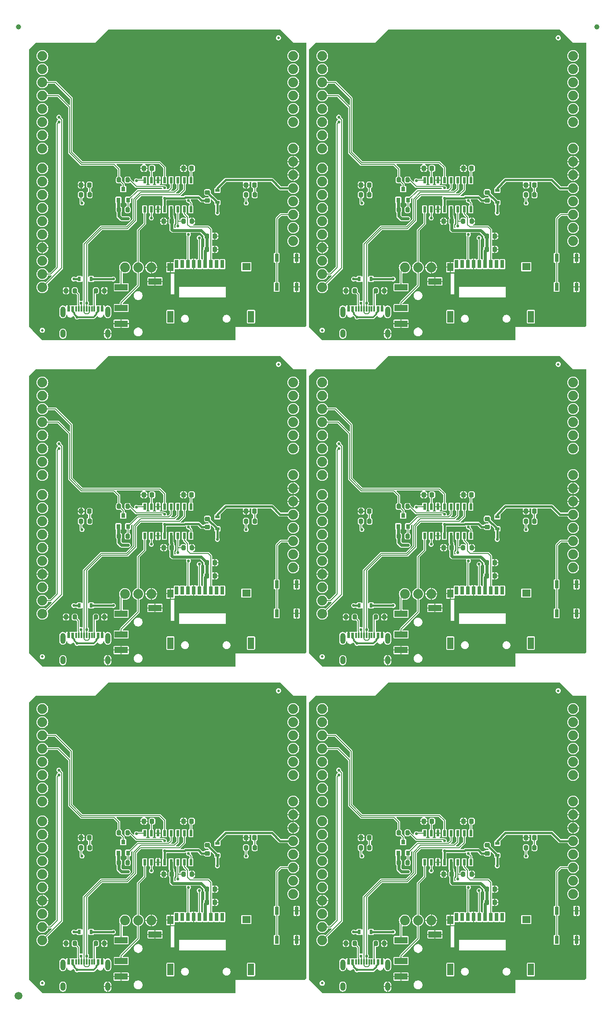
<source format=gtl>
%TF.GenerationSoftware,KiCad,Pcbnew,8.0.7*%
%TF.CreationDate,2025-01-17T14:39:43-07:00*%
%TF.ProjectId,SparkFun_Serial_MP3_Player_Shield_MY1690X_panelized,53706172-6b46-4756-9e5f-53657269616c,rev?*%
%TF.SameCoordinates,Original*%
%TF.FileFunction,Copper,L1,Top*%
%TF.FilePolarity,Positive*%
%FSLAX46Y46*%
G04 Gerber Fmt 4.6, Leading zero omitted, Abs format (unit mm)*
G04 Created by KiCad (PCBNEW 8.0.7) date 2025-01-17 14:39:43*
%MOMM*%
%LPD*%
G01*
G04 APERTURE LIST*
G04 Aperture macros list*
%AMRoundRect*
0 Rectangle with rounded corners*
0 $1 Rounding radius*
0 $2 $3 $4 $5 $6 $7 $8 $9 X,Y pos of 4 corners*
0 Add a 4 corners polygon primitive as box body*
4,1,4,$2,$3,$4,$5,$6,$7,$8,$9,$2,$3,0*
0 Add four circle primitives for the rounded corners*
1,1,$1+$1,$2,$3*
1,1,$1+$1,$4,$5*
1,1,$1+$1,$6,$7*
1,1,$1+$1,$8,$9*
0 Add four rect primitives between the rounded corners*
20,1,$1+$1,$2,$3,$4,$5,0*
20,1,$1+$1,$4,$5,$6,$7,0*
20,1,$1+$1,$6,$7,$8,$9,0*
20,1,$1+$1,$8,$9,$2,$3,0*%
G04 Aperture macros list end*
%TA.AperFunction,SMDPad,CuDef*%
%ADD10C,1.000000*%
%TD*%
%TA.AperFunction,SMDPad,CuDef*%
%ADD11C,1.500000*%
%TD*%
%TA.AperFunction,SMDPad,CuDef*%
%ADD12R,0.600000X1.200000*%
%TD*%
%TA.AperFunction,SMDPad,CuDef*%
%ADD13RoundRect,0.225000X-0.225000X-0.250000X0.225000X-0.250000X0.225000X0.250000X-0.225000X0.250000X0*%
%TD*%
%TA.AperFunction,SMDPad,CuDef*%
%ADD14R,0.300000X1.000000*%
%TD*%
%TA.AperFunction,SMDPad,CuDef*%
%ADD15R,0.600000X1.000000*%
%TD*%
%TA.AperFunction,ComponentPad*%
%ADD16O,1.000000X1.600000*%
%TD*%
%TA.AperFunction,ComponentPad*%
%ADD17O,1.000000X2.100000*%
%TD*%
%TA.AperFunction,SMDPad,CuDef*%
%ADD18RoundRect,0.200000X-0.200000X-0.275000X0.200000X-0.275000X0.200000X0.275000X-0.200000X0.275000X0*%
%TD*%
%TA.AperFunction,SMDPad,CuDef*%
%ADD19RoundRect,0.218750X-0.218750X-0.256250X0.218750X-0.256250X0.218750X0.256250X-0.218750X0.256250X0*%
%TD*%
%TA.AperFunction,SMDPad,CuDef*%
%ADD20RoundRect,0.225000X0.225000X0.250000X-0.225000X0.250000X-0.225000X-0.250000X0.225000X-0.250000X0*%
%TD*%
%TA.AperFunction,SMDPad,CuDef*%
%ADD21R,0.700000X1.600000*%
%TD*%
%TA.AperFunction,SMDPad,CuDef*%
%ADD22R,1.200000X1.600000*%
%TD*%
%TA.AperFunction,SMDPad,CuDef*%
%ADD23R,1.200000X2.200000*%
%TD*%
%TA.AperFunction,SMDPad,CuDef*%
%ADD24R,1.600000X1.400000*%
%TD*%
%TA.AperFunction,SMDPad,CuDef*%
%ADD25R,0.800000X0.900000*%
%TD*%
%TA.AperFunction,SMDPad,CuDef*%
%ADD26RoundRect,0.200000X0.200000X0.275000X-0.200000X0.275000X-0.200000X-0.275000X0.200000X-0.275000X0*%
%TD*%
%TA.AperFunction,SMDPad,CuDef*%
%ADD27R,2.500000X1.200000*%
%TD*%
%TA.AperFunction,SMDPad,CuDef*%
%ADD28C,0.500000*%
%TD*%
%TA.AperFunction,ComponentPad*%
%ADD29C,1.879600*%
%TD*%
%TA.AperFunction,SMDPad,CuDef*%
%ADD30R,0.762000X1.524000*%
%TD*%
%TA.AperFunction,SMDPad,CuDef*%
%ADD31R,0.830000X0.630000*%
%TD*%
%TA.AperFunction,SMDPad,CuDef*%
%ADD32RoundRect,0.225000X0.250000X-0.225000X0.250000X0.225000X-0.250000X0.225000X-0.250000X-0.225000X0*%
%TD*%
%TA.AperFunction,SMDPad,CuDef*%
%ADD33R,0.630000X0.830000*%
%TD*%
%TA.AperFunction,ViaPad*%
%ADD34C,0.560000*%
%TD*%
%TA.AperFunction,Conductor*%
%ADD35C,0.177800*%
%TD*%
%TA.AperFunction,Conductor*%
%ADD36C,0.348996*%
%TD*%
%TA.AperFunction,Conductor*%
%ADD37C,0.558800*%
%TD*%
%TA.AperFunction,Conductor*%
%ADD38C,0.406400*%
%TD*%
G04 APERTURE END LIST*
D10*
%TO.P,,*%
%TO.N,*%
X109228600Y185651100D03*
%TD*%
%TO.P,,*%
%TO.N,*%
X-2048600Y185651100D03*
%TD*%
D11*
%TO.P,,*%
%TO.N,*%
X-2048600Y-501100D03*
%TD*%
D12*
%TO.P,U2,1,DACR*%
%TO.N,DAC_R*%
X76065000Y150600000D03*
%TO.P,U2,2,BUSY*%
%TO.N,BUSY*%
X77335000Y150600000D03*
%TO.P,U2,3,GND*%
%TO.N,GND*%
X78605000Y150600000D03*
%TO.P,U2,4,VCC*%
%TO.N,VCC*%
X79875000Y150600000D03*
%TO.P,U2,5,3V3_Reg*%
%TO.N,3.3V_P*%
X81145000Y150600000D03*
%TO.P,U2,6,SDCLK*%
%TO.N,SD_CLK*%
X82415000Y150600000D03*
%TO.P,U2,7,SDCMD*%
%TO.N,SD_CMD*%
X83685000Y150600000D03*
%TO.P,U2,8,SDDAT*%
%TO.N,SD_DAT*%
X84955000Y150600000D03*
%TO.P,U2,9,VCOM*%
%TO.N,Net-(U2-VCOM)*%
X84955000Y156200000D03*
%TO.P,U2,10,DM*%
%TO.N,Net-(U2-DM)*%
X83685000Y156200000D03*
%TO.P,U2,11,DP*%
%TO.N,Net-(U2-DP)*%
X82415000Y156200000D03*
%TO.P,U2,12,RX*%
%TO.N,MY_RX_LV*%
X81145000Y156200000D03*
%TO.P,U2,13,TX*%
%TO.N,MY_TX*%
X79875000Y156200000D03*
%TO.P,U2,14,GND*%
%TO.N,GND*%
X78605000Y156200000D03*
%TO.P,U2,15,VPN*%
%TO.N,Net-(U2-VPN)*%
X77335000Y156200000D03*
%TO.P,U2,16,DACL*%
%TO.N,DAC_L*%
X76065000Y156200000D03*
%TD*%
%TO.P,U2,1,DACR*%
%TO.N,DAC_R*%
X76065000Y87870000D03*
%TO.P,U2,2,BUSY*%
%TO.N,BUSY*%
X77335000Y87870000D03*
%TO.P,U2,3,GND*%
%TO.N,GND*%
X78605000Y87870000D03*
%TO.P,U2,4,VCC*%
%TO.N,VCC*%
X79875000Y87870000D03*
%TO.P,U2,5,3V3_Reg*%
%TO.N,3.3V_P*%
X81145000Y87870000D03*
%TO.P,U2,6,SDCLK*%
%TO.N,SD_CLK*%
X82415000Y87870000D03*
%TO.P,U2,7,SDCMD*%
%TO.N,SD_CMD*%
X83685000Y87870000D03*
%TO.P,U2,8,SDDAT*%
%TO.N,SD_DAT*%
X84955000Y87870000D03*
%TO.P,U2,9,VCOM*%
%TO.N,Net-(U2-VCOM)*%
X84955000Y93470000D03*
%TO.P,U2,10,DM*%
%TO.N,Net-(U2-DM)*%
X83685000Y93470000D03*
%TO.P,U2,11,DP*%
%TO.N,Net-(U2-DP)*%
X82415000Y93470000D03*
%TO.P,U2,12,RX*%
%TO.N,MY_RX_LV*%
X81145000Y93470000D03*
%TO.P,U2,13,TX*%
%TO.N,MY_TX*%
X79875000Y93470000D03*
%TO.P,U2,14,GND*%
%TO.N,GND*%
X78605000Y93470000D03*
%TO.P,U2,15,VPN*%
%TO.N,Net-(U2-VPN)*%
X77335000Y93470000D03*
%TO.P,U2,16,DACL*%
%TO.N,DAC_L*%
X76065000Y93470000D03*
%TD*%
%TO.P,U2,1,DACR*%
%TO.N,DAC_R*%
X76065000Y25140000D03*
%TO.P,U2,2,BUSY*%
%TO.N,BUSY*%
X77335000Y25140000D03*
%TO.P,U2,3,GND*%
%TO.N,GND*%
X78605000Y25140000D03*
%TO.P,U2,4,VCC*%
%TO.N,VCC*%
X79875000Y25140000D03*
%TO.P,U2,5,3V3_Reg*%
%TO.N,3.3V_P*%
X81145000Y25140000D03*
%TO.P,U2,6,SDCLK*%
%TO.N,SD_CLK*%
X82415000Y25140000D03*
%TO.P,U2,7,SDCMD*%
%TO.N,SD_CMD*%
X83685000Y25140000D03*
%TO.P,U2,8,SDDAT*%
%TO.N,SD_DAT*%
X84955000Y25140000D03*
%TO.P,U2,9,VCOM*%
%TO.N,Net-(U2-VCOM)*%
X84955000Y30740000D03*
%TO.P,U2,10,DM*%
%TO.N,Net-(U2-DM)*%
X83685000Y30740000D03*
%TO.P,U2,11,DP*%
%TO.N,Net-(U2-DP)*%
X82415000Y30740000D03*
%TO.P,U2,12,RX*%
%TO.N,MY_RX_LV*%
X81145000Y30740000D03*
%TO.P,U2,13,TX*%
%TO.N,MY_TX*%
X79875000Y30740000D03*
%TO.P,U2,14,GND*%
%TO.N,GND*%
X78605000Y30740000D03*
%TO.P,U2,15,VPN*%
%TO.N,Net-(U2-VPN)*%
X77335000Y30740000D03*
%TO.P,U2,16,DACL*%
%TO.N,DAC_L*%
X76065000Y30740000D03*
%TD*%
%TO.P,U2,1,DACR*%
%TO.N,DAC_R*%
X22225000Y150600000D03*
%TO.P,U2,2,BUSY*%
%TO.N,BUSY*%
X23495000Y150600000D03*
%TO.P,U2,3,GND*%
%TO.N,GND*%
X24765000Y150600000D03*
%TO.P,U2,4,VCC*%
%TO.N,VCC*%
X26035000Y150600000D03*
%TO.P,U2,5,3V3_Reg*%
%TO.N,3.3V_P*%
X27305000Y150600000D03*
%TO.P,U2,6,SDCLK*%
%TO.N,SD_CLK*%
X28575000Y150600000D03*
%TO.P,U2,7,SDCMD*%
%TO.N,SD_CMD*%
X29845000Y150600000D03*
%TO.P,U2,8,SDDAT*%
%TO.N,SD_DAT*%
X31115000Y150600000D03*
%TO.P,U2,9,VCOM*%
%TO.N,Net-(U2-VCOM)*%
X31115000Y156200000D03*
%TO.P,U2,10,DM*%
%TO.N,Net-(U2-DM)*%
X29845000Y156200000D03*
%TO.P,U2,11,DP*%
%TO.N,Net-(U2-DP)*%
X28575000Y156200000D03*
%TO.P,U2,12,RX*%
%TO.N,MY_RX_LV*%
X27305000Y156200000D03*
%TO.P,U2,13,TX*%
%TO.N,MY_TX*%
X26035000Y156200000D03*
%TO.P,U2,14,GND*%
%TO.N,GND*%
X24765000Y156200000D03*
%TO.P,U2,15,VPN*%
%TO.N,Net-(U2-VPN)*%
X23495000Y156200000D03*
%TO.P,U2,16,DACL*%
%TO.N,DAC_L*%
X22225000Y156200000D03*
%TD*%
%TO.P,U2,1,DACR*%
%TO.N,DAC_R*%
X22225000Y87870000D03*
%TO.P,U2,2,BUSY*%
%TO.N,BUSY*%
X23495000Y87870000D03*
%TO.P,U2,3,GND*%
%TO.N,GND*%
X24765000Y87870000D03*
%TO.P,U2,4,VCC*%
%TO.N,VCC*%
X26035000Y87870000D03*
%TO.P,U2,5,3V3_Reg*%
%TO.N,3.3V_P*%
X27305000Y87870000D03*
%TO.P,U2,6,SDCLK*%
%TO.N,SD_CLK*%
X28575000Y87870000D03*
%TO.P,U2,7,SDCMD*%
%TO.N,SD_CMD*%
X29845000Y87870000D03*
%TO.P,U2,8,SDDAT*%
%TO.N,SD_DAT*%
X31115000Y87870000D03*
%TO.P,U2,9,VCOM*%
%TO.N,Net-(U2-VCOM)*%
X31115000Y93470000D03*
%TO.P,U2,10,DM*%
%TO.N,Net-(U2-DM)*%
X29845000Y93470000D03*
%TO.P,U2,11,DP*%
%TO.N,Net-(U2-DP)*%
X28575000Y93470000D03*
%TO.P,U2,12,RX*%
%TO.N,MY_RX_LV*%
X27305000Y93470000D03*
%TO.P,U2,13,TX*%
%TO.N,MY_TX*%
X26035000Y93470000D03*
%TO.P,U2,14,GND*%
%TO.N,GND*%
X24765000Y93470000D03*
%TO.P,U2,15,VPN*%
%TO.N,Net-(U2-VPN)*%
X23495000Y93470000D03*
%TO.P,U2,16,DACL*%
%TO.N,DAC_L*%
X22225000Y93470000D03*
%TD*%
D13*
%TO.P,C2,1*%
%TO.N,3.3V_P*%
X87990000Y142922500D03*
%TO.P,C2,2*%
%TO.N,GND*%
X89540000Y142922500D03*
%TD*%
%TO.P,C2,1*%
%TO.N,3.3V_P*%
X87990000Y80192500D03*
%TO.P,C2,2*%
%TO.N,GND*%
X89540000Y80192500D03*
%TD*%
%TO.P,C2,1*%
%TO.N,3.3V_P*%
X87990000Y17462500D03*
%TO.P,C2,2*%
%TO.N,GND*%
X89540000Y17462500D03*
%TD*%
%TO.P,C2,1*%
%TO.N,3.3V_P*%
X34150000Y142922500D03*
%TO.P,C2,2*%
%TO.N,GND*%
X35700000Y142922500D03*
%TD*%
%TO.P,C2,1*%
%TO.N,3.3V_P*%
X34150000Y80192500D03*
%TO.P,C2,2*%
%TO.N,GND*%
X35700000Y80192500D03*
%TD*%
%TO.P,C3,1*%
%TO.N,3.3V_P*%
X87990000Y145462500D03*
%TO.P,C3,2*%
%TO.N,GND*%
X89540000Y145462500D03*
%TD*%
%TO.P,C3,1*%
%TO.N,3.3V_P*%
X87990000Y82732500D03*
%TO.P,C3,2*%
%TO.N,GND*%
X89540000Y82732500D03*
%TD*%
%TO.P,C3,1*%
%TO.N,3.3V_P*%
X87990000Y20002500D03*
%TO.P,C3,2*%
%TO.N,GND*%
X89540000Y20002500D03*
%TD*%
%TO.P,C3,1*%
%TO.N,3.3V_P*%
X34150000Y145462500D03*
%TO.P,C3,2*%
%TO.N,GND*%
X35700000Y145462500D03*
%TD*%
%TO.P,C3,1*%
%TO.N,3.3V_P*%
X34150000Y82732500D03*
%TO.P,C3,2*%
%TO.N,GND*%
X35700000Y82732500D03*
%TD*%
D14*
%TO.P,J4,A5,CC1*%
%TO.N,Net-(J4-CC1)*%
X63385000Y131470000D03*
%TO.P,J4,A6,D+*%
%TO.N,Net-(U2-DP)*%
X64385000Y131470000D03*
%TO.P,J4,A7,D-*%
%TO.N,Net-(U2-DM)*%
X64885000Y131470000D03*
%TO.P,J4,A8,NC*%
%TO.N,unconnected-(J4-NC-PadA8)*%
X65885000Y131470000D03*
%TO.P,J4,B5,CC2*%
%TO.N,Net-(J4-CC2)*%
X66385000Y131470000D03*
%TO.P,J4,B6,D+*%
%TO.N,Net-(U2-DP)*%
X65385000Y131470000D03*
%TO.P,J4,B7,D-*%
%TO.N,Net-(U2-DM)*%
X63885000Y131470000D03*
%TO.P,J4,B8,NC*%
%TO.N,unconnected-(J4-NC-PadB8)*%
X62885000Y131470000D03*
D15*
%TO.P,J4,GND,GND*%
%TO.N,GND*%
X61410000Y131470000D03*
X67860000Y131470000D03*
D16*
%TO.P,J4,NC1,NC*%
%TO.N,unconnected-(J4-NC-PadNC1)*%
X60317000Y126715000D03*
D17*
%TO.P,J4,NC2,NC*%
%TO.N,unconnected-(J4-NC-PadNC2)*%
X60317000Y130895000D03*
%TO.P,J4,NC3,NC*%
%TO.N,unconnected-(J4-NC-PadNC3)*%
X68953000Y130895000D03*
D16*
%TO.P,J4,S,SHIELD*%
%TO.N,GND*%
X68953000Y126715000D03*
D15*
%TO.P,J4,VBUS,VBUS*%
%TO.N,VUSB*%
X62185000Y131470000D03*
X67085000Y131470000D03*
%TD*%
D14*
%TO.P,J4,A5,CC1*%
%TO.N,Net-(J4-CC1)*%
X63385000Y68740000D03*
%TO.P,J4,A6,D+*%
%TO.N,Net-(U2-DP)*%
X64385000Y68740000D03*
%TO.P,J4,A7,D-*%
%TO.N,Net-(U2-DM)*%
X64885000Y68740000D03*
%TO.P,J4,A8,NC*%
%TO.N,unconnected-(J4-NC-PadA8)*%
X65885000Y68740000D03*
%TO.P,J4,B5,CC2*%
%TO.N,Net-(J4-CC2)*%
X66385000Y68740000D03*
%TO.P,J4,B6,D+*%
%TO.N,Net-(U2-DP)*%
X65385000Y68740000D03*
%TO.P,J4,B7,D-*%
%TO.N,Net-(U2-DM)*%
X63885000Y68740000D03*
%TO.P,J4,B8,NC*%
%TO.N,unconnected-(J4-NC-PadB8)*%
X62885000Y68740000D03*
D15*
%TO.P,J4,GND,GND*%
%TO.N,GND*%
X61410000Y68740000D03*
X67860000Y68740000D03*
D16*
%TO.P,J4,NC1,NC*%
%TO.N,unconnected-(J4-NC-PadNC1)*%
X60317000Y63985000D03*
D17*
%TO.P,J4,NC2,NC*%
%TO.N,unconnected-(J4-NC-PadNC2)*%
X60317000Y68165000D03*
%TO.P,J4,NC3,NC*%
%TO.N,unconnected-(J4-NC-PadNC3)*%
X68953000Y68165000D03*
D16*
%TO.P,J4,S,SHIELD*%
%TO.N,GND*%
X68953000Y63985000D03*
D15*
%TO.P,J4,VBUS,VBUS*%
%TO.N,VUSB*%
X62185000Y68740000D03*
X67085000Y68740000D03*
%TD*%
D14*
%TO.P,J4,A5,CC1*%
%TO.N,Net-(J4-CC1)*%
X63385000Y6010000D03*
%TO.P,J4,A6,D+*%
%TO.N,Net-(U2-DP)*%
X64385000Y6010000D03*
%TO.P,J4,A7,D-*%
%TO.N,Net-(U2-DM)*%
X64885000Y6010000D03*
%TO.P,J4,A8,NC*%
%TO.N,unconnected-(J4-NC-PadA8)*%
X65885000Y6010000D03*
%TO.P,J4,B5,CC2*%
%TO.N,Net-(J4-CC2)*%
X66385000Y6010000D03*
%TO.P,J4,B6,D+*%
%TO.N,Net-(U2-DP)*%
X65385000Y6010000D03*
%TO.P,J4,B7,D-*%
%TO.N,Net-(U2-DM)*%
X63885000Y6010000D03*
%TO.P,J4,B8,NC*%
%TO.N,unconnected-(J4-NC-PadB8)*%
X62885000Y6010000D03*
D15*
%TO.P,J4,GND,GND*%
%TO.N,GND*%
X61410000Y6010000D03*
X67860000Y6010000D03*
D16*
%TO.P,J4,NC1,NC*%
%TO.N,unconnected-(J4-NC-PadNC1)*%
X60317000Y1255000D03*
D17*
%TO.P,J4,NC2,NC*%
%TO.N,unconnected-(J4-NC-PadNC2)*%
X60317000Y5435000D03*
%TO.P,J4,NC3,NC*%
%TO.N,unconnected-(J4-NC-PadNC3)*%
X68953000Y5435000D03*
D16*
%TO.P,J4,S,SHIELD*%
%TO.N,GND*%
X68953000Y1255000D03*
D15*
%TO.P,J4,VBUS,VBUS*%
%TO.N,VUSB*%
X62185000Y6010000D03*
X67085000Y6010000D03*
%TD*%
D14*
%TO.P,J4,A5,CC1*%
%TO.N,Net-(J4-CC1)*%
X9545000Y131470000D03*
%TO.P,J4,A6,D+*%
%TO.N,Net-(U2-DP)*%
X10545000Y131470000D03*
%TO.P,J4,A7,D-*%
%TO.N,Net-(U2-DM)*%
X11045000Y131470000D03*
%TO.P,J4,A8,NC*%
%TO.N,unconnected-(J4-NC-PadA8)*%
X12045000Y131470000D03*
%TO.P,J4,B5,CC2*%
%TO.N,Net-(J4-CC2)*%
X12545000Y131470000D03*
%TO.P,J4,B6,D+*%
%TO.N,Net-(U2-DP)*%
X11545000Y131470000D03*
%TO.P,J4,B7,D-*%
%TO.N,Net-(U2-DM)*%
X10045000Y131470000D03*
%TO.P,J4,B8,NC*%
%TO.N,unconnected-(J4-NC-PadB8)*%
X9045000Y131470000D03*
D15*
%TO.P,J4,GND,GND*%
%TO.N,GND*%
X7570000Y131470000D03*
X14020000Y131470000D03*
D16*
%TO.P,J4,NC1,NC*%
%TO.N,unconnected-(J4-NC-PadNC1)*%
X6477000Y126715000D03*
D17*
%TO.P,J4,NC2,NC*%
%TO.N,unconnected-(J4-NC-PadNC2)*%
X6477000Y130895000D03*
%TO.P,J4,NC3,NC*%
%TO.N,unconnected-(J4-NC-PadNC3)*%
X15113000Y130895000D03*
D16*
%TO.P,J4,S,SHIELD*%
%TO.N,GND*%
X15113000Y126715000D03*
D15*
%TO.P,J4,VBUS,VBUS*%
%TO.N,VUSB*%
X8345000Y131470000D03*
X13245000Y131470000D03*
%TD*%
D14*
%TO.P,J4,A5,CC1*%
%TO.N,Net-(J4-CC1)*%
X9545000Y68740000D03*
%TO.P,J4,A6,D+*%
%TO.N,Net-(U2-DP)*%
X10545000Y68740000D03*
%TO.P,J4,A7,D-*%
%TO.N,Net-(U2-DM)*%
X11045000Y68740000D03*
%TO.P,J4,A8,NC*%
%TO.N,unconnected-(J4-NC-PadA8)*%
X12045000Y68740000D03*
%TO.P,J4,B5,CC2*%
%TO.N,Net-(J4-CC2)*%
X12545000Y68740000D03*
%TO.P,J4,B6,D+*%
%TO.N,Net-(U2-DP)*%
X11545000Y68740000D03*
%TO.P,J4,B7,D-*%
%TO.N,Net-(U2-DM)*%
X10045000Y68740000D03*
%TO.P,J4,B8,NC*%
%TO.N,unconnected-(J4-NC-PadB8)*%
X9045000Y68740000D03*
D15*
%TO.P,J4,GND,GND*%
%TO.N,GND*%
X7570000Y68740000D03*
X14020000Y68740000D03*
D16*
%TO.P,J4,NC1,NC*%
%TO.N,unconnected-(J4-NC-PadNC1)*%
X6477000Y63985000D03*
D17*
%TO.P,J4,NC2,NC*%
%TO.N,unconnected-(J4-NC-PadNC2)*%
X6477000Y68165000D03*
%TO.P,J4,NC3,NC*%
%TO.N,unconnected-(J4-NC-PadNC3)*%
X15113000Y68165000D03*
D16*
%TO.P,J4,S,SHIELD*%
%TO.N,GND*%
X15113000Y63985000D03*
D15*
%TO.P,J4,VBUS,VBUS*%
%TO.N,VUSB*%
X8345000Y68740000D03*
X13245000Y68740000D03*
%TD*%
D18*
%TO.P,R3,1*%
%TO.N,GND*%
X60952500Y134985000D03*
%TO.P,R3,2*%
%TO.N,Net-(J4-CC1)*%
X62602500Y134985000D03*
%TD*%
%TO.P,R3,1*%
%TO.N,GND*%
X60952500Y72255000D03*
%TO.P,R3,2*%
%TO.N,Net-(J4-CC1)*%
X62602500Y72255000D03*
%TD*%
%TO.P,R3,1*%
%TO.N,GND*%
X60952500Y9525000D03*
%TO.P,R3,2*%
%TO.N,Net-(J4-CC1)*%
X62602500Y9525000D03*
%TD*%
%TO.P,R3,1*%
%TO.N,GND*%
X7112500Y134985000D03*
%TO.P,R3,2*%
%TO.N,Net-(J4-CC1)*%
X8762500Y134985000D03*
%TD*%
%TO.P,R3,1*%
%TO.N,GND*%
X7112500Y72255000D03*
%TO.P,R3,2*%
%TO.N,Net-(J4-CC1)*%
X8762500Y72255000D03*
%TD*%
D19*
%TO.P,D4,1,K*%
%TO.N,GND*%
X95597500Y155305000D03*
%TO.P,D4,2,A*%
%TO.N,Net-(D4-A)*%
X97172500Y155305000D03*
%TD*%
%TO.P,D4,1,K*%
%TO.N,GND*%
X95597500Y92575000D03*
%TO.P,D4,2,A*%
%TO.N,Net-(D4-A)*%
X97172500Y92575000D03*
%TD*%
%TO.P,D4,1,K*%
%TO.N,GND*%
X95597500Y29845000D03*
%TO.P,D4,2,A*%
%TO.N,Net-(D4-A)*%
X97172500Y29845000D03*
%TD*%
%TO.P,D4,1,K*%
%TO.N,GND*%
X41757500Y155305000D03*
%TO.P,D4,2,A*%
%TO.N,Net-(D4-A)*%
X43332500Y155305000D03*
%TD*%
%TO.P,D4,1,K*%
%TO.N,GND*%
X41757500Y92575000D03*
%TO.P,D4,2,A*%
%TO.N,Net-(D4-A)*%
X43332500Y92575000D03*
%TD*%
D20*
%TO.P,C1,1*%
%TO.N,Net-(U2-VPN)*%
X77475000Y158480000D03*
%TO.P,C1,2*%
%TO.N,GND*%
X75925000Y158480000D03*
%TD*%
%TO.P,C1,1*%
%TO.N,Net-(U2-VPN)*%
X77475000Y95750000D03*
%TO.P,C1,2*%
%TO.N,GND*%
X75925000Y95750000D03*
%TD*%
%TO.P,C1,1*%
%TO.N,Net-(U2-VPN)*%
X77475000Y33020000D03*
%TO.P,C1,2*%
%TO.N,GND*%
X75925000Y33020000D03*
%TD*%
%TO.P,C1,1*%
%TO.N,Net-(U2-VPN)*%
X23635000Y158480000D03*
%TO.P,C1,2*%
%TO.N,GND*%
X22085000Y158480000D03*
%TD*%
%TO.P,C1,1*%
%TO.N,Net-(U2-VPN)*%
X23635000Y95750000D03*
%TO.P,C1,2*%
%TO.N,GND*%
X22085000Y95750000D03*
%TD*%
D18*
%TO.P,R4,1*%
%TO.N,MY_RX*%
X71112500Y156257500D03*
%TO.P,R4,2*%
%TO.N,VCC*%
X72762500Y156257500D03*
%TD*%
%TO.P,R4,1*%
%TO.N,MY_RX*%
X71112500Y93527500D03*
%TO.P,R4,2*%
%TO.N,VCC*%
X72762500Y93527500D03*
%TD*%
%TO.P,R4,1*%
%TO.N,MY_RX*%
X71112500Y30797500D03*
%TO.P,R4,2*%
%TO.N,VCC*%
X72762500Y30797500D03*
%TD*%
%TO.P,R4,1*%
%TO.N,MY_RX*%
X17272500Y156257500D03*
%TO.P,R4,2*%
%TO.N,VCC*%
X18922500Y156257500D03*
%TD*%
%TO.P,R4,1*%
%TO.N,MY_RX*%
X17272500Y93527500D03*
%TO.P,R4,2*%
%TO.N,VCC*%
X18922500Y93527500D03*
%TD*%
D21*
%TO.P,J6,1,DAT2*%
%TO.N,unconnected-(J6-DAT2-Pad1)*%
X91015000Y140087500D03*
%TO.P,J6,2,DAT3/CD*%
%TO.N,unconnected-(J6-DAT3{slash}CD-Pad2)*%
X89915000Y140087500D03*
%TO.P,J6,3,CMD/SDI*%
%TO.N,SD_CMD*%
X88815000Y140087500D03*
%TO.P,J6,4,VDD*%
%TO.N,3.3V_P*%
X87715000Y140087500D03*
%TO.P,J6,5,CLK/SCK*%
%TO.N,SD_CLK*%
X86615000Y140087500D03*
%TO.P,J6,6,VSS*%
%TO.N,GND*%
X85515000Y140087500D03*
%TO.P,J6,7,DAT0/SDO*%
%TO.N,SD_DAT*%
X84415000Y140087500D03*
%TO.P,J6,8,DAT1*%
%TO.N,unconnected-(J6-DAT1-Pad8)*%
X83315000Y140087500D03*
%TO.P,J6,9,~{DET}*%
%TO.N,unconnected-(J6-~{DET}-Pad9)*%
X82215000Y140087500D03*
D22*
%TO.P,J6,10,SHIELD*%
%TO.N,GND*%
X81015000Y139487500D03*
D23*
%TO.P,J6,11*%
%TO.N,N/C*%
X81015000Y129987500D03*
%TO.P,J6,12*%
X96515000Y129987500D03*
D24*
%TO.P,J6,13*%
X95615000Y139587500D03*
%TD*%
D21*
%TO.P,J6,1,DAT2*%
%TO.N,unconnected-(J6-DAT2-Pad1)*%
X91015000Y77357500D03*
%TO.P,J6,2,DAT3/CD*%
%TO.N,unconnected-(J6-DAT3{slash}CD-Pad2)*%
X89915000Y77357500D03*
%TO.P,J6,3,CMD/SDI*%
%TO.N,SD_CMD*%
X88815000Y77357500D03*
%TO.P,J6,4,VDD*%
%TO.N,3.3V_P*%
X87715000Y77357500D03*
%TO.P,J6,5,CLK/SCK*%
%TO.N,SD_CLK*%
X86615000Y77357500D03*
%TO.P,J6,6,VSS*%
%TO.N,GND*%
X85515000Y77357500D03*
%TO.P,J6,7,DAT0/SDO*%
%TO.N,SD_DAT*%
X84415000Y77357500D03*
%TO.P,J6,8,DAT1*%
%TO.N,unconnected-(J6-DAT1-Pad8)*%
X83315000Y77357500D03*
%TO.P,J6,9,~{DET}*%
%TO.N,unconnected-(J6-~{DET}-Pad9)*%
X82215000Y77357500D03*
D22*
%TO.P,J6,10,SHIELD*%
%TO.N,GND*%
X81015000Y76757500D03*
D23*
%TO.P,J6,11*%
%TO.N,N/C*%
X81015000Y67257500D03*
%TO.P,J6,12*%
X96515000Y67257500D03*
D24*
%TO.P,J6,13*%
X95615000Y76857500D03*
%TD*%
D21*
%TO.P,J6,1,DAT2*%
%TO.N,unconnected-(J6-DAT2-Pad1)*%
X91015000Y14627500D03*
%TO.P,J6,2,DAT3/CD*%
%TO.N,unconnected-(J6-DAT3{slash}CD-Pad2)*%
X89915000Y14627500D03*
%TO.P,J6,3,CMD/SDI*%
%TO.N,SD_CMD*%
X88815000Y14627500D03*
%TO.P,J6,4,VDD*%
%TO.N,3.3V_P*%
X87715000Y14627500D03*
%TO.P,J6,5,CLK/SCK*%
%TO.N,SD_CLK*%
X86615000Y14627500D03*
%TO.P,J6,6,VSS*%
%TO.N,GND*%
X85515000Y14627500D03*
%TO.P,J6,7,DAT0/SDO*%
%TO.N,SD_DAT*%
X84415000Y14627500D03*
%TO.P,J6,8,DAT1*%
%TO.N,unconnected-(J6-DAT1-Pad8)*%
X83315000Y14627500D03*
%TO.P,J6,9,~{DET}*%
%TO.N,unconnected-(J6-~{DET}-Pad9)*%
X82215000Y14627500D03*
D22*
%TO.P,J6,10,SHIELD*%
%TO.N,GND*%
X81015000Y14027500D03*
D23*
%TO.P,J6,11*%
%TO.N,N/C*%
X81015000Y4527500D03*
%TO.P,J6,12*%
X96515000Y4527500D03*
D24*
%TO.P,J6,13*%
X95615000Y14127500D03*
%TD*%
D21*
%TO.P,J6,1,DAT2*%
%TO.N,unconnected-(J6-DAT2-Pad1)*%
X37175000Y140087500D03*
%TO.P,J6,2,DAT3/CD*%
%TO.N,unconnected-(J6-DAT3{slash}CD-Pad2)*%
X36075000Y140087500D03*
%TO.P,J6,3,CMD/SDI*%
%TO.N,SD_CMD*%
X34975000Y140087500D03*
%TO.P,J6,4,VDD*%
%TO.N,3.3V_P*%
X33875000Y140087500D03*
%TO.P,J6,5,CLK/SCK*%
%TO.N,SD_CLK*%
X32775000Y140087500D03*
%TO.P,J6,6,VSS*%
%TO.N,GND*%
X31675000Y140087500D03*
%TO.P,J6,7,DAT0/SDO*%
%TO.N,SD_DAT*%
X30575000Y140087500D03*
%TO.P,J6,8,DAT1*%
%TO.N,unconnected-(J6-DAT1-Pad8)*%
X29475000Y140087500D03*
%TO.P,J6,9,~{DET}*%
%TO.N,unconnected-(J6-~{DET}-Pad9)*%
X28375000Y140087500D03*
D22*
%TO.P,J6,10,SHIELD*%
%TO.N,GND*%
X27175000Y139487500D03*
D23*
%TO.P,J6,11*%
%TO.N,N/C*%
X27175000Y129987500D03*
%TO.P,J6,12*%
X42675000Y129987500D03*
D24*
%TO.P,J6,13*%
X41775000Y139587500D03*
%TD*%
D21*
%TO.P,J6,1,DAT2*%
%TO.N,unconnected-(J6-DAT2-Pad1)*%
X37175000Y77357500D03*
%TO.P,J6,2,DAT3/CD*%
%TO.N,unconnected-(J6-DAT3{slash}CD-Pad2)*%
X36075000Y77357500D03*
%TO.P,J6,3,CMD/SDI*%
%TO.N,SD_CMD*%
X34975000Y77357500D03*
%TO.P,J6,4,VDD*%
%TO.N,3.3V_P*%
X33875000Y77357500D03*
%TO.P,J6,5,CLK/SCK*%
%TO.N,SD_CLK*%
X32775000Y77357500D03*
%TO.P,J6,6,VSS*%
%TO.N,GND*%
X31675000Y77357500D03*
%TO.P,J6,7,DAT0/SDO*%
%TO.N,SD_DAT*%
X30575000Y77357500D03*
%TO.P,J6,8,DAT1*%
%TO.N,unconnected-(J6-DAT1-Pad8)*%
X29475000Y77357500D03*
%TO.P,J6,9,~{DET}*%
%TO.N,unconnected-(J6-~{DET}-Pad9)*%
X28375000Y77357500D03*
D22*
%TO.P,J6,10,SHIELD*%
%TO.N,GND*%
X27175000Y76757500D03*
D23*
%TO.P,J6,11*%
%TO.N,N/C*%
X27175000Y67257500D03*
%TO.P,J6,12*%
X42675000Y67257500D03*
D24*
%TO.P,J6,13*%
X41775000Y76857500D03*
%TD*%
D25*
%TO.P,Q1,1,G*%
%TO.N,3.3V_P*%
X70987500Y152400000D03*
%TO.P,Q1,2,S*%
%TO.N,MY_RX_LV*%
X72887500Y152400000D03*
%TO.P,Q1,3,D*%
%TO.N,MY_RX*%
X71937500Y154500000D03*
%TD*%
%TO.P,Q1,1,G*%
%TO.N,3.3V_P*%
X70987500Y89670000D03*
%TO.P,Q1,2,S*%
%TO.N,MY_RX_LV*%
X72887500Y89670000D03*
%TO.P,Q1,3,D*%
%TO.N,MY_RX*%
X71937500Y91770000D03*
%TD*%
%TO.P,Q1,1,G*%
%TO.N,3.3V_P*%
X70987500Y26940000D03*
%TO.P,Q1,2,S*%
%TO.N,MY_RX_LV*%
X72887500Y26940000D03*
%TO.P,Q1,3,D*%
%TO.N,MY_RX*%
X71937500Y29040000D03*
%TD*%
%TO.P,Q1,1,G*%
%TO.N,3.3V_P*%
X17147500Y152400000D03*
%TO.P,Q1,2,S*%
%TO.N,MY_RX_LV*%
X19047500Y152400000D03*
%TO.P,Q1,3,D*%
%TO.N,MY_RX*%
X18097500Y154500000D03*
%TD*%
%TO.P,Q1,1,G*%
%TO.N,3.3V_P*%
X17147500Y89670000D03*
%TO.P,Q1,2,S*%
%TO.N,MY_RX_LV*%
X19047500Y89670000D03*
%TO.P,Q1,3,D*%
%TO.N,MY_RX*%
X18097500Y91770000D03*
%TD*%
D26*
%TO.P,R9,1*%
%TO.N,Net-(D4-A)*%
X97210000Y153400000D03*
%TO.P,R9,2*%
%TO.N,Net-(JP2-A)*%
X95560000Y153400000D03*
%TD*%
%TO.P,R9,1*%
%TO.N,Net-(D4-A)*%
X97210000Y90670000D03*
%TO.P,R9,2*%
%TO.N,Net-(JP2-A)*%
X95560000Y90670000D03*
%TD*%
%TO.P,R9,1*%
%TO.N,Net-(D4-A)*%
X97210000Y27940000D03*
%TO.P,R9,2*%
%TO.N,Net-(JP2-A)*%
X95560000Y27940000D03*
%TD*%
%TO.P,R9,1*%
%TO.N,Net-(D4-A)*%
X43370000Y153400000D03*
%TO.P,R9,2*%
%TO.N,Net-(JP2-A)*%
X41720000Y153400000D03*
%TD*%
%TO.P,R9,1*%
%TO.N,Net-(D4-A)*%
X43370000Y90670000D03*
%TO.P,R9,2*%
%TO.N,Net-(JP2-A)*%
X41720000Y90670000D03*
%TD*%
%TO.P,R6,1*%
%TO.N,GND*%
X85145000Y148320000D03*
%TO.P,R6,2*%
%TO.N,SD_CLK*%
X83495000Y148320000D03*
%TD*%
%TO.P,R6,1*%
%TO.N,GND*%
X85145000Y85590000D03*
%TO.P,R6,2*%
%TO.N,SD_CLK*%
X83495000Y85590000D03*
%TD*%
%TO.P,R6,1*%
%TO.N,GND*%
X85145000Y22860000D03*
%TO.P,R6,2*%
%TO.N,SD_CLK*%
X83495000Y22860000D03*
%TD*%
%TO.P,R6,1*%
%TO.N,GND*%
X31305000Y148320000D03*
%TO.P,R6,2*%
%TO.N,SD_CLK*%
X29655000Y148320000D03*
%TD*%
%TO.P,R6,1*%
%TO.N,GND*%
X31305000Y85590000D03*
%TO.P,R6,2*%
%TO.N,SD_CLK*%
X29655000Y85590000D03*
%TD*%
D18*
%TO.P,R2,1*%
%TO.N,Net-(J4-CC2)*%
X66667500Y134985000D03*
%TO.P,R2,2*%
%TO.N,GND*%
X68317500Y134985000D03*
%TD*%
%TO.P,R2,1*%
%TO.N,Net-(J4-CC2)*%
X66667500Y72255000D03*
%TO.P,R2,2*%
%TO.N,GND*%
X68317500Y72255000D03*
%TD*%
%TO.P,R2,1*%
%TO.N,Net-(J4-CC2)*%
X66667500Y9525000D03*
%TO.P,R2,2*%
%TO.N,GND*%
X68317500Y9525000D03*
%TD*%
%TO.P,R2,1*%
%TO.N,Net-(J4-CC2)*%
X12827500Y134985000D03*
%TO.P,R2,2*%
%TO.N,GND*%
X14477500Y134985000D03*
%TD*%
%TO.P,R2,1*%
%TO.N,Net-(J4-CC2)*%
X12827500Y72255000D03*
%TO.P,R2,2*%
%TO.N,GND*%
X14477500Y72255000D03*
%TD*%
D27*
%TO.P,J1,R1*%
%TO.N,DAC_R*%
X71545000Y131640000D03*
%TO.P,J1,R2*%
%TO.N,GND*%
X71545000Y128640000D03*
%TO.P,J1,S*%
X78045000Y136740000D03*
%TO.P,J1,T*%
%TO.N,DAC_L*%
X71545000Y135640000D03*
%TD*%
%TO.P,J1,R1*%
%TO.N,DAC_R*%
X71545000Y68910000D03*
%TO.P,J1,R2*%
%TO.N,GND*%
X71545000Y65910000D03*
%TO.P,J1,S*%
X78045000Y74010000D03*
%TO.P,J1,T*%
%TO.N,DAC_L*%
X71545000Y72910000D03*
%TD*%
%TO.P,J1,R1*%
%TO.N,DAC_R*%
X71545000Y6180000D03*
%TO.P,J1,R2*%
%TO.N,GND*%
X71545000Y3180000D03*
%TO.P,J1,S*%
X78045000Y11280000D03*
%TO.P,J1,T*%
%TO.N,DAC_L*%
X71545000Y10180000D03*
%TD*%
%TO.P,J1,R1*%
%TO.N,DAC_R*%
X17705000Y131640000D03*
%TO.P,J1,R2*%
%TO.N,GND*%
X17705000Y128640000D03*
%TO.P,J1,S*%
X24205000Y136740000D03*
%TO.P,J1,T*%
%TO.N,DAC_L*%
X17705000Y135640000D03*
%TD*%
%TO.P,J1,R1*%
%TO.N,DAC_R*%
X17705000Y68910000D03*
%TO.P,J1,R2*%
%TO.N,GND*%
X17705000Y65910000D03*
%TO.P,J1,S*%
X24205000Y74010000D03*
%TO.P,J1,T*%
%TO.N,DAC_L*%
X17705000Y72910000D03*
%TD*%
D28*
%TO.P,FID4,*%
%TO.N,*%
X101782500Y183562500D03*
%TD*%
%TO.P,FID4,*%
%TO.N,*%
X101782500Y120832500D03*
%TD*%
%TO.P,FID4,*%
%TO.N,*%
X101782500Y58102500D03*
%TD*%
%TO.P,FID4,*%
%TO.N,*%
X47942500Y183562500D03*
%TD*%
%TO.P,FID4,*%
%TO.N,*%
X47942500Y120832500D03*
%TD*%
D20*
%TO.P,C7,1*%
%TO.N,Net-(U2-VCOM)*%
X85095000Y158480000D03*
%TO.P,C7,2*%
%TO.N,GND*%
X83545000Y158480000D03*
%TD*%
%TO.P,C7,1*%
%TO.N,Net-(U2-VCOM)*%
X85095000Y95750000D03*
%TO.P,C7,2*%
%TO.N,GND*%
X83545000Y95750000D03*
%TD*%
%TO.P,C7,1*%
%TO.N,Net-(U2-VCOM)*%
X85095000Y33020000D03*
%TO.P,C7,2*%
%TO.N,GND*%
X83545000Y33020000D03*
%TD*%
%TO.P,C7,1*%
%TO.N,Net-(U2-VCOM)*%
X31255000Y158480000D03*
%TO.P,C7,2*%
%TO.N,GND*%
X29705000Y158480000D03*
%TD*%
%TO.P,C7,1*%
%TO.N,Net-(U2-VCOM)*%
X31255000Y95750000D03*
%TO.P,C7,2*%
%TO.N,GND*%
X29705000Y95750000D03*
%TD*%
D26*
%TO.P,R1,1*%
%TO.N,MY_RX_LV*%
X72762500Y150542500D03*
%TO.P,R1,2*%
%TO.N,3.3V_P*%
X71112500Y150542500D03*
%TD*%
%TO.P,R1,1*%
%TO.N,MY_RX_LV*%
X72762500Y87812500D03*
%TO.P,R1,2*%
%TO.N,3.3V_P*%
X71112500Y87812500D03*
%TD*%
%TO.P,R1,1*%
%TO.N,MY_RX_LV*%
X72762500Y25082500D03*
%TO.P,R1,2*%
%TO.N,3.3V_P*%
X71112500Y25082500D03*
%TD*%
%TO.P,R1,1*%
%TO.N,MY_RX_LV*%
X18922500Y150542500D03*
%TO.P,R1,2*%
%TO.N,3.3V_P*%
X17272500Y150542500D03*
%TD*%
%TO.P,R1,1*%
%TO.N,MY_RX_LV*%
X18922500Y87812500D03*
%TO.P,R1,2*%
%TO.N,3.3V_P*%
X17272500Y87812500D03*
%TD*%
D20*
%TO.P,C8,1*%
%TO.N,3.3V_P*%
X81285000Y148320000D03*
%TO.P,C8,2*%
%TO.N,GND*%
X79735000Y148320000D03*
%TD*%
%TO.P,C8,1*%
%TO.N,3.3V_P*%
X81285000Y85590000D03*
%TO.P,C8,2*%
%TO.N,GND*%
X79735000Y85590000D03*
%TD*%
%TO.P,C8,1*%
%TO.N,3.3V_P*%
X81285000Y22860000D03*
%TO.P,C8,2*%
%TO.N,GND*%
X79735000Y22860000D03*
%TD*%
%TO.P,C8,1*%
%TO.N,3.3V_P*%
X27445000Y148320000D03*
%TO.P,C8,2*%
%TO.N,GND*%
X25895000Y148320000D03*
%TD*%
%TO.P,C8,1*%
%TO.N,3.3V_P*%
X27445000Y85590000D03*
%TO.P,C8,2*%
%TO.N,GND*%
X25895000Y85590000D03*
%TD*%
D29*
%TO.P,B1,~{RESET},~{RESET}*%
%TO.N,Net-(B1-Pad~{RESET})*%
X104640000Y149590000D03*
%TO.P,B1,VIN,VIN*%
%TO.N,unconnected-(B1-PadVIN)*%
X104640000Y162290000D03*
%TO.P,B1,NC,NC*%
%TO.N,unconnected-(B1-PadNC)*%
X104640000Y144510000D03*
%TO.P,B1,IOREF,IOREF*%
%TO.N,unconnected-(B1-PadIOREF)*%
X104640000Y147050000D03*
%TO.P,B1,GND,GND*%
%TO.N,GND*%
X104640000Y157210000D03*
X104640000Y159750000D03*
X56380000Y143240000D03*
%TO.P,B1,D13,D13/SCK*%
%TO.N,unconnected-(B1-D13{slash}SCK-PadD13)*%
X56380000Y145780000D03*
%TO.P,B1,D12,D12/POCI*%
%TO.N,unconnected-(B1-D12{slash}POCI-PadD12)*%
X56380000Y148320000D03*
%TO.P,B1,D11,\u002AD11/PICO*%
%TO.N,unconnected-(B1-\u002AD11{slash}PICO-PadD11)*%
X56380000Y150860000D03*
%TO.P,B1,D10,\u002AD10*%
%TO.N,unconnected-(B1-\u002AD10-PadD10)*%
X56380000Y153400000D03*
%TO.P,B1,D9,\u002AD9*%
%TO.N,unconnected-(B1-\u002AD9-PadD9)*%
X56380000Y155940000D03*
%TO.P,B1,D8,D8*%
%TO.N,unconnected-(B1-PadD8)*%
X56380000Y158480000D03*
%TO.P,B1,D7,D7*%
%TO.N,unconnected-(B1-PadD7)*%
X56380000Y162290000D03*
%TO.P,B1,D6,\u002AD6*%
%TO.N,unconnected-(B1-\u002AD6-PadD6)*%
X56380000Y164830000D03*
%TO.P,B1,D5,\u002AD5*%
%TO.N,unconnected-(B1-\u002AD5-PadD5)*%
X56380000Y167370000D03*
%TO.P,B1,D4,D4*%
%TO.N,BUSY*%
X56380000Y169910000D03*
%TO.P,B1,D3,\u002AD3*%
%TO.N,MY_RX*%
X56380000Y172450000D03*
%TO.P,B1,D2,D2*%
%TO.N,MY_TX*%
X56380000Y174990000D03*
%TO.P,B1,D1/RXI,D1/RXI*%
%TO.N,unconnected-(B1-PadD1{slash}RXI)*%
X56380000Y177530000D03*
%TO.P,B1,D0/TXO,D0/TXO*%
%TO.N,unconnected-(B1-PadD0{slash}TXO)*%
X56380000Y180070000D03*
%TO.P,B1,AREF,AREF*%
%TO.N,unconnected-(B1-PadAREF)*%
X56380000Y140700000D03*
%TO.P,B1,A5/SCL,A5/SCL*%
%TO.N,unconnected-(B1-PadA5{slash}SCL)*%
X104640000Y180070000D03*
X56380000Y135620000D03*
%TO.P,B1,A4/SDA,A4/SDA*%
%TO.N,unconnected-(B1-PadA4{slash}SDA)*%
X104640000Y177530000D03*
X56380000Y138160000D03*
%TO.P,B1,A3,A3*%
%TO.N,unconnected-(B1-PadA3)*%
X104640000Y174990000D03*
%TO.P,B1,A2,A2*%
%TO.N,unconnected-(B1-PadA2)*%
X104640000Y172450000D03*
%TO.P,B1,A1,A1*%
%TO.N,unconnected-(B1-PadA1)*%
X104640000Y169910000D03*
%TO.P,B1,A0,A0*%
%TO.N,unconnected-(B1-PadA0)*%
X104640000Y167370000D03*
%TO.P,B1,5V,5V*%
%TO.N,5V*%
X104640000Y154670000D03*
%TO.P,B1,3.3V,3.3V*%
%TO.N,unconnected-(B1-Pad3.3V)*%
X104640000Y152130000D03*
%TD*%
%TO.P,B1,~{RESET},~{RESET}*%
%TO.N,Net-(B1-Pad~{RESET})*%
X104640000Y86860000D03*
%TO.P,B1,VIN,VIN*%
%TO.N,unconnected-(B1-PadVIN)*%
X104640000Y99560000D03*
%TO.P,B1,NC,NC*%
%TO.N,unconnected-(B1-PadNC)*%
X104640000Y81780000D03*
%TO.P,B1,IOREF,IOREF*%
%TO.N,unconnected-(B1-PadIOREF)*%
X104640000Y84320000D03*
%TO.P,B1,GND,GND*%
%TO.N,GND*%
X104640000Y94480000D03*
X104640000Y97020000D03*
X56380000Y80510000D03*
%TO.P,B1,D13,D13/SCK*%
%TO.N,unconnected-(B1-D13{slash}SCK-PadD13)*%
X56380000Y83050000D03*
%TO.P,B1,D12,D12/POCI*%
%TO.N,unconnected-(B1-D12{slash}POCI-PadD12)*%
X56380000Y85590000D03*
%TO.P,B1,D11,\u002AD11/PICO*%
%TO.N,unconnected-(B1-\u002AD11{slash}PICO-PadD11)*%
X56380000Y88130000D03*
%TO.P,B1,D10,\u002AD10*%
%TO.N,unconnected-(B1-\u002AD10-PadD10)*%
X56380000Y90670000D03*
%TO.P,B1,D9,\u002AD9*%
%TO.N,unconnected-(B1-\u002AD9-PadD9)*%
X56380000Y93210000D03*
%TO.P,B1,D8,D8*%
%TO.N,unconnected-(B1-PadD8)*%
X56380000Y95750000D03*
%TO.P,B1,D7,D7*%
%TO.N,unconnected-(B1-PadD7)*%
X56380000Y99560000D03*
%TO.P,B1,D6,\u002AD6*%
%TO.N,unconnected-(B1-\u002AD6-PadD6)*%
X56380000Y102100000D03*
%TO.P,B1,D5,\u002AD5*%
%TO.N,unconnected-(B1-\u002AD5-PadD5)*%
X56380000Y104640000D03*
%TO.P,B1,D4,D4*%
%TO.N,BUSY*%
X56380000Y107180000D03*
%TO.P,B1,D3,\u002AD3*%
%TO.N,MY_RX*%
X56380000Y109720000D03*
%TO.P,B1,D2,D2*%
%TO.N,MY_TX*%
X56380000Y112260000D03*
%TO.P,B1,D1/RXI,D1/RXI*%
%TO.N,unconnected-(B1-PadD1{slash}RXI)*%
X56380000Y114800000D03*
%TO.P,B1,D0/TXO,D0/TXO*%
%TO.N,unconnected-(B1-PadD0{slash}TXO)*%
X56380000Y117340000D03*
%TO.P,B1,AREF,AREF*%
%TO.N,unconnected-(B1-PadAREF)*%
X56380000Y77970000D03*
%TO.P,B1,A5/SCL,A5/SCL*%
%TO.N,unconnected-(B1-PadA5{slash}SCL)*%
X104640000Y117340000D03*
X56380000Y72890000D03*
%TO.P,B1,A4/SDA,A4/SDA*%
%TO.N,unconnected-(B1-PadA4{slash}SDA)*%
X104640000Y114800000D03*
X56380000Y75430000D03*
%TO.P,B1,A3,A3*%
%TO.N,unconnected-(B1-PadA3)*%
X104640000Y112260000D03*
%TO.P,B1,A2,A2*%
%TO.N,unconnected-(B1-PadA2)*%
X104640000Y109720000D03*
%TO.P,B1,A1,A1*%
%TO.N,unconnected-(B1-PadA1)*%
X104640000Y107180000D03*
%TO.P,B1,A0,A0*%
%TO.N,unconnected-(B1-PadA0)*%
X104640000Y104640000D03*
%TO.P,B1,5V,5V*%
%TO.N,5V*%
X104640000Y91940000D03*
%TO.P,B1,3.3V,3.3V*%
%TO.N,unconnected-(B1-Pad3.3V)*%
X104640000Y89400000D03*
%TD*%
%TO.P,B1,~{RESET},~{RESET}*%
%TO.N,Net-(B1-Pad~{RESET})*%
X104640000Y24130000D03*
%TO.P,B1,VIN,VIN*%
%TO.N,unconnected-(B1-PadVIN)*%
X104640000Y36830000D03*
%TO.P,B1,NC,NC*%
%TO.N,unconnected-(B1-PadNC)*%
X104640000Y19050000D03*
%TO.P,B1,IOREF,IOREF*%
%TO.N,unconnected-(B1-PadIOREF)*%
X104640000Y21590000D03*
%TO.P,B1,GND,GND*%
%TO.N,GND*%
X104640000Y31750000D03*
X104640000Y34290000D03*
X56380000Y17780000D03*
%TO.P,B1,D13,D13/SCK*%
%TO.N,unconnected-(B1-D13{slash}SCK-PadD13)*%
X56380000Y20320000D03*
%TO.P,B1,D12,D12/POCI*%
%TO.N,unconnected-(B1-D12{slash}POCI-PadD12)*%
X56380000Y22860000D03*
%TO.P,B1,D11,\u002AD11/PICO*%
%TO.N,unconnected-(B1-\u002AD11{slash}PICO-PadD11)*%
X56380000Y25400000D03*
%TO.P,B1,D10,\u002AD10*%
%TO.N,unconnected-(B1-\u002AD10-PadD10)*%
X56380000Y27940000D03*
%TO.P,B1,D9,\u002AD9*%
%TO.N,unconnected-(B1-\u002AD9-PadD9)*%
X56380000Y30480000D03*
%TO.P,B1,D8,D8*%
%TO.N,unconnected-(B1-PadD8)*%
X56380000Y33020000D03*
%TO.P,B1,D7,D7*%
%TO.N,unconnected-(B1-PadD7)*%
X56380000Y36830000D03*
%TO.P,B1,D6,\u002AD6*%
%TO.N,unconnected-(B1-\u002AD6-PadD6)*%
X56380000Y39370000D03*
%TO.P,B1,D5,\u002AD5*%
%TO.N,unconnected-(B1-\u002AD5-PadD5)*%
X56380000Y41910000D03*
%TO.P,B1,D4,D4*%
%TO.N,BUSY*%
X56380000Y44450000D03*
%TO.P,B1,D3,\u002AD3*%
%TO.N,MY_RX*%
X56380000Y46990000D03*
%TO.P,B1,D2,D2*%
%TO.N,MY_TX*%
X56380000Y49530000D03*
%TO.P,B1,D1/RXI,D1/RXI*%
%TO.N,unconnected-(B1-PadD1{slash}RXI)*%
X56380000Y52070000D03*
%TO.P,B1,D0/TXO,D0/TXO*%
%TO.N,unconnected-(B1-PadD0{slash}TXO)*%
X56380000Y54610000D03*
%TO.P,B1,AREF,AREF*%
%TO.N,unconnected-(B1-PadAREF)*%
X56380000Y15240000D03*
%TO.P,B1,A5/SCL,A5/SCL*%
%TO.N,unconnected-(B1-PadA5{slash}SCL)*%
X104640000Y54610000D03*
X56380000Y10160000D03*
%TO.P,B1,A4/SDA,A4/SDA*%
%TO.N,unconnected-(B1-PadA4{slash}SDA)*%
X104640000Y52070000D03*
X56380000Y12700000D03*
%TO.P,B1,A3,A3*%
%TO.N,unconnected-(B1-PadA3)*%
X104640000Y49530000D03*
%TO.P,B1,A2,A2*%
%TO.N,unconnected-(B1-PadA2)*%
X104640000Y46990000D03*
%TO.P,B1,A1,A1*%
%TO.N,unconnected-(B1-PadA1)*%
X104640000Y44450000D03*
%TO.P,B1,A0,A0*%
%TO.N,unconnected-(B1-PadA0)*%
X104640000Y41910000D03*
%TO.P,B1,5V,5V*%
%TO.N,5V*%
X104640000Y29210000D03*
%TO.P,B1,3.3V,3.3V*%
%TO.N,unconnected-(B1-Pad3.3V)*%
X104640000Y26670000D03*
%TD*%
%TO.P,B1,~{RESET},~{RESET}*%
%TO.N,Net-(B1-Pad~{RESET})*%
X50800000Y149590000D03*
%TO.P,B1,VIN,VIN*%
%TO.N,unconnected-(B1-PadVIN)*%
X50800000Y162290000D03*
%TO.P,B1,NC,NC*%
%TO.N,unconnected-(B1-PadNC)*%
X50800000Y144510000D03*
%TO.P,B1,IOREF,IOREF*%
%TO.N,unconnected-(B1-PadIOREF)*%
X50800000Y147050000D03*
%TO.P,B1,GND,GND*%
%TO.N,GND*%
X50800000Y157210000D03*
X50800000Y159750000D03*
X2540000Y143240000D03*
%TO.P,B1,D13,D13/SCK*%
%TO.N,unconnected-(B1-D13{slash}SCK-PadD13)*%
X2540000Y145780000D03*
%TO.P,B1,D12,D12/POCI*%
%TO.N,unconnected-(B1-D12{slash}POCI-PadD12)*%
X2540000Y148320000D03*
%TO.P,B1,D11,\u002AD11/PICO*%
%TO.N,unconnected-(B1-\u002AD11{slash}PICO-PadD11)*%
X2540000Y150860000D03*
%TO.P,B1,D10,\u002AD10*%
%TO.N,unconnected-(B1-\u002AD10-PadD10)*%
X2540000Y153400000D03*
%TO.P,B1,D9,\u002AD9*%
%TO.N,unconnected-(B1-\u002AD9-PadD9)*%
X2540000Y155940000D03*
%TO.P,B1,D8,D8*%
%TO.N,unconnected-(B1-PadD8)*%
X2540000Y158480000D03*
%TO.P,B1,D7,D7*%
%TO.N,unconnected-(B1-PadD7)*%
X2540000Y162290000D03*
%TO.P,B1,D6,\u002AD6*%
%TO.N,unconnected-(B1-\u002AD6-PadD6)*%
X2540000Y164830000D03*
%TO.P,B1,D5,\u002AD5*%
%TO.N,unconnected-(B1-\u002AD5-PadD5)*%
X2540000Y167370000D03*
%TO.P,B1,D4,D4*%
%TO.N,BUSY*%
X2540000Y169910000D03*
%TO.P,B1,D3,\u002AD3*%
%TO.N,MY_RX*%
X2540000Y172450000D03*
%TO.P,B1,D2,D2*%
%TO.N,MY_TX*%
X2540000Y174990000D03*
%TO.P,B1,D1/RXI,D1/RXI*%
%TO.N,unconnected-(B1-PadD1{slash}RXI)*%
X2540000Y177530000D03*
%TO.P,B1,D0/TXO,D0/TXO*%
%TO.N,unconnected-(B1-PadD0{slash}TXO)*%
X2540000Y180070000D03*
%TO.P,B1,AREF,AREF*%
%TO.N,unconnected-(B1-PadAREF)*%
X2540000Y140700000D03*
%TO.P,B1,A5/SCL,A5/SCL*%
%TO.N,unconnected-(B1-PadA5{slash}SCL)*%
X50800000Y180070000D03*
X2540000Y135620000D03*
%TO.P,B1,A4/SDA,A4/SDA*%
%TO.N,unconnected-(B1-PadA4{slash}SDA)*%
X50800000Y177530000D03*
X2540000Y138160000D03*
%TO.P,B1,A3,A3*%
%TO.N,unconnected-(B1-PadA3)*%
X50800000Y174990000D03*
%TO.P,B1,A2,A2*%
%TO.N,unconnected-(B1-PadA2)*%
X50800000Y172450000D03*
%TO.P,B1,A1,A1*%
%TO.N,unconnected-(B1-PadA1)*%
X50800000Y169910000D03*
%TO.P,B1,A0,A0*%
%TO.N,unconnected-(B1-PadA0)*%
X50800000Y167370000D03*
%TO.P,B1,5V,5V*%
%TO.N,5V*%
X50800000Y154670000D03*
%TO.P,B1,3.3V,3.3V*%
%TO.N,unconnected-(B1-Pad3.3V)*%
X50800000Y152130000D03*
%TD*%
%TO.P,B1,~{RESET},~{RESET}*%
%TO.N,Net-(B1-Pad~{RESET})*%
X50800000Y86860000D03*
%TO.P,B1,VIN,VIN*%
%TO.N,unconnected-(B1-PadVIN)*%
X50800000Y99560000D03*
%TO.P,B1,NC,NC*%
%TO.N,unconnected-(B1-PadNC)*%
X50800000Y81780000D03*
%TO.P,B1,IOREF,IOREF*%
%TO.N,unconnected-(B1-PadIOREF)*%
X50800000Y84320000D03*
%TO.P,B1,GND,GND*%
%TO.N,GND*%
X50800000Y94480000D03*
X50800000Y97020000D03*
X2540000Y80510000D03*
%TO.P,B1,D13,D13/SCK*%
%TO.N,unconnected-(B1-D13{slash}SCK-PadD13)*%
X2540000Y83050000D03*
%TO.P,B1,D12,D12/POCI*%
%TO.N,unconnected-(B1-D12{slash}POCI-PadD12)*%
X2540000Y85590000D03*
%TO.P,B1,D11,\u002AD11/PICO*%
%TO.N,unconnected-(B1-\u002AD11{slash}PICO-PadD11)*%
X2540000Y88130000D03*
%TO.P,B1,D10,\u002AD10*%
%TO.N,unconnected-(B1-\u002AD10-PadD10)*%
X2540000Y90670000D03*
%TO.P,B1,D9,\u002AD9*%
%TO.N,unconnected-(B1-\u002AD9-PadD9)*%
X2540000Y93210000D03*
%TO.P,B1,D8,D8*%
%TO.N,unconnected-(B1-PadD8)*%
X2540000Y95750000D03*
%TO.P,B1,D7,D7*%
%TO.N,unconnected-(B1-PadD7)*%
X2540000Y99560000D03*
%TO.P,B1,D6,\u002AD6*%
%TO.N,unconnected-(B1-\u002AD6-PadD6)*%
X2540000Y102100000D03*
%TO.P,B1,D5,\u002AD5*%
%TO.N,unconnected-(B1-\u002AD5-PadD5)*%
X2540000Y104640000D03*
%TO.P,B1,D4,D4*%
%TO.N,BUSY*%
X2540000Y107180000D03*
%TO.P,B1,D3,\u002AD3*%
%TO.N,MY_RX*%
X2540000Y109720000D03*
%TO.P,B1,D2,D2*%
%TO.N,MY_TX*%
X2540000Y112260000D03*
%TO.P,B1,D1/RXI,D1/RXI*%
%TO.N,unconnected-(B1-PadD1{slash}RXI)*%
X2540000Y114800000D03*
%TO.P,B1,D0/TXO,D0/TXO*%
%TO.N,unconnected-(B1-PadD0{slash}TXO)*%
X2540000Y117340000D03*
%TO.P,B1,AREF,AREF*%
%TO.N,unconnected-(B1-PadAREF)*%
X2540000Y77970000D03*
%TO.P,B1,A5/SCL,A5/SCL*%
%TO.N,unconnected-(B1-PadA5{slash}SCL)*%
X50800000Y117340000D03*
X2540000Y72890000D03*
%TO.P,B1,A4/SDA,A4/SDA*%
%TO.N,unconnected-(B1-PadA4{slash}SDA)*%
X50800000Y114800000D03*
X2540000Y75430000D03*
%TO.P,B1,A3,A3*%
%TO.N,unconnected-(B1-PadA3)*%
X50800000Y112260000D03*
%TO.P,B1,A2,A2*%
%TO.N,unconnected-(B1-PadA2)*%
X50800000Y109720000D03*
%TO.P,B1,A1,A1*%
%TO.N,unconnected-(B1-PadA1)*%
X50800000Y107180000D03*
%TO.P,B1,A0,A0*%
%TO.N,unconnected-(B1-PadA0)*%
X50800000Y104640000D03*
%TO.P,B1,5V,5V*%
%TO.N,5V*%
X50800000Y91940000D03*
%TO.P,B1,3.3V,3.3V*%
%TO.N,unconnected-(B1-Pad3.3V)*%
X50800000Y89400000D03*
%TD*%
%TO.P,J3,1,Pin_1*%
%TO.N,DAC_L*%
X72255000Y139430000D03*
%TO.P,J3,2,Pin_2*%
%TO.N,DAC_R*%
X74795000Y139430000D03*
%TO.P,J3,3,Pin_3*%
%TO.N,GND*%
X77335000Y139430000D03*
%TD*%
%TO.P,J3,1,Pin_1*%
%TO.N,DAC_L*%
X72255000Y76700000D03*
%TO.P,J3,2,Pin_2*%
%TO.N,DAC_R*%
X74795000Y76700000D03*
%TO.P,J3,3,Pin_3*%
%TO.N,GND*%
X77335000Y76700000D03*
%TD*%
%TO.P,J3,1,Pin_1*%
%TO.N,DAC_L*%
X72255000Y13970000D03*
%TO.P,J3,2,Pin_2*%
%TO.N,DAC_R*%
X74795000Y13970000D03*
%TO.P,J3,3,Pin_3*%
%TO.N,GND*%
X77335000Y13970000D03*
%TD*%
%TO.P,J3,1,Pin_1*%
%TO.N,DAC_L*%
X18415000Y139430000D03*
%TO.P,J3,2,Pin_2*%
%TO.N,DAC_R*%
X20955000Y139430000D03*
%TO.P,J3,3,Pin_3*%
%TO.N,GND*%
X23495000Y139430000D03*
%TD*%
%TO.P,J3,1,Pin_1*%
%TO.N,DAC_L*%
X18415000Y76700000D03*
%TO.P,J3,2,Pin_2*%
%TO.N,DAC_R*%
X20955000Y76700000D03*
%TO.P,J3,3,Pin_3*%
%TO.N,GND*%
X23495000Y76700000D03*
%TD*%
D28*
%TO.P,FID3,*%
%TO.N,*%
X56380000Y127365000D03*
%TD*%
%TO.P,FID3,*%
%TO.N,*%
X56380000Y64635000D03*
%TD*%
%TO.P,FID3,*%
%TO.N,*%
X56380000Y1905000D03*
%TD*%
%TO.P,FID3,*%
%TO.N,*%
X2540000Y127365000D03*
%TD*%
%TO.P,FID3,*%
%TO.N,*%
X2540000Y64635000D03*
%TD*%
D30*
%TO.P,SW1,1,1*%
%TO.N,GND*%
X105275000Y141271500D03*
X105275000Y135683500D03*
%TO.P,SW1,2,2*%
%TO.N,Net-(B1-Pad~{RESET})*%
X101465000Y141271500D03*
X101465000Y135683500D03*
%TD*%
%TO.P,SW1,1,1*%
%TO.N,GND*%
X105275000Y78541500D03*
X105275000Y72953500D03*
%TO.P,SW1,2,2*%
%TO.N,Net-(B1-Pad~{RESET})*%
X101465000Y78541500D03*
X101465000Y72953500D03*
%TD*%
%TO.P,SW1,1,1*%
%TO.N,GND*%
X105275000Y15811500D03*
X105275000Y10223500D03*
%TO.P,SW1,2,2*%
%TO.N,Net-(B1-Pad~{RESET})*%
X101465000Y15811500D03*
X101465000Y10223500D03*
%TD*%
%TO.P,SW1,1,1*%
%TO.N,GND*%
X51435000Y141271500D03*
X51435000Y135683500D03*
%TO.P,SW1,2,2*%
%TO.N,Net-(B1-Pad~{RESET})*%
X47625000Y141271500D03*
X47625000Y135683500D03*
%TD*%
%TO.P,SW1,1,1*%
%TO.N,GND*%
X51435000Y78541500D03*
X51435000Y72953500D03*
%TO.P,SW1,2,2*%
%TO.N,Net-(B1-Pad~{RESET})*%
X47625000Y78541500D03*
X47625000Y72953500D03*
%TD*%
D19*
%TO.P,D1,1,K*%
%TO.N,GND*%
X63847500Y155305000D03*
%TO.P,D1,2,A*%
%TO.N,Net-(D1-A)*%
X65422500Y155305000D03*
%TD*%
%TO.P,D1,1,K*%
%TO.N,GND*%
X63847500Y92575000D03*
%TO.P,D1,2,A*%
%TO.N,Net-(D1-A)*%
X65422500Y92575000D03*
%TD*%
%TO.P,D1,1,K*%
%TO.N,GND*%
X63847500Y29845000D03*
%TO.P,D1,2,A*%
%TO.N,Net-(D1-A)*%
X65422500Y29845000D03*
%TD*%
%TO.P,D1,1,K*%
%TO.N,GND*%
X10007500Y155305000D03*
%TO.P,D1,2,A*%
%TO.N,Net-(D1-A)*%
X11582500Y155305000D03*
%TD*%
%TO.P,D1,1,K*%
%TO.N,GND*%
X10007500Y92575000D03*
%TO.P,D1,2,A*%
%TO.N,Net-(D1-A)*%
X11582500Y92575000D03*
%TD*%
D26*
%TO.P,R5,2*%
%TO.N,Net-(JP1-A)*%
X63810000Y153400000D03*
%TO.P,R5,1*%
%TO.N,Net-(D1-A)*%
X65460000Y153400000D03*
%TD*%
%TO.P,R5,2*%
%TO.N,Net-(JP1-A)*%
X63810000Y90670000D03*
%TO.P,R5,1*%
%TO.N,Net-(D1-A)*%
X65460000Y90670000D03*
%TD*%
%TO.P,R5,2*%
%TO.N,Net-(JP1-A)*%
X63810000Y27940000D03*
%TO.P,R5,1*%
%TO.N,Net-(D1-A)*%
X65460000Y27940000D03*
%TD*%
%TO.P,R5,2*%
%TO.N,Net-(JP1-A)*%
X9970000Y153400000D03*
%TO.P,R5,1*%
%TO.N,Net-(D1-A)*%
X11620000Y153400000D03*
%TD*%
%TO.P,R5,2*%
%TO.N,Net-(JP1-A)*%
X9970000Y90670000D03*
%TO.P,R5,1*%
%TO.N,Net-(D1-A)*%
X11620000Y90670000D03*
%TD*%
D31*
%TO.P,D2,1,K*%
%TO.N,Net-(D2-K)*%
X90035000Y151932500D03*
%TO.P,D2,2,A*%
%TO.N,5V*%
X90035000Y154232500D03*
%TD*%
%TO.P,D2,1,K*%
%TO.N,Net-(D2-K)*%
X90035000Y89202500D03*
%TO.P,D2,2,A*%
%TO.N,5V*%
X90035000Y91502500D03*
%TD*%
%TO.P,D2,1,K*%
%TO.N,Net-(D2-K)*%
X90035000Y26472500D03*
%TO.P,D2,2,A*%
%TO.N,5V*%
X90035000Y28772500D03*
%TD*%
%TO.P,D2,1,K*%
%TO.N,Net-(D2-K)*%
X36195000Y151932500D03*
%TO.P,D2,2,A*%
%TO.N,5V*%
X36195000Y154232500D03*
%TD*%
%TO.P,D2,1,K*%
%TO.N,Net-(D2-K)*%
X36195000Y89202500D03*
%TO.P,D2,2,A*%
%TO.N,5V*%
X36195000Y91502500D03*
%TD*%
D32*
%TO.P,L1,1*%
%TO.N,VCC*%
X88130000Y152307500D03*
%TO.P,L1,2*%
%TO.N,Net-(D2-K)*%
X88130000Y153857500D03*
%TD*%
%TO.P,L1,1*%
%TO.N,VCC*%
X88130000Y89577500D03*
%TO.P,L1,2*%
%TO.N,Net-(D2-K)*%
X88130000Y91127500D03*
%TD*%
%TO.P,L1,1*%
%TO.N,VCC*%
X88130000Y26847500D03*
%TO.P,L1,2*%
%TO.N,Net-(D2-K)*%
X88130000Y28397500D03*
%TD*%
%TO.P,L1,1*%
%TO.N,VCC*%
X34290000Y152307500D03*
%TO.P,L1,2*%
%TO.N,Net-(D2-K)*%
X34290000Y153857500D03*
%TD*%
%TO.P,L1,1*%
%TO.N,VCC*%
X34290000Y89577500D03*
%TO.P,L1,2*%
%TO.N,Net-(D2-K)*%
X34290000Y91127500D03*
%TD*%
D33*
%TO.P,D3,1,K*%
%TO.N,Net-(D2-K)*%
X65785000Y137207500D03*
%TO.P,D3,2,A*%
%TO.N,VUSB*%
X63485000Y137207500D03*
%TD*%
%TO.P,D3,1,K*%
%TO.N,Net-(D2-K)*%
X65785000Y74477500D03*
%TO.P,D3,2,A*%
%TO.N,VUSB*%
X63485000Y74477500D03*
%TD*%
%TO.P,D3,1,K*%
%TO.N,Net-(D2-K)*%
X65785000Y11747500D03*
%TO.P,D3,2,A*%
%TO.N,VUSB*%
X63485000Y11747500D03*
%TD*%
%TO.P,D3,1,K*%
%TO.N,Net-(D2-K)*%
X11945000Y137207500D03*
%TO.P,D3,2,A*%
%TO.N,VUSB*%
X9645000Y137207500D03*
%TD*%
%TO.P,D3,1,K*%
%TO.N,Net-(D2-K)*%
X11945000Y74477500D03*
%TO.P,D3,2,A*%
%TO.N,VUSB*%
X9645000Y74477500D03*
%TD*%
%TO.P,D3,1,K*%
%TO.N,Net-(D2-K)*%
X11945000Y11747500D03*
%TO.P,D3,2,A*%
%TO.N,VUSB*%
X9645000Y11747500D03*
%TD*%
D32*
%TO.P,L1,1*%
%TO.N,VCC*%
X34290000Y26847500D03*
%TO.P,L1,2*%
%TO.N,Net-(D2-K)*%
X34290000Y28397500D03*
%TD*%
D31*
%TO.P,D2,1,K*%
%TO.N,Net-(D2-K)*%
X36195000Y26472500D03*
%TO.P,D2,2,A*%
%TO.N,5V*%
X36195000Y28772500D03*
%TD*%
D26*
%TO.P,R5,2*%
%TO.N,Net-(JP1-A)*%
X9970000Y27940000D03*
%TO.P,R5,1*%
%TO.N,Net-(D1-A)*%
X11620000Y27940000D03*
%TD*%
D19*
%TO.P,D1,1,K*%
%TO.N,GND*%
X10007500Y29845000D03*
%TO.P,D1,2,A*%
%TO.N,Net-(D1-A)*%
X11582500Y29845000D03*
%TD*%
D30*
%TO.P,SW1,1,1*%
%TO.N,GND*%
X51435000Y15811500D03*
X51435000Y10223500D03*
%TO.P,SW1,2,2*%
%TO.N,Net-(B1-Pad~{RESET})*%
X47625000Y15811500D03*
X47625000Y10223500D03*
%TD*%
D28*
%TO.P,FID3,*%
%TO.N,*%
X2540000Y1905000D03*
%TD*%
D29*
%TO.P,J3,1,Pin_1*%
%TO.N,DAC_L*%
X18415000Y13970000D03*
%TO.P,J3,2,Pin_2*%
%TO.N,DAC_R*%
X20955000Y13970000D03*
%TO.P,J3,3,Pin_3*%
%TO.N,GND*%
X23495000Y13970000D03*
%TD*%
%TO.P,B1,~{RESET},~{RESET}*%
%TO.N,Net-(B1-Pad~{RESET})*%
X50800000Y24130000D03*
%TO.P,B1,VIN,VIN*%
%TO.N,unconnected-(B1-PadVIN)*%
X50800000Y36830000D03*
%TO.P,B1,NC,NC*%
%TO.N,unconnected-(B1-PadNC)*%
X50800000Y19050000D03*
%TO.P,B1,IOREF,IOREF*%
%TO.N,unconnected-(B1-PadIOREF)*%
X50800000Y21590000D03*
%TO.P,B1,GND,GND*%
%TO.N,GND*%
X50800000Y31750000D03*
X50800000Y34290000D03*
X2540000Y17780000D03*
%TO.P,B1,D13,D13/SCK*%
%TO.N,unconnected-(B1-D13{slash}SCK-PadD13)*%
X2540000Y20320000D03*
%TO.P,B1,D12,D12/POCI*%
%TO.N,unconnected-(B1-D12{slash}POCI-PadD12)*%
X2540000Y22860000D03*
%TO.P,B1,D11,\u002AD11/PICO*%
%TO.N,unconnected-(B1-\u002AD11{slash}PICO-PadD11)*%
X2540000Y25400000D03*
%TO.P,B1,D10,\u002AD10*%
%TO.N,unconnected-(B1-\u002AD10-PadD10)*%
X2540000Y27940000D03*
%TO.P,B1,D9,\u002AD9*%
%TO.N,unconnected-(B1-\u002AD9-PadD9)*%
X2540000Y30480000D03*
%TO.P,B1,D8,D8*%
%TO.N,unconnected-(B1-PadD8)*%
X2540000Y33020000D03*
%TO.P,B1,D7,D7*%
%TO.N,unconnected-(B1-PadD7)*%
X2540000Y36830000D03*
%TO.P,B1,D6,\u002AD6*%
%TO.N,unconnected-(B1-\u002AD6-PadD6)*%
X2540000Y39370000D03*
%TO.P,B1,D5,\u002AD5*%
%TO.N,unconnected-(B1-\u002AD5-PadD5)*%
X2540000Y41910000D03*
%TO.P,B1,D4,D4*%
%TO.N,BUSY*%
X2540000Y44450000D03*
%TO.P,B1,D3,\u002AD3*%
%TO.N,MY_RX*%
X2540000Y46990000D03*
%TO.P,B1,D2,D2*%
%TO.N,MY_TX*%
X2540000Y49530000D03*
%TO.P,B1,D1/RXI,D1/RXI*%
%TO.N,unconnected-(B1-PadD1{slash}RXI)*%
X2540000Y52070000D03*
%TO.P,B1,D0/TXO,D0/TXO*%
%TO.N,unconnected-(B1-PadD0{slash}TXO)*%
X2540000Y54610000D03*
%TO.P,B1,AREF,AREF*%
%TO.N,unconnected-(B1-PadAREF)*%
X2540000Y15240000D03*
%TO.P,B1,A5/SCL,A5/SCL*%
%TO.N,unconnected-(B1-PadA5{slash}SCL)*%
X50800000Y54610000D03*
X2540000Y10160000D03*
%TO.P,B1,A4/SDA,A4/SDA*%
%TO.N,unconnected-(B1-PadA4{slash}SDA)*%
X50800000Y52070000D03*
X2540000Y12700000D03*
%TO.P,B1,A3,A3*%
%TO.N,unconnected-(B1-PadA3)*%
X50800000Y49530000D03*
%TO.P,B1,A2,A2*%
%TO.N,unconnected-(B1-PadA2)*%
X50800000Y46990000D03*
%TO.P,B1,A1,A1*%
%TO.N,unconnected-(B1-PadA1)*%
X50800000Y44450000D03*
%TO.P,B1,A0,A0*%
%TO.N,unconnected-(B1-PadA0)*%
X50800000Y41910000D03*
%TO.P,B1,5V,5V*%
%TO.N,5V*%
X50800000Y29210000D03*
%TO.P,B1,3.3V,3.3V*%
%TO.N,unconnected-(B1-Pad3.3V)*%
X50800000Y26670000D03*
%TD*%
D20*
%TO.P,C8,1*%
%TO.N,3.3V_P*%
X27445000Y22860000D03*
%TO.P,C8,2*%
%TO.N,GND*%
X25895000Y22860000D03*
%TD*%
D26*
%TO.P,R1,1*%
%TO.N,MY_RX_LV*%
X18922500Y25082500D03*
%TO.P,R1,2*%
%TO.N,3.3V_P*%
X17272500Y25082500D03*
%TD*%
D20*
%TO.P,C7,1*%
%TO.N,Net-(U2-VCOM)*%
X31255000Y33020000D03*
%TO.P,C7,2*%
%TO.N,GND*%
X29705000Y33020000D03*
%TD*%
D28*
%TO.P,FID4,*%
%TO.N,*%
X47942500Y58102500D03*
%TD*%
D27*
%TO.P,J1,R1*%
%TO.N,DAC_R*%
X17705000Y6180000D03*
%TO.P,J1,R2*%
%TO.N,GND*%
X17705000Y3180000D03*
%TO.P,J1,S*%
X24205000Y11280000D03*
%TO.P,J1,T*%
%TO.N,DAC_L*%
X17705000Y10180000D03*
%TD*%
D18*
%TO.P,R2,1*%
%TO.N,Net-(J4-CC2)*%
X12827500Y9525000D03*
%TO.P,R2,2*%
%TO.N,GND*%
X14477500Y9525000D03*
%TD*%
D26*
%TO.P,R6,1*%
%TO.N,GND*%
X31305000Y22860000D03*
%TO.P,R6,2*%
%TO.N,SD_CLK*%
X29655000Y22860000D03*
%TD*%
%TO.P,R9,1*%
%TO.N,Net-(D4-A)*%
X43370000Y27940000D03*
%TO.P,R9,2*%
%TO.N,Net-(JP2-A)*%
X41720000Y27940000D03*
%TD*%
D25*
%TO.P,Q1,1,G*%
%TO.N,3.3V_P*%
X17147500Y26940000D03*
%TO.P,Q1,2,S*%
%TO.N,MY_RX_LV*%
X19047500Y26940000D03*
%TO.P,Q1,3,D*%
%TO.N,MY_RX*%
X18097500Y29040000D03*
%TD*%
D21*
%TO.P,J6,1,DAT2*%
%TO.N,unconnected-(J6-DAT2-Pad1)*%
X37175000Y14627500D03*
%TO.P,J6,2,DAT3/CD*%
%TO.N,unconnected-(J6-DAT3{slash}CD-Pad2)*%
X36075000Y14627500D03*
%TO.P,J6,3,CMD/SDI*%
%TO.N,SD_CMD*%
X34975000Y14627500D03*
%TO.P,J6,4,VDD*%
%TO.N,3.3V_P*%
X33875000Y14627500D03*
%TO.P,J6,5,CLK/SCK*%
%TO.N,SD_CLK*%
X32775000Y14627500D03*
%TO.P,J6,6,VSS*%
%TO.N,GND*%
X31675000Y14627500D03*
%TO.P,J6,7,DAT0/SDO*%
%TO.N,SD_DAT*%
X30575000Y14627500D03*
%TO.P,J6,8,DAT1*%
%TO.N,unconnected-(J6-DAT1-Pad8)*%
X29475000Y14627500D03*
%TO.P,J6,9,~{DET}*%
%TO.N,unconnected-(J6-~{DET}-Pad9)*%
X28375000Y14627500D03*
D22*
%TO.P,J6,10,SHIELD*%
%TO.N,GND*%
X27175000Y14027500D03*
D23*
%TO.P,J6,11*%
%TO.N,N/C*%
X27175000Y4527500D03*
%TO.P,J6,12*%
X42675000Y4527500D03*
D24*
%TO.P,J6,13*%
X41775000Y14127500D03*
%TD*%
D18*
%TO.P,R4,1*%
%TO.N,MY_RX*%
X17272500Y30797500D03*
%TO.P,R4,2*%
%TO.N,VCC*%
X18922500Y30797500D03*
%TD*%
D20*
%TO.P,C1,1*%
%TO.N,Net-(U2-VPN)*%
X23635000Y33020000D03*
%TO.P,C1,2*%
%TO.N,GND*%
X22085000Y33020000D03*
%TD*%
D19*
%TO.P,D4,1,K*%
%TO.N,GND*%
X41757500Y29845000D03*
%TO.P,D4,2,A*%
%TO.N,Net-(D4-A)*%
X43332500Y29845000D03*
%TD*%
D18*
%TO.P,R3,1*%
%TO.N,GND*%
X7112500Y9525000D03*
%TO.P,R3,2*%
%TO.N,Net-(J4-CC1)*%
X8762500Y9525000D03*
%TD*%
D14*
%TO.P,J4,A5,CC1*%
%TO.N,Net-(J4-CC1)*%
X9545000Y6010000D03*
%TO.P,J4,A6,D+*%
%TO.N,Net-(U2-DP)*%
X10545000Y6010000D03*
%TO.P,J4,A7,D-*%
%TO.N,Net-(U2-DM)*%
X11045000Y6010000D03*
%TO.P,J4,A8,NC*%
%TO.N,unconnected-(J4-NC-PadA8)*%
X12045000Y6010000D03*
%TO.P,J4,B5,CC2*%
%TO.N,Net-(J4-CC2)*%
X12545000Y6010000D03*
%TO.P,J4,B6,D+*%
%TO.N,Net-(U2-DP)*%
X11545000Y6010000D03*
%TO.P,J4,B7,D-*%
%TO.N,Net-(U2-DM)*%
X10045000Y6010000D03*
%TO.P,J4,B8,NC*%
%TO.N,unconnected-(J4-NC-PadB8)*%
X9045000Y6010000D03*
D15*
%TO.P,J4,GND,GND*%
%TO.N,GND*%
X7570000Y6010000D03*
X14020000Y6010000D03*
D16*
%TO.P,J4,NC1,NC*%
%TO.N,unconnected-(J4-NC-PadNC1)*%
X6477000Y1255000D03*
D17*
%TO.P,J4,NC2,NC*%
%TO.N,unconnected-(J4-NC-PadNC2)*%
X6477000Y5435000D03*
%TO.P,J4,NC3,NC*%
%TO.N,unconnected-(J4-NC-PadNC3)*%
X15113000Y5435000D03*
D16*
%TO.P,J4,S,SHIELD*%
%TO.N,GND*%
X15113000Y1255000D03*
D15*
%TO.P,J4,VBUS,VBUS*%
%TO.N,VUSB*%
X8345000Y6010000D03*
X13245000Y6010000D03*
%TD*%
D13*
%TO.P,C3,1*%
%TO.N,3.3V_P*%
X34150000Y20002500D03*
%TO.P,C3,2*%
%TO.N,GND*%
X35700000Y20002500D03*
%TD*%
%TO.P,C2,1*%
%TO.N,3.3V_P*%
X34150000Y17462500D03*
%TO.P,C2,2*%
%TO.N,GND*%
X35700000Y17462500D03*
%TD*%
D12*
%TO.P,U2,1,DACR*%
%TO.N,DAC_R*%
X22225000Y25140000D03*
%TO.P,U2,2,BUSY*%
%TO.N,BUSY*%
X23495000Y25140000D03*
%TO.P,U2,3,GND*%
%TO.N,GND*%
X24765000Y25140000D03*
%TO.P,U2,4,VCC*%
%TO.N,VCC*%
X26035000Y25140000D03*
%TO.P,U2,5,3V3_Reg*%
%TO.N,3.3V_P*%
X27305000Y25140000D03*
%TO.P,U2,6,SDCLK*%
%TO.N,SD_CLK*%
X28575000Y25140000D03*
%TO.P,U2,7,SDCMD*%
%TO.N,SD_CMD*%
X29845000Y25140000D03*
%TO.P,U2,8,SDDAT*%
%TO.N,SD_DAT*%
X31115000Y25140000D03*
%TO.P,U2,9,VCOM*%
%TO.N,Net-(U2-VCOM)*%
X31115000Y30740000D03*
%TO.P,U2,10,DM*%
%TO.N,Net-(U2-DM)*%
X29845000Y30740000D03*
%TO.P,U2,11,DP*%
%TO.N,Net-(U2-DP)*%
X28575000Y30740000D03*
%TO.P,U2,12,RX*%
%TO.N,MY_RX_LV*%
X27305000Y30740000D03*
%TO.P,U2,13,TX*%
%TO.N,MY_TX*%
X26035000Y30740000D03*
%TO.P,U2,14,GND*%
%TO.N,GND*%
X24765000Y30740000D03*
%TO.P,U2,15,VPN*%
%TO.N,Net-(U2-VPN)*%
X23495000Y30740000D03*
%TO.P,U2,16,DACL*%
%TO.N,DAC_L*%
X22225000Y30740000D03*
%TD*%
D34*
%TO.N,Net-(JP2-A)*%
X95591250Y151812500D03*
X95591250Y89082500D03*
X95591250Y26352500D03*
X41751250Y151812500D03*
X41751250Y89082500D03*
%TO.N,SD_DAT*%
X84478750Y145780000D03*
X84478750Y83050000D03*
X84478750Y20320000D03*
X30638750Y145780000D03*
X30638750Y83050000D03*
X84478750Y152288750D03*
X84478750Y89558750D03*
X84478750Y26828750D03*
X30638750Y152288750D03*
X30638750Y89558750D03*
%TO.N,SD_CLK*%
X82415000Y147367500D03*
X82415000Y84637500D03*
X82415000Y21907500D03*
X28575000Y147367500D03*
X28575000Y84637500D03*
X86542500Y145145000D03*
X86542500Y82415000D03*
X86542500Y19685000D03*
X32702500Y145145000D03*
X32702500Y82415000D03*
%TO.N,Net-(U2-DM)*%
X64906300Y132603750D03*
X64906300Y69873750D03*
X64906300Y7143750D03*
X11066300Y132603750D03*
X11066300Y69873750D03*
X63841250Y132603750D03*
X63841250Y69873750D03*
X63841250Y7143750D03*
X10001250Y132603750D03*
X10001250Y69873750D03*
%TO.N,DAC_L*%
X74477500Y156098750D03*
X74477500Y93368750D03*
X74477500Y30638750D03*
X20637500Y156098750D03*
X20637500Y93368750D03*
%TO.N,BUSY*%
X77335000Y148955000D03*
X77335000Y86225000D03*
X77335000Y23495000D03*
X23495000Y148955000D03*
X23495000Y86225000D03*
%TO.N,unconnected-(B1-PadA4{slash}SDA)*%
X59555000Y167370000D03*
X59555000Y104640000D03*
X59555000Y41910000D03*
X5715000Y167370000D03*
X5715000Y104640000D03*
%TO.N,unconnected-(B1-PadA5{slash}SCL)*%
X59555000Y168322500D03*
X59555000Y105592500D03*
X59555000Y42862500D03*
X5715000Y168322500D03*
X5715000Y105592500D03*
%TO.N,3.3V_P*%
X81462500Y146573750D03*
X81462500Y83843750D03*
X81462500Y21113750D03*
X27622500Y146573750D03*
X27622500Y83843750D03*
X72890000Y148796250D03*
X72890000Y86066250D03*
X72890000Y23336250D03*
X19050000Y148796250D03*
X19050000Y86066250D03*
%TO.N,GND*%
X85590000Y138477500D03*
X85590000Y75747500D03*
X85590000Y13017500D03*
X31750000Y138477500D03*
X31750000Y75747500D03*
X85590000Y141970000D03*
X85590000Y79240000D03*
X85590000Y16510000D03*
X31750000Y141970000D03*
X31750000Y79240000D03*
X90987500Y145462500D03*
X90987500Y82732500D03*
X90987500Y20002500D03*
X37147500Y145462500D03*
X37147500Y82732500D03*
X74477500Y158480000D03*
X74477500Y95750000D03*
X74477500Y33020000D03*
X20637500Y158480000D03*
X20637500Y95750000D03*
X78605000Y152447500D03*
X78605000Y89717500D03*
X78605000Y26987500D03*
X24765000Y152447500D03*
X24765000Y89717500D03*
X67810000Y132762500D03*
X67810000Y70032500D03*
X67810000Y7302500D03*
X13970000Y132762500D03*
X13970000Y70032500D03*
X78605000Y157527500D03*
X78605000Y94797500D03*
X78605000Y32067500D03*
X24765000Y157527500D03*
X24765000Y94797500D03*
X86542500Y148320000D03*
X86542500Y85590000D03*
X86542500Y22860000D03*
X32702500Y148320000D03*
X32702500Y85590000D03*
X68762500Y136572500D03*
X68762500Y73842500D03*
X68762500Y11112500D03*
X14922500Y136572500D03*
X14922500Y73842500D03*
X94162500Y155305000D03*
X94162500Y92575000D03*
X94162500Y29845000D03*
X40322500Y155305000D03*
X40322500Y92575000D03*
X90987500Y142922500D03*
X90987500Y80192500D03*
X90987500Y17462500D03*
X37147500Y142922500D03*
X37147500Y80192500D03*
X105275000Y138477500D03*
X105275000Y75747500D03*
X105275000Y13017500D03*
X51435000Y138477500D03*
X51435000Y75747500D03*
X82097500Y158480000D03*
X82097500Y95750000D03*
X82097500Y33020000D03*
X28257500Y158480000D03*
X28257500Y95750000D03*
X78287500Y148320000D03*
X78287500Y85590000D03*
X78287500Y22860000D03*
X24447500Y148320000D03*
X24447500Y85590000D03*
X73525000Y128635000D03*
X73525000Y65905000D03*
X73525000Y3175000D03*
X19685000Y128635000D03*
X19685000Y65905000D03*
X60825000Y136572500D03*
X60825000Y73842500D03*
X60825000Y11112500D03*
X6985000Y136572500D03*
X6985000Y73842500D03*
X81145000Y141970000D03*
X81145000Y79240000D03*
X81145000Y16510000D03*
X27305000Y141970000D03*
X27305000Y79240000D03*
X61460000Y132762500D03*
X61460000Y70032500D03*
X61460000Y7302500D03*
X7620000Y132762500D03*
X7620000Y70032500D03*
%TO.N,Net-(JP1-A)*%
X64000000Y151812500D03*
X64000000Y89082500D03*
X64000000Y26352500D03*
X10160000Y151812500D03*
X10160000Y89082500D03*
%TO.N,VCC*%
X79875000Y152765000D03*
X79875000Y90035000D03*
X79875000Y27305000D03*
X26035000Y152765000D03*
X26035000Y90035000D03*
%TO.N,VUSB*%
X63047500Y129905000D03*
X63047500Y67175000D03*
X63047500Y4445000D03*
X9207500Y129905000D03*
X9207500Y67175000D03*
X62412500Y137207500D03*
X62412500Y74477500D03*
X62412500Y11747500D03*
X8572500Y137207500D03*
X8572500Y74477500D03*
%TO.N,Net-(D2-K)*%
X70032500Y137207500D03*
X70032500Y74477500D03*
X70032500Y11747500D03*
X16192500Y137207500D03*
X16192500Y74477500D03*
X90035000Y149907500D03*
X90035000Y87177500D03*
X90035000Y24447500D03*
X36195000Y149907500D03*
X36195000Y87177500D03*
%TO.N,VCC*%
X79875000Y154727750D03*
X79875000Y91997750D03*
X79875000Y29267750D03*
X26035000Y154727750D03*
X26035000Y91997750D03*
X26035000Y29267750D03*
%TO.N,Net-(D2-K)*%
X36195000Y24447500D03*
X16192500Y11747500D03*
%TO.N,VUSB*%
X8572500Y11747500D03*
X9207500Y4445000D03*
%TO.N,VCC*%
X26035000Y27305000D03*
%TO.N,Net-(JP1-A)*%
X10160000Y26352500D03*
%TO.N,GND*%
X7620000Y7302500D03*
X27305000Y16510000D03*
X6985000Y11112500D03*
X19685000Y3175000D03*
X24447500Y22860000D03*
X28257500Y33020000D03*
X51435000Y13017500D03*
X37147500Y17462500D03*
X40322500Y29845000D03*
X14922500Y11112500D03*
X32702500Y22860000D03*
X24765000Y32067500D03*
X13970000Y7302500D03*
X24765000Y26987500D03*
X20637500Y33020000D03*
X37147500Y20002500D03*
X31750000Y16510000D03*
X31750000Y13017500D03*
%TO.N,3.3V_P*%
X19050000Y23336250D03*
X27622500Y21113750D03*
%TO.N,unconnected-(B1-PadA5{slash}SCL)*%
X5715000Y42862500D03*
%TO.N,unconnected-(B1-PadA4{slash}SDA)*%
X5715000Y41910000D03*
%TO.N,BUSY*%
X23495000Y23495000D03*
%TO.N,DAC_L*%
X20637500Y30638750D03*
%TO.N,Net-(U2-DM)*%
X10001250Y7143750D03*
X11066300Y7143750D03*
%TO.N,SD_CLK*%
X32702500Y19685000D03*
X28575000Y21907500D03*
%TO.N,SD_DAT*%
X30638750Y26828750D03*
X30638750Y20320000D03*
%TO.N,Net-(JP2-A)*%
X41751250Y26352500D03*
%TD*%
D35*
%TO.N,Net-(B1-Pad~{RESET})*%
X101465000Y141271500D02*
X101465000Y135683500D01*
X101465000Y78541500D02*
X101465000Y72953500D01*
X101465000Y15811500D02*
X101465000Y10223500D01*
X47625000Y141271500D02*
X47625000Y135683500D01*
X47625000Y78541500D02*
X47625000Y72953500D01*
X104640000Y149590000D02*
X102258750Y149590000D01*
X104640000Y86860000D02*
X102258750Y86860000D01*
X104640000Y24130000D02*
X102258750Y24130000D01*
X50800000Y149590000D02*
X48418750Y149590000D01*
X50800000Y86860000D02*
X48418750Y86860000D01*
X101465000Y148796250D02*
X101465000Y141271500D01*
X101465000Y86066250D02*
X101465000Y78541500D01*
X101465000Y23336250D02*
X101465000Y15811500D01*
X47625000Y148796250D02*
X47625000Y141271500D01*
X47625000Y86066250D02*
X47625000Y78541500D01*
X102258750Y149590000D02*
X101465000Y148796250D01*
X102258750Y86860000D02*
X101465000Y86066250D01*
X102258750Y24130000D02*
X101465000Y23336250D01*
X48418750Y149590000D02*
X47625000Y148796250D01*
X48418750Y86860000D02*
X47625000Y86066250D01*
%TO.N,MY_RX_LV*%
X81145000Y154670000D02*
X81145000Y156200000D01*
X81145000Y91940000D02*
X81145000Y93470000D01*
X81145000Y29210000D02*
X81145000Y30740000D01*
X27305000Y154670000D02*
X27305000Y156200000D01*
X27305000Y91940000D02*
X27305000Y93470000D01*
X80681450Y154206450D02*
X81145000Y154670000D01*
X80681450Y91476450D02*
X81145000Y91940000D01*
X80681450Y28746450D02*
X81145000Y29210000D01*
X26841450Y154206450D02*
X27305000Y154670000D01*
X26841450Y91476450D02*
X27305000Y91940000D01*
X74693950Y154206450D02*
X80681450Y154206450D01*
X74693950Y91476450D02*
X80681450Y91476450D01*
X74693950Y28746450D02*
X80681450Y28746450D01*
X20853950Y154206450D02*
X26841450Y154206450D01*
X20853950Y91476450D02*
X26841450Y91476450D01*
X72887500Y152400000D02*
X72887500Y150667500D01*
X72887500Y89670000D02*
X72887500Y87937500D01*
X72887500Y26940000D02*
X72887500Y25207500D01*
X19047500Y152400000D02*
X19047500Y150667500D01*
X19047500Y89670000D02*
X19047500Y87937500D01*
X72887500Y152400000D02*
X74693950Y154206450D01*
X72887500Y89670000D02*
X74693950Y91476450D01*
X72887500Y26940000D02*
X74693950Y28746450D01*
X19047500Y152400000D02*
X20853950Y154206450D01*
X19047500Y89670000D02*
X20853950Y91476450D01*
X72887500Y150667500D02*
X72762500Y150542500D01*
X72887500Y87937500D02*
X72762500Y87812500D01*
X72887500Y25207500D02*
X72762500Y25082500D01*
X19047500Y150667500D02*
X18922500Y150542500D01*
X19047500Y87937500D02*
X18922500Y87812500D01*
%TO.N,Net-(JP2-A)*%
X95560000Y151843750D02*
X95591250Y151812500D01*
X95560000Y89113750D02*
X95591250Y89082500D01*
X95560000Y26383750D02*
X95591250Y26352500D01*
X41720000Y151843750D02*
X41751250Y151812500D01*
X41720000Y89113750D02*
X41751250Y89082500D01*
X95560000Y153400000D02*
X95560000Y151843750D01*
X95560000Y90670000D02*
X95560000Y89113750D01*
X95560000Y27940000D02*
X95560000Y26383750D01*
X41720000Y153400000D02*
X41720000Y151843750D01*
X41720000Y90670000D02*
X41720000Y89113750D01*
%TO.N,SD_DAT*%
X84415000Y145716250D02*
X84415000Y140087500D01*
X84415000Y82986250D02*
X84415000Y77357500D01*
X84415000Y20256250D02*
X84415000Y14627500D01*
X30575000Y145716250D02*
X30575000Y140087500D01*
X30575000Y82986250D02*
X30575000Y77357500D01*
X84955000Y150600000D02*
X84955000Y151812500D01*
X84955000Y87870000D02*
X84955000Y89082500D01*
X84955000Y25140000D02*
X84955000Y26352500D01*
X31115000Y150600000D02*
X31115000Y151812500D01*
X31115000Y87870000D02*
X31115000Y89082500D01*
X84478750Y145780000D02*
X84415000Y145716250D01*
X84478750Y83050000D02*
X84415000Y82986250D01*
X84478750Y20320000D02*
X84415000Y20256250D01*
X30638750Y145780000D02*
X30575000Y145716250D01*
X30638750Y83050000D02*
X30575000Y82986250D01*
X84955000Y151812500D02*
X84478750Y152288750D01*
X84955000Y89082500D02*
X84478750Y89558750D01*
X84955000Y26352500D02*
X84478750Y26828750D01*
X31115000Y151812500D02*
X30638750Y152288750D01*
X31115000Y89082500D02*
X30638750Y89558750D01*
%TO.N,SD_CLK*%
X86615000Y145072500D02*
X86542500Y145145000D01*
X86615000Y82342500D02*
X86542500Y82415000D01*
X86615000Y19612500D02*
X86542500Y19685000D01*
X32775000Y145072500D02*
X32702500Y145145000D01*
X32775000Y82342500D02*
X32702500Y82415000D01*
X82415000Y148478750D02*
X82415000Y148303567D01*
X82415000Y85748750D02*
X82415000Y85573567D01*
X82415000Y23018750D02*
X82415000Y22843567D01*
X28575000Y148478750D02*
X28575000Y148303567D01*
X28575000Y85748750D02*
X28575000Y85573567D01*
X82415000Y150600000D02*
X82415000Y148478750D01*
X82415000Y87870000D02*
X82415000Y85748750D01*
X82415000Y25140000D02*
X82415000Y23018750D01*
X28575000Y150600000D02*
X28575000Y148478750D01*
X28575000Y87870000D02*
X28575000Y85748750D01*
X83273800Y148320000D02*
X83257367Y148303567D01*
X83273800Y85590000D02*
X83257367Y85573567D01*
X83273800Y22860000D02*
X83257367Y22843567D01*
X29433800Y148320000D02*
X29417367Y148303567D01*
X29433800Y85590000D02*
X29417367Y85573567D01*
X83495000Y148320000D02*
X83273800Y148320000D01*
X83495000Y85590000D02*
X83273800Y85590000D01*
X83495000Y22860000D02*
X83273800Y22860000D01*
X29655000Y148320000D02*
X29433800Y148320000D01*
X29655000Y85590000D02*
X29433800Y85590000D01*
X83257367Y148303567D02*
X82415000Y148303567D01*
X83257367Y85573567D02*
X82415000Y85573567D01*
X83257367Y22843567D02*
X82415000Y22843567D01*
X29417367Y148303567D02*
X28575000Y148303567D01*
X29417367Y85573567D02*
X28575000Y85573567D01*
X86615000Y140087500D02*
X86615000Y145072500D01*
X86615000Y77357500D02*
X86615000Y82342500D01*
X86615000Y14627500D02*
X86615000Y19612500D01*
X32775000Y140087500D02*
X32775000Y145072500D01*
X32775000Y77357500D02*
X32775000Y82342500D01*
X82415000Y148303567D02*
X82415000Y147367500D01*
X82415000Y85573567D02*
X82415000Y84637500D01*
X82415000Y22843567D02*
X82415000Y21907500D01*
X28575000Y148303567D02*
X28575000Y147367500D01*
X28575000Y85573567D02*
X28575000Y84637500D01*
%TO.N,SD_CMD*%
X83685000Y149748750D02*
X84320000Y149113750D01*
X83685000Y87018750D02*
X84320000Y86383750D01*
X83685000Y24288750D02*
X84320000Y23653750D01*
X29845000Y149748750D02*
X30480000Y149113750D01*
X29845000Y87018750D02*
X30480000Y86383750D01*
X88765000Y140137500D02*
X88815000Y140087500D01*
X88765000Y77407500D02*
X88815000Y77357500D01*
X88765000Y14677500D02*
X88815000Y14627500D01*
X34925000Y140137500D02*
X34975000Y140087500D01*
X34925000Y77407500D02*
X34975000Y77357500D01*
X88765000Y146732500D02*
X88765000Y140137500D01*
X88765000Y84002500D02*
X88765000Y77407500D01*
X88765000Y21272500D02*
X88765000Y14677500D01*
X34925000Y146732500D02*
X34925000Y140137500D01*
X34925000Y84002500D02*
X34925000Y77407500D01*
X83685000Y150600000D02*
X83685000Y149748750D01*
X83685000Y87870000D02*
X83685000Y87018750D01*
X83685000Y25140000D02*
X83685000Y24288750D01*
X29845000Y150600000D02*
X29845000Y149748750D01*
X29845000Y87870000D02*
X29845000Y87018750D01*
X84320000Y147685000D02*
X84796250Y147208750D01*
X84320000Y84955000D02*
X84796250Y84478750D01*
X84320000Y22225000D02*
X84796250Y21748750D01*
X30480000Y147685000D02*
X30956250Y147208750D01*
X30480000Y84955000D02*
X30956250Y84478750D01*
X84320000Y149113750D02*
X84320000Y147685000D01*
X84320000Y86383750D02*
X84320000Y84955000D01*
X84320000Y23653750D02*
X84320000Y22225000D01*
X30480000Y149113750D02*
X30480000Y147685000D01*
X30480000Y86383750D02*
X30480000Y84955000D01*
X84796250Y147208750D02*
X88288750Y147208750D01*
X84796250Y84478750D02*
X88288750Y84478750D01*
X84796250Y21748750D02*
X88288750Y21748750D01*
X30956250Y147208750D02*
X34448750Y147208750D01*
X30956250Y84478750D02*
X34448750Y84478750D01*
X88288750Y147208750D02*
X88765000Y146732500D01*
X88288750Y84478750D02*
X88765000Y84002500D01*
X88288750Y21748750D02*
X88765000Y21272500D01*
X34448750Y147208750D02*
X34925000Y146732500D01*
X34448750Y84478750D02*
X34925000Y84002500D01*
%TO.N,Net-(J4-CC2)*%
X66385000Y134702500D02*
X66667500Y134985000D01*
X66385000Y71972500D02*
X66667500Y72255000D01*
X66385000Y9242500D02*
X66667500Y9525000D01*
X12545000Y134702500D02*
X12827500Y134985000D01*
X12545000Y71972500D02*
X12827500Y72255000D01*
X66385000Y131470000D02*
X66385000Y134702500D01*
X66385000Y68740000D02*
X66385000Y71972500D01*
X66385000Y6010000D02*
X66385000Y9242500D01*
X12545000Y131470000D02*
X12545000Y134702500D01*
X12545000Y68740000D02*
X12545000Y71972500D01*
%TO.N,Net-(U2-DM)*%
X64885000Y143966250D02*
X67810000Y146891250D01*
X64885000Y81236250D02*
X67810000Y84161250D01*
X64885000Y18506250D02*
X67810000Y21431250D01*
X11045000Y143966250D02*
X13970000Y146891250D01*
X11045000Y81236250D02*
X13970000Y84161250D01*
X63885000Y131470000D02*
X63885000Y132560000D01*
X63885000Y68740000D02*
X63885000Y69830000D01*
X63885000Y6010000D02*
X63885000Y7100000D01*
X10045000Y131470000D02*
X10045000Y132560000D01*
X10045000Y68740000D02*
X10045000Y69830000D01*
X83685000Y154352500D02*
X83685000Y156200000D01*
X83685000Y91622500D02*
X83685000Y93470000D01*
X83685000Y28892500D02*
X83685000Y30740000D01*
X29845000Y154352500D02*
X29845000Y156200000D01*
X29845000Y91622500D02*
X29845000Y93470000D01*
X63885000Y132560000D02*
X63841250Y132603750D01*
X63885000Y69830000D02*
X63841250Y69873750D01*
X63885000Y7100000D02*
X63841250Y7143750D01*
X10045000Y132560000D02*
X10001250Y132603750D01*
X10045000Y69830000D02*
X10001250Y69873750D01*
X64885000Y131470000D02*
X64885000Y143966250D01*
X64885000Y68740000D02*
X64885000Y81236250D01*
X64885000Y6010000D02*
X64885000Y18506250D01*
X11045000Y131470000D02*
X11045000Y143966250D01*
X11045000Y68740000D02*
X11045000Y81236250D01*
X74318750Y152447500D02*
X75271250Y153400000D01*
X74318750Y89717500D02*
X75271250Y90670000D01*
X74318750Y26987500D02*
X75271250Y27940000D01*
X20478750Y152447500D02*
X21431250Y153400000D01*
X20478750Y89717500D02*
X21431250Y90670000D01*
X82732500Y153400000D02*
X83685000Y154352500D01*
X82732500Y90670000D02*
X83685000Y91622500D01*
X82732500Y27940000D02*
X83685000Y28892500D01*
X28892500Y153400000D02*
X29845000Y154352500D01*
X28892500Y90670000D02*
X29845000Y91622500D01*
X74318750Y148478750D02*
X74318750Y152447500D01*
X74318750Y85748750D02*
X74318750Y89717500D01*
X74318750Y23018750D02*
X74318750Y26987500D01*
X20478750Y148478750D02*
X20478750Y152447500D01*
X20478750Y85748750D02*
X20478750Y89717500D01*
X75271250Y153400000D02*
X82732500Y153400000D01*
X75271250Y90670000D02*
X82732500Y90670000D01*
X75271250Y27940000D02*
X82732500Y27940000D01*
X21431250Y153400000D02*
X28892500Y153400000D01*
X21431250Y90670000D02*
X28892500Y90670000D01*
X67810000Y146891250D02*
X72731250Y146891250D01*
X67810000Y84161250D02*
X72731250Y84161250D01*
X67810000Y21431250D02*
X72731250Y21431250D01*
X13970000Y146891250D02*
X18891250Y146891250D01*
X13970000Y84161250D02*
X18891250Y84161250D01*
X72731250Y146891250D02*
X74318750Y148478750D01*
X72731250Y84161250D02*
X74318750Y85748750D01*
X72731250Y21431250D02*
X74318750Y23018750D01*
X18891250Y146891250D02*
X20478750Y148478750D01*
X18891250Y84161250D02*
X20478750Y85748750D01*
%TO.N,Net-(U2-DP)*%
X67673226Y147221450D02*
X72594476Y147221450D01*
X67673226Y84491450D02*
X72594476Y84491450D01*
X67673226Y21761450D02*
X72594476Y21761450D01*
X13833226Y147221450D02*
X18754476Y147221450D01*
X13833226Y84491450D02*
X18754476Y84491450D01*
X65155000Y130540000D02*
X64635000Y130540000D01*
X65155000Y67810000D02*
X64635000Y67810000D01*
X65155000Y5080000D02*
X64635000Y5080000D01*
X11315000Y130540000D02*
X10795000Y130540000D01*
X11315000Y67810000D02*
X10795000Y67810000D01*
X73988550Y148615524D02*
X73988550Y152584274D01*
X73988550Y85885524D02*
X73988550Y89854274D01*
X73988550Y23155524D02*
X73988550Y27124274D01*
X20148550Y148615524D02*
X20148550Y152584274D01*
X20148550Y85885524D02*
X20148550Y89854274D01*
X65385000Y130770000D02*
X65155000Y130540000D01*
X65385000Y68040000D02*
X65155000Y67810000D01*
X65385000Y5310000D02*
X65155000Y5080000D01*
X11545000Y130770000D02*
X11315000Y130540000D01*
X11545000Y68040000D02*
X11315000Y67810000D01*
X64635000Y130540000D02*
X64385000Y130790000D01*
X64635000Y67810000D02*
X64385000Y68060000D01*
X64635000Y5080000D02*
X64385000Y5330000D01*
X10795000Y130540000D02*
X10545000Y130790000D01*
X10795000Y67810000D02*
X10545000Y68060000D01*
X81780000Y153876250D02*
X82415000Y154511250D01*
X81780000Y91146250D02*
X82415000Y91781250D01*
X81780000Y28416250D02*
X82415000Y29051250D01*
X27940000Y153876250D02*
X28575000Y154511250D01*
X27940000Y91146250D02*
X28575000Y91781250D01*
X65385000Y131470000D02*
X65385000Y130770000D01*
X65385000Y68740000D02*
X65385000Y68040000D01*
X65385000Y6010000D02*
X65385000Y5310000D01*
X11545000Y131470000D02*
X11545000Y130770000D01*
X11545000Y68740000D02*
X11545000Y68040000D01*
X73988550Y152584274D02*
X75280526Y153876250D01*
X73988550Y89854274D02*
X75280526Y91146250D01*
X73988550Y27124274D02*
X75280526Y28416250D01*
X20148550Y152584274D02*
X21440526Y153876250D01*
X20148550Y89854274D02*
X21440526Y91146250D01*
X64385000Y131470000D02*
X64385000Y143933224D01*
X64385000Y68740000D02*
X64385000Y81203224D01*
X64385000Y6010000D02*
X64385000Y18473224D01*
X10545000Y131470000D02*
X10545000Y143933224D01*
X10545000Y68740000D02*
X10545000Y81203224D01*
X72594476Y147221450D02*
X73988550Y148615524D01*
X72594476Y84491450D02*
X73988550Y85885524D01*
X72594476Y21761450D02*
X73988550Y23155524D01*
X18754476Y147221450D02*
X20148550Y148615524D01*
X18754476Y84491450D02*
X20148550Y85885524D01*
X64385000Y143933224D02*
X67673226Y147221450D01*
X64385000Y81203224D02*
X67673226Y84491450D01*
X64385000Y18473224D02*
X67673226Y21761450D01*
X10545000Y143933224D02*
X13833226Y147221450D01*
X10545000Y81203224D02*
X13833226Y84491450D01*
X75280526Y153876250D02*
X81780000Y153876250D01*
X75280526Y91146250D02*
X81780000Y91146250D01*
X75280526Y28416250D02*
X81780000Y28416250D01*
X21440526Y153876250D02*
X27940000Y153876250D01*
X21440526Y91146250D02*
X27940000Y91146250D01*
X64385000Y130790000D02*
X64385000Y131470000D01*
X64385000Y68060000D02*
X64385000Y68740000D01*
X64385000Y5330000D02*
X64385000Y6010000D01*
X10545000Y130790000D02*
X10545000Y131470000D01*
X10545000Y68060000D02*
X10545000Y68740000D01*
X82415000Y154511250D02*
X82415000Y156200000D01*
X82415000Y91781250D02*
X82415000Y93470000D01*
X82415000Y29051250D02*
X82415000Y30740000D01*
X28575000Y154511250D02*
X28575000Y156200000D01*
X28575000Y91781250D02*
X28575000Y93470000D01*
%TO.N,Net-(J4-CC1)*%
X63319950Y134267550D02*
X62602500Y134985000D01*
X63319950Y71537550D02*
X62602500Y72255000D01*
X63319950Y8807550D02*
X62602500Y9525000D01*
X9479950Y134267550D02*
X8762500Y134985000D01*
X9479950Y71537550D02*
X8762500Y72255000D01*
X63385000Y132266250D02*
X63319950Y132331300D01*
X63385000Y69536250D02*
X63319950Y69601300D01*
X63385000Y6806250D02*
X63319950Y6871300D01*
X9545000Y132266250D02*
X9479950Y132331300D01*
X9545000Y69536250D02*
X9479950Y69601300D01*
X63319950Y132331300D02*
X63319950Y134267550D01*
X63319950Y69601300D02*
X63319950Y71537550D01*
X63319950Y6871300D02*
X63319950Y8807550D01*
X9479950Y132331300D02*
X9479950Y134267550D01*
X9479950Y69601300D02*
X9479950Y71537550D01*
X63385000Y131470000D02*
X63385000Y132266250D01*
X63385000Y68740000D02*
X63385000Y69536250D01*
X63385000Y6010000D02*
X63385000Y6806250D01*
X9545000Y131470000D02*
X9545000Y132266250D01*
X9545000Y68740000D02*
X9545000Y69536250D01*
D36*
%TO.N,VUSB*%
X62185000Y130984950D02*
X62185000Y131470000D01*
X62185000Y68254950D02*
X62185000Y68740000D01*
X62185000Y5524950D02*
X62185000Y6010000D01*
X8345000Y130984950D02*
X8345000Y131470000D01*
X8345000Y68254950D02*
X8345000Y68740000D01*
X62494498Y130458002D02*
X62494498Y130675452D01*
X62494498Y67728002D02*
X62494498Y67945452D01*
X62494498Y4998002D02*
X62494498Y5215452D01*
X8654498Y130458002D02*
X8654498Y130675452D01*
X8654498Y67728002D02*
X8654498Y67945452D01*
X67085000Y130984950D02*
X66775502Y130675452D01*
X67085000Y68254950D02*
X66775502Y67945452D01*
X67085000Y5524950D02*
X66775502Y5215452D01*
X13245000Y130984950D02*
X12935502Y130675452D01*
X13245000Y68254950D02*
X12935502Y67945452D01*
X63047500Y129905000D02*
X62494498Y130458002D01*
X63047500Y67175000D02*
X62494498Y67728002D01*
X63047500Y4445000D02*
X62494498Y4998002D01*
X9207500Y129905000D02*
X8654498Y130458002D01*
X9207500Y67175000D02*
X8654498Y67728002D01*
X66775502Y130675452D02*
X66775502Y130458002D01*
X66775502Y67945452D02*
X66775502Y67728002D01*
X66775502Y5215452D02*
X66775502Y4998002D01*
X12935502Y130675452D02*
X12935502Y130458002D01*
X12935502Y67945452D02*
X12935502Y67728002D01*
X66222500Y129905000D02*
X63047500Y129905000D01*
X66222500Y67175000D02*
X63047500Y67175000D01*
X66222500Y4445000D02*
X63047500Y4445000D01*
X12382500Y129905000D02*
X9207500Y129905000D01*
X12382500Y67175000D02*
X9207500Y67175000D01*
X67085000Y131470000D02*
X67085000Y130984950D01*
X67085000Y68740000D02*
X67085000Y68254950D01*
X67085000Y6010000D02*
X67085000Y5524950D01*
X13245000Y131470000D02*
X13245000Y130984950D01*
X13245000Y68740000D02*
X13245000Y68254950D01*
X66775502Y130458002D02*
X66222500Y129905000D01*
X66775502Y67728002D02*
X66222500Y67175000D01*
X66775502Y4998002D02*
X66222500Y4445000D01*
X12935502Y130458002D02*
X12382500Y129905000D01*
X12935502Y67728002D02*
X12382500Y67175000D01*
X62494498Y130675452D02*
X62185000Y130984950D01*
X62494498Y67945452D02*
X62185000Y68254950D01*
X62494498Y5215452D02*
X62185000Y5524950D01*
X8654498Y130675452D02*
X8345000Y130984950D01*
X8654498Y67945452D02*
X8345000Y68254950D01*
D35*
%TO.N,DAC_R*%
X76065000Y147843750D02*
X76065000Y150600000D01*
X76065000Y85113750D02*
X76065000Y87870000D01*
X76065000Y22383750D02*
X76065000Y25140000D01*
X22225000Y147843750D02*
X22225000Y150600000D01*
X22225000Y85113750D02*
X22225000Y87870000D01*
X74795000Y146573750D02*
X76065000Y147843750D01*
X74795000Y83843750D02*
X76065000Y85113750D01*
X74795000Y21113750D02*
X76065000Y22383750D01*
X20955000Y146573750D02*
X22225000Y147843750D01*
X20955000Y83843750D02*
X22225000Y85113750D01*
X74795000Y135937500D02*
X74795000Y139430000D01*
X74795000Y73207500D02*
X74795000Y76700000D01*
X74795000Y10477500D02*
X74795000Y13970000D01*
X20955000Y135937500D02*
X20955000Y139430000D01*
X20955000Y73207500D02*
X20955000Y76700000D01*
X71545000Y131640000D02*
X71545000Y132687500D01*
X71545000Y68910000D02*
X71545000Y69957500D01*
X71545000Y6180000D02*
X71545000Y7227500D01*
X17705000Y131640000D02*
X17705000Y132687500D01*
X17705000Y68910000D02*
X17705000Y69957500D01*
X71545000Y132687500D02*
X74795000Y135937500D01*
X71545000Y69957500D02*
X74795000Y73207500D01*
X71545000Y7227500D02*
X74795000Y10477500D01*
X17705000Y132687500D02*
X20955000Y135937500D01*
X17705000Y69957500D02*
X20955000Y73207500D01*
X74795000Y139430000D02*
X74795000Y146573750D01*
X74795000Y76700000D02*
X74795000Y83843750D01*
X74795000Y13970000D02*
X74795000Y21113750D01*
X20955000Y139430000D02*
X20955000Y146573750D01*
X20955000Y76700000D02*
X20955000Y83843750D01*
%TO.N,DAC_L*%
X76065000Y156200000D02*
X74578750Y156200000D01*
X76065000Y93470000D02*
X74578750Y93470000D01*
X76065000Y30740000D02*
X74578750Y30740000D01*
X22225000Y156200000D02*
X20738750Y156200000D01*
X22225000Y93470000D02*
X20738750Y93470000D01*
X71545000Y135640000D02*
X71545000Y138720000D01*
X71545000Y72910000D02*
X71545000Y75990000D01*
X71545000Y10180000D02*
X71545000Y13260000D01*
X17705000Y135640000D02*
X17705000Y138720000D01*
X17705000Y72910000D02*
X17705000Y75990000D01*
X74578750Y156200000D02*
X74477500Y156098750D01*
X74578750Y93470000D02*
X74477500Y93368750D01*
X74578750Y30740000D02*
X74477500Y30638750D01*
X20738750Y156200000D02*
X20637500Y156098750D01*
X20738750Y93470000D02*
X20637500Y93368750D01*
X71545000Y138720000D02*
X72255000Y139430000D01*
X71545000Y75990000D02*
X72255000Y76700000D01*
X71545000Y13260000D02*
X72255000Y13970000D01*
X17705000Y138720000D02*
X18415000Y139430000D01*
X17705000Y75990000D02*
X18415000Y76700000D01*
%TO.N,Net-(D4-A)*%
X97210000Y153400000D02*
X97210000Y155267500D01*
X97210000Y90670000D02*
X97210000Y92537500D01*
X97210000Y27940000D02*
X97210000Y29807500D01*
X43370000Y153400000D02*
X43370000Y155267500D01*
X43370000Y90670000D02*
X43370000Y92537500D01*
X97210000Y155267500D02*
X97172500Y155305000D01*
X97210000Y92537500D02*
X97172500Y92575000D01*
X97210000Y29807500D02*
X97172500Y29845000D01*
X43370000Y155267500D02*
X43332500Y155305000D01*
X43370000Y92537500D02*
X43332500Y92575000D01*
%TO.N,Net-(U2-VCOM)*%
X84955000Y158340000D02*
X85095000Y158480000D01*
X84955000Y95610000D02*
X85095000Y95750000D01*
X84955000Y32880000D02*
X85095000Y33020000D01*
X31115000Y158340000D02*
X31255000Y158480000D01*
X31115000Y95610000D02*
X31255000Y95750000D01*
X84955000Y156200000D02*
X84955000Y158340000D01*
X84955000Y93470000D02*
X84955000Y95610000D01*
X84955000Y30740000D02*
X84955000Y32880000D01*
X31115000Y156200000D02*
X31115000Y158340000D01*
X31115000Y93470000D02*
X31115000Y95610000D01*
%TO.N,Net-(U2-VPN)*%
X77335000Y156200000D02*
X77335000Y158340000D01*
X77335000Y93470000D02*
X77335000Y95610000D01*
X77335000Y30740000D02*
X77335000Y32880000D01*
X23495000Y156200000D02*
X23495000Y158340000D01*
X23495000Y93470000D02*
X23495000Y95610000D01*
X77335000Y158340000D02*
X77475000Y158480000D01*
X77335000Y95610000D02*
X77475000Y95750000D01*
X77335000Y32880000D02*
X77475000Y33020000D01*
X23495000Y158340000D02*
X23635000Y158480000D01*
X23495000Y95610000D02*
X23635000Y95750000D01*
%TO.N,MY_TX*%
X58920000Y174990000D02*
X56380000Y174990000D01*
X58920000Y112260000D02*
X56380000Y112260000D01*
X58920000Y49530000D02*
X56380000Y49530000D01*
X5080000Y174990000D02*
X2540000Y174990000D01*
X5080000Y112260000D02*
X2540000Y112260000D01*
X79875000Y158638750D02*
X78922500Y159591250D01*
X79875000Y95908750D02*
X78922500Y96861250D01*
X79875000Y33178750D02*
X78922500Y34131250D01*
X26035000Y158638750D02*
X25082500Y159591250D01*
X26035000Y95908750D02*
X25082500Y96861250D01*
X61936250Y161655000D02*
X61936250Y171973750D01*
X61936250Y98925000D02*
X61936250Y109243750D01*
X61936250Y36195000D02*
X61936250Y46513750D01*
X8096250Y161655000D02*
X8096250Y171973750D01*
X8096250Y98925000D02*
X8096250Y109243750D01*
X61936250Y171973750D02*
X58920000Y174990000D01*
X61936250Y109243750D02*
X58920000Y112260000D01*
X61936250Y46513750D02*
X58920000Y49530000D01*
X8096250Y171973750D02*
X5080000Y174990000D01*
X8096250Y109243750D02*
X5080000Y112260000D01*
X64000000Y159591250D02*
X61936250Y161655000D01*
X64000000Y96861250D02*
X61936250Y98925000D01*
X64000000Y34131250D02*
X61936250Y36195000D01*
X10160000Y159591250D02*
X8096250Y161655000D01*
X10160000Y96861250D02*
X8096250Y98925000D01*
X78922500Y159591250D02*
X64000000Y159591250D01*
X78922500Y96861250D02*
X64000000Y96861250D01*
X78922500Y34131250D02*
X64000000Y34131250D01*
X25082500Y159591250D02*
X10160000Y159591250D01*
X25082500Y96861250D02*
X10160000Y96861250D01*
X79875000Y156200000D02*
X79875000Y158638750D01*
X79875000Y93470000D02*
X79875000Y95908750D01*
X79875000Y30740000D02*
X79875000Y33178750D01*
X26035000Y156200000D02*
X26035000Y158638750D01*
X26035000Y93470000D02*
X26035000Y95908750D01*
%TO.N,BUSY*%
X77335000Y150600000D02*
X77335000Y148955000D01*
X77335000Y87870000D02*
X77335000Y86225000D01*
X77335000Y25140000D02*
X77335000Y23495000D01*
X23495000Y150600000D02*
X23495000Y148955000D01*
X23495000Y87870000D02*
X23495000Y86225000D01*
%TO.N,unconnected-(B1-PadA4{slash}SDA)*%
X56380000Y138160000D02*
X57967500Y138160000D01*
X56380000Y75430000D02*
X57967500Y75430000D01*
X56380000Y12700000D02*
X57967500Y12700000D01*
X2540000Y138160000D02*
X4127500Y138160000D01*
X2540000Y75430000D02*
X4127500Y75430000D01*
X59237500Y139430000D02*
X59237500Y167052500D01*
X59237500Y76700000D02*
X59237500Y104322500D01*
X59237500Y13970000D02*
X59237500Y41592500D01*
X5397500Y139430000D02*
X5397500Y167052500D01*
X5397500Y76700000D02*
X5397500Y104322500D01*
X59237500Y167052500D02*
X59555000Y167370000D01*
X59237500Y104322500D02*
X59555000Y104640000D01*
X59237500Y41592500D02*
X59555000Y41910000D01*
X5397500Y167052500D02*
X5715000Y167370000D01*
X5397500Y104322500D02*
X5715000Y104640000D01*
X57967500Y138160000D02*
X59237500Y139430000D01*
X57967500Y75430000D02*
X59237500Y76700000D01*
X57967500Y12700000D02*
X59237500Y13970000D01*
X4127500Y138160000D02*
X5397500Y139430000D01*
X4127500Y75430000D02*
X5397500Y76700000D01*
%TO.N,MY_RX*%
X71937500Y155432500D02*
X71112500Y156257500D01*
X71937500Y92702500D02*
X71112500Y93527500D01*
X71937500Y29972500D02*
X71112500Y30797500D01*
X18097500Y155432500D02*
X17272500Y156257500D01*
X18097500Y92702500D02*
X17272500Y93527500D01*
X59396250Y172450000D02*
X61606050Y170240200D01*
X59396250Y109720000D02*
X61606050Y107510200D01*
X59396250Y46990000D02*
X61606050Y44780200D01*
X5556250Y172450000D02*
X7766050Y170240200D01*
X5556250Y109720000D02*
X7766050Y107510200D01*
X71937500Y154500000D02*
X71937500Y155432500D01*
X71937500Y91770000D02*
X71937500Y92702500D01*
X71937500Y29040000D02*
X71937500Y29972500D01*
X18097500Y154500000D02*
X18097500Y155432500D01*
X18097500Y91770000D02*
X18097500Y92702500D01*
X56380000Y172450000D02*
X59396250Y172450000D01*
X56380000Y109720000D02*
X59396250Y109720000D01*
X56380000Y46990000D02*
X59396250Y46990000D01*
X2540000Y172450000D02*
X5556250Y172450000D01*
X2540000Y109720000D02*
X5556250Y109720000D01*
X70191250Y159261050D02*
X71112500Y158339800D01*
X70191250Y96531050D02*
X71112500Y95609800D01*
X70191250Y33801050D02*
X71112500Y32879800D01*
X16351250Y159261050D02*
X17272500Y158339800D01*
X16351250Y96531050D02*
X17272500Y95609800D01*
X61606050Y170240200D02*
X61606050Y161518226D01*
X61606050Y107510200D02*
X61606050Y98788226D01*
X61606050Y44780200D02*
X61606050Y36058226D01*
X7766050Y170240200D02*
X7766050Y161518226D01*
X7766050Y107510200D02*
X7766050Y98788226D01*
X71112500Y158339800D02*
X71112500Y156257500D01*
X71112500Y95609800D02*
X71112500Y93527500D01*
X71112500Y32879800D02*
X71112500Y30797500D01*
X17272500Y158339800D02*
X17272500Y156257500D01*
X17272500Y95609800D02*
X17272500Y93527500D01*
X61606050Y161518226D02*
X63863226Y159261050D01*
X61606050Y98788226D02*
X63863226Y96531050D01*
X61606050Y36058226D02*
X63863226Y33801050D01*
X7766050Y161518226D02*
X10023226Y159261050D01*
X7766050Y98788226D02*
X10023226Y96531050D01*
X63863226Y159261050D02*
X70191250Y159261050D01*
X63863226Y96531050D02*
X70191250Y96531050D01*
X63863226Y33801050D02*
X70191250Y33801050D01*
X10023226Y159261050D02*
X16351250Y159261050D01*
X10023226Y96531050D02*
X16351250Y96531050D01*
%TO.N,unconnected-(B1-PadA5{slash}SCL)*%
X60076300Y139316300D02*
X60076300Y167801200D01*
X60076300Y76586300D02*
X60076300Y105071200D01*
X60076300Y13856300D02*
X60076300Y42341200D01*
X6236300Y139316300D02*
X6236300Y167801200D01*
X6236300Y76586300D02*
X6236300Y105071200D01*
X60076300Y167801200D02*
X59555000Y168322500D01*
X60076300Y105071200D02*
X59555000Y105592500D01*
X60076300Y42341200D02*
X59555000Y42862500D01*
X6236300Y167801200D02*
X5715000Y168322500D01*
X6236300Y105071200D02*
X5715000Y105592500D01*
X56380000Y135620000D02*
X60076300Y139316300D01*
X56380000Y72890000D02*
X60076300Y76586300D01*
X56380000Y10160000D02*
X60076300Y13856300D01*
X2540000Y135620000D02*
X6236300Y139316300D01*
X2540000Y72890000D02*
X6236300Y76586300D01*
D37*
%TO.N,3.3V_P*%
X81285000Y149132500D02*
X81285000Y148320000D01*
X81285000Y86402500D02*
X81285000Y85590000D01*
X81285000Y23672500D02*
X81285000Y22860000D01*
X27445000Y149132500D02*
X27445000Y148320000D01*
X27445000Y86402500D02*
X27445000Y85590000D01*
X87715000Y142647500D02*
X87990000Y142922500D01*
X87715000Y79917500D02*
X87990000Y80192500D01*
X87715000Y17187500D02*
X87990000Y17462500D01*
X33875000Y142647500D02*
X34150000Y142922500D01*
X33875000Y79917500D02*
X34150000Y80192500D01*
X81462500Y146573750D02*
X86878750Y146573750D01*
X81462500Y83843750D02*
X86878750Y83843750D01*
X81462500Y21113750D02*
X86878750Y21113750D01*
X27622500Y146573750D02*
X33038750Y146573750D01*
X27622500Y83843750D02*
X33038750Y83843750D01*
X86878750Y146573750D02*
X87990000Y145462500D01*
X86878750Y83843750D02*
X87990000Y82732500D01*
X86878750Y21113750D02*
X87990000Y20002500D01*
X33038750Y146573750D02*
X34150000Y145462500D01*
X33038750Y83843750D02*
X34150000Y82732500D01*
X70987500Y150667500D02*
X71112500Y150542500D01*
X70987500Y87937500D02*
X71112500Y87812500D01*
X70987500Y25207500D02*
X71112500Y25082500D01*
X17147500Y150667500D02*
X17272500Y150542500D01*
X17147500Y87937500D02*
X17272500Y87812500D01*
X87715000Y140087500D02*
X87715000Y142647500D01*
X87715000Y77357500D02*
X87715000Y79917500D01*
X87715000Y14627500D02*
X87715000Y17187500D01*
X33875000Y140087500D02*
X33875000Y142647500D01*
X33875000Y77357500D02*
X33875000Y79917500D01*
X81285000Y146751250D02*
X81285000Y148320000D01*
X81285000Y84021250D02*
X81285000Y85590000D01*
X81285000Y21291250D02*
X81285000Y22860000D01*
X27445000Y146751250D02*
X27445000Y148320000D01*
X27445000Y84021250D02*
X27445000Y85590000D01*
X81145000Y149272500D02*
X81285000Y149132500D01*
X81145000Y86542500D02*
X81285000Y86402500D01*
X81145000Y23812500D02*
X81285000Y23672500D01*
X27305000Y149272500D02*
X27445000Y149132500D01*
X27305000Y86542500D02*
X27445000Y86402500D01*
X71112500Y149303750D02*
X71620000Y148796250D01*
X71112500Y86573750D02*
X71620000Y86066250D01*
X71112500Y23843750D02*
X71620000Y23336250D01*
X17272500Y149303750D02*
X17780000Y148796250D01*
X17272500Y86573750D02*
X17780000Y86066250D01*
X70987500Y152400000D02*
X70987500Y150667500D01*
X70987500Y89670000D02*
X70987500Y87937500D01*
X70987500Y26940000D02*
X70987500Y25207500D01*
X17147500Y152400000D02*
X17147500Y150667500D01*
X17147500Y89670000D02*
X17147500Y87937500D01*
X71112500Y150542500D02*
X71112500Y149303750D01*
X71112500Y87812500D02*
X71112500Y86573750D01*
X71112500Y25082500D02*
X71112500Y23843750D01*
X17272500Y150542500D02*
X17272500Y149303750D01*
X17272500Y87812500D02*
X17272500Y86573750D01*
X81462500Y146573750D02*
X81285000Y146751250D01*
X81462500Y83843750D02*
X81285000Y84021250D01*
X81462500Y21113750D02*
X81285000Y21291250D01*
X27622500Y146573750D02*
X27445000Y146751250D01*
X27622500Y83843750D02*
X27445000Y84021250D01*
X87990000Y145462500D02*
X87990000Y142922500D01*
X87990000Y82732500D02*
X87990000Y80192500D01*
X87990000Y20002500D02*
X87990000Y17462500D01*
X34150000Y145462500D02*
X34150000Y142922500D01*
X34150000Y82732500D02*
X34150000Y80192500D01*
X81145000Y150600000D02*
X81145000Y149272500D01*
X81145000Y87870000D02*
X81145000Y86542500D01*
X81145000Y25140000D02*
X81145000Y23812500D01*
X27305000Y150600000D02*
X27305000Y149272500D01*
X27305000Y87870000D02*
X27305000Y86542500D01*
X71620000Y148796250D02*
X72890000Y148796250D01*
X71620000Y86066250D02*
X72890000Y86066250D01*
X71620000Y23336250D02*
X72890000Y23336250D01*
X17780000Y148796250D02*
X19050000Y148796250D01*
X17780000Y86066250D02*
X19050000Y86066250D01*
D36*
%TO.N,GND*%
X67860000Y131470000D02*
X67860000Y132712500D01*
X67860000Y68740000D02*
X67860000Y69982500D01*
X67860000Y6010000D02*
X67860000Y7252500D01*
X14020000Y131470000D02*
X14020000Y132712500D01*
X14020000Y68740000D02*
X14020000Y69982500D01*
X61410000Y131470000D02*
X61410000Y132712500D01*
X61410000Y68740000D02*
X61410000Y69982500D01*
X61410000Y6010000D02*
X61410000Y7252500D01*
X7570000Y131470000D02*
X7570000Y132712500D01*
X7570000Y68740000D02*
X7570000Y69982500D01*
X67860000Y132712500D02*
X67810000Y132762500D01*
X67860000Y69982500D02*
X67810000Y70032500D01*
X67860000Y7252500D02*
X67810000Y7302500D01*
X14020000Y132712500D02*
X13970000Y132762500D01*
X14020000Y69982500D02*
X13970000Y70032500D01*
X61410000Y132712500D02*
X61460000Y132762500D01*
X61410000Y69982500D02*
X61460000Y70032500D01*
X61410000Y7252500D02*
X61460000Y7302500D01*
X7570000Y132712500D02*
X7620000Y132762500D01*
X7570000Y69982500D02*
X7620000Y70032500D01*
D35*
%TO.N,Net-(D1-A)*%
X65460000Y153400000D02*
X65460000Y155267500D01*
X65460000Y90670000D02*
X65460000Y92537500D01*
X65460000Y27940000D02*
X65460000Y29807500D01*
X11620000Y153400000D02*
X11620000Y155267500D01*
X11620000Y90670000D02*
X11620000Y92537500D01*
X65460000Y155267500D02*
X65422500Y155305000D01*
X65460000Y92537500D02*
X65422500Y92575000D01*
X65460000Y29807500D02*
X65422500Y29845000D01*
X11620000Y155267500D02*
X11582500Y155305000D01*
X11620000Y92537500D02*
X11582500Y92575000D01*
%TO.N,Net-(JP1-A)*%
X63810000Y152002500D02*
X64000000Y151812500D01*
X63810000Y89272500D02*
X64000000Y89082500D01*
X63810000Y26542500D02*
X64000000Y26352500D01*
X9970000Y152002500D02*
X10160000Y151812500D01*
X9970000Y89272500D02*
X10160000Y89082500D01*
X63810000Y153400000D02*
X63810000Y152002500D01*
X63810000Y90670000D02*
X63810000Y89272500D01*
X63810000Y27940000D02*
X63810000Y26542500D01*
X9970000Y153400000D02*
X9970000Y152002500D01*
X9970000Y90670000D02*
X9970000Y89272500D01*
D38*
%TO.N,VCC*%
X79875000Y150600000D02*
X79875000Y152765000D01*
X79875000Y87870000D02*
X79875000Y90035000D01*
X79875000Y25140000D02*
X79875000Y27305000D01*
X26035000Y150600000D02*
X26035000Y152765000D01*
X26035000Y87870000D02*
X26035000Y90035000D01*
X83844350Y152924350D02*
X83685000Y152765000D01*
X83844350Y90194350D02*
X83685000Y90035000D01*
X83844350Y27464350D02*
X83685000Y27305000D01*
X30004350Y152924350D02*
X29845000Y152765000D01*
X30004350Y90194350D02*
X29845000Y90035000D01*
X88130000Y152307500D02*
X87000000Y152307500D01*
X88130000Y89577500D02*
X87000000Y89577500D01*
X88130000Y26847500D02*
X87000000Y26847500D01*
X34290000Y152307500D02*
X33160000Y152307500D01*
X34290000Y89577500D02*
X33160000Y89577500D01*
X83685000Y152765000D02*
X79875000Y152765000D01*
X83685000Y90035000D02*
X79875000Y90035000D01*
X83685000Y27305000D02*
X79875000Y27305000D01*
X29845000Y152765000D02*
X26035000Y152765000D01*
X29845000Y90035000D02*
X26035000Y90035000D01*
X87000000Y152307500D02*
X86383150Y152924350D01*
X87000000Y89577500D02*
X86383150Y90194350D01*
X87000000Y26847500D02*
X86383150Y27464350D01*
X33160000Y152307500D02*
X32543150Y152924350D01*
X33160000Y89577500D02*
X32543150Y90194350D01*
X86383150Y152924350D02*
X83844350Y152924350D01*
X86383150Y90194350D02*
X83844350Y90194350D01*
X86383150Y27464350D02*
X83844350Y27464350D01*
X32543150Y152924350D02*
X30004350Y152924350D01*
X32543150Y90194350D02*
X30004350Y90194350D01*
%TO.N,5V*%
X104640000Y154670000D02*
X102100000Y154670000D01*
X104640000Y91940000D02*
X102100000Y91940000D01*
X104640000Y29210000D02*
X102100000Y29210000D01*
X50800000Y154670000D02*
X48260000Y154670000D01*
X50800000Y91940000D02*
X48260000Y91940000D01*
X102100000Y154670000D02*
X100512500Y156257500D01*
X102100000Y91940000D02*
X100512500Y93527500D01*
X102100000Y29210000D02*
X100512500Y30797500D01*
X48260000Y154670000D02*
X46672500Y156257500D01*
X48260000Y91940000D02*
X46672500Y93527500D01*
X90035000Y154670000D02*
X90035000Y154232500D01*
X90035000Y91940000D02*
X90035000Y91502500D01*
X90035000Y29210000D02*
X90035000Y28772500D01*
X36195000Y154670000D02*
X36195000Y154232500D01*
X36195000Y91940000D02*
X36195000Y91502500D01*
X100512500Y156257500D02*
X91622500Y156257500D01*
X100512500Y93527500D02*
X91622500Y93527500D01*
X100512500Y30797500D02*
X91622500Y30797500D01*
X46672500Y156257500D02*
X37782500Y156257500D01*
X46672500Y93527500D02*
X37782500Y93527500D01*
X91622500Y156257500D02*
X90035000Y154670000D01*
X91622500Y93527500D02*
X90035000Y91940000D01*
X91622500Y30797500D02*
X90035000Y29210000D01*
X37782500Y156257500D02*
X36195000Y154670000D01*
X37782500Y93527500D02*
X36195000Y91940000D01*
%TO.N,Net-(D2-K)*%
X90035000Y151932500D02*
X90035000Y151952500D01*
X90035000Y89202500D02*
X90035000Y89222500D01*
X90035000Y26472500D02*
X90035000Y26492500D01*
X36195000Y151932500D02*
X36195000Y151952500D01*
X36195000Y89202500D02*
X36195000Y89222500D01*
X90035000Y151952500D02*
X88130000Y153857500D01*
X90035000Y89222500D02*
X88130000Y91127500D01*
X90035000Y26492500D02*
X88130000Y28397500D01*
X36195000Y151952500D02*
X34290000Y153857500D01*
X36195000Y89222500D02*
X34290000Y91127500D01*
%TO.N,VUSB*%
X63485000Y137207500D02*
X62412500Y137207500D01*
X63485000Y74477500D02*
X62412500Y74477500D01*
X63485000Y11747500D02*
X62412500Y11747500D01*
X9645000Y137207500D02*
X8572500Y137207500D01*
X9645000Y74477500D02*
X8572500Y74477500D01*
%TO.N,Net-(D2-K)*%
X65785000Y137207500D02*
X65785600Y137208100D01*
X65785000Y74477500D02*
X65785600Y74478100D01*
X65785000Y11747500D02*
X65785600Y11748100D01*
X11945000Y137207500D02*
X11945600Y137208100D01*
X11945000Y74477500D02*
X11945600Y74478100D01*
X70031900Y137208100D02*
X70032500Y137207500D01*
X70031900Y74478100D02*
X70032500Y74477500D01*
X70031900Y11748100D02*
X70032500Y11747500D01*
X16191900Y137208100D02*
X16192500Y137207500D01*
X16191900Y74478100D02*
X16192500Y74477500D01*
X65785600Y137208100D02*
X70031900Y137208100D01*
X65785600Y74478100D02*
X70031900Y74478100D01*
X65785600Y11748100D02*
X70031900Y11748100D01*
X11945600Y137208100D02*
X16191900Y137208100D01*
X11945600Y74478100D02*
X16191900Y74478100D01*
X90035000Y151932500D02*
X90035000Y149907500D01*
X90035000Y89202500D02*
X90035000Y87177500D01*
X90035000Y26472500D02*
X90035000Y24447500D01*
X36195000Y151932500D02*
X36195000Y149907500D01*
X36195000Y89202500D02*
X36195000Y87177500D01*
D35*
%TO.N,VCC*%
X72762500Y156257500D02*
X73207500Y156257500D01*
X72762500Y93527500D02*
X73207500Y93527500D01*
X72762500Y30797500D02*
X73207500Y30797500D01*
X18922500Y156257500D02*
X19367500Y156257500D01*
X18922500Y93527500D02*
X19367500Y93527500D01*
X73207500Y156257500D02*
X74477500Y154987500D01*
X73207500Y93527500D02*
X74477500Y92257500D01*
X73207500Y30797500D02*
X74477500Y29527500D01*
X19367500Y156257500D02*
X20637500Y154987500D01*
X19367500Y93527500D02*
X20637500Y92257500D01*
X74477500Y154987500D02*
X79615250Y154987500D01*
X74477500Y92257500D02*
X79615250Y92257500D01*
X74477500Y29527500D02*
X79615250Y29527500D01*
X20637500Y154987500D02*
X25775250Y154987500D01*
X20637500Y92257500D02*
X25775250Y92257500D01*
X79615250Y154987500D02*
X79875000Y154727750D01*
X79615250Y92257500D02*
X79875000Y91997750D01*
X79615250Y29527500D02*
X79875000Y29267750D01*
X25775250Y154987500D02*
X26035000Y154727750D01*
X25775250Y92257500D02*
X26035000Y91997750D01*
X25775250Y29527500D02*
X26035000Y29267750D01*
X20637500Y29527500D02*
X25775250Y29527500D01*
X19367500Y30797500D02*
X20637500Y29527500D01*
X18922500Y30797500D02*
X19367500Y30797500D01*
D38*
%TO.N,Net-(D2-K)*%
X36195000Y26472500D02*
X36195000Y24447500D01*
X11945600Y11748100D02*
X16191900Y11748100D01*
X16191900Y11748100D02*
X16192500Y11747500D01*
X11945000Y11747500D02*
X11945600Y11748100D01*
%TO.N,VUSB*%
X9645000Y11747500D02*
X8572500Y11747500D01*
%TO.N,Net-(D2-K)*%
X36195000Y26492500D02*
X34290000Y28397500D01*
X36195000Y26472500D02*
X36195000Y26492500D01*
%TO.N,5V*%
X37782500Y30797500D02*
X36195000Y29210000D01*
X46672500Y30797500D02*
X37782500Y30797500D01*
X36195000Y29210000D02*
X36195000Y28772500D01*
X48260000Y29210000D02*
X46672500Y30797500D01*
X50800000Y29210000D02*
X48260000Y29210000D01*
%TO.N,VCC*%
X32543150Y27464350D02*
X30004350Y27464350D01*
X33160000Y26847500D02*
X32543150Y27464350D01*
X29845000Y27305000D02*
X26035000Y27305000D01*
X34290000Y26847500D02*
X33160000Y26847500D01*
X30004350Y27464350D02*
X29845000Y27305000D01*
X26035000Y25140000D02*
X26035000Y27305000D01*
D35*
%TO.N,Net-(JP1-A)*%
X9970000Y27940000D02*
X9970000Y26542500D01*
X9970000Y26542500D02*
X10160000Y26352500D01*
%TO.N,Net-(D1-A)*%
X11620000Y29807500D02*
X11582500Y29845000D01*
X11620000Y27940000D02*
X11620000Y29807500D01*
D36*
%TO.N,GND*%
X7570000Y7252500D02*
X7620000Y7302500D01*
X14020000Y7252500D02*
X13970000Y7302500D01*
X7570000Y6010000D02*
X7570000Y7252500D01*
X14020000Y6010000D02*
X14020000Y7252500D01*
D37*
%TO.N,3.3V_P*%
X17780000Y23336250D02*
X19050000Y23336250D01*
X27305000Y25140000D02*
X27305000Y23812500D01*
X34150000Y20002500D02*
X34150000Y17462500D01*
X27622500Y21113750D02*
X27445000Y21291250D01*
X17272500Y25082500D02*
X17272500Y23843750D01*
X17147500Y26940000D02*
X17147500Y25207500D01*
X17272500Y23843750D02*
X17780000Y23336250D01*
X27305000Y23812500D02*
X27445000Y23672500D01*
X27445000Y21291250D02*
X27445000Y22860000D01*
X33875000Y14627500D02*
X33875000Y17187500D01*
X17147500Y25207500D02*
X17272500Y25082500D01*
X33038750Y21113750D02*
X34150000Y20002500D01*
X27622500Y21113750D02*
X33038750Y21113750D01*
X33875000Y17187500D02*
X34150000Y17462500D01*
X27445000Y23672500D02*
X27445000Y22860000D01*
D35*
%TO.N,unconnected-(B1-PadA5{slash}SCL)*%
X2540000Y10160000D02*
X6236300Y13856300D01*
X6236300Y42341200D02*
X5715000Y42862500D01*
X6236300Y13856300D02*
X6236300Y42341200D01*
%TO.N,MY_RX*%
X10023226Y33801050D02*
X16351250Y33801050D01*
X7766050Y36058226D02*
X10023226Y33801050D01*
X17272500Y32879800D02*
X17272500Y30797500D01*
X7766050Y44780200D02*
X7766050Y36058226D01*
X16351250Y33801050D02*
X17272500Y32879800D01*
X2540000Y46990000D02*
X5556250Y46990000D01*
X18097500Y29040000D02*
X18097500Y29972500D01*
X5556250Y46990000D02*
X7766050Y44780200D01*
X18097500Y29972500D02*
X17272500Y30797500D01*
%TO.N,unconnected-(B1-PadA4{slash}SDA)*%
X4127500Y12700000D02*
X5397500Y13970000D01*
X5397500Y41592500D02*
X5715000Y41910000D01*
X5397500Y13970000D02*
X5397500Y41592500D01*
X2540000Y12700000D02*
X4127500Y12700000D01*
%TO.N,BUSY*%
X23495000Y25140000D02*
X23495000Y23495000D01*
%TO.N,MY_TX*%
X26035000Y30740000D02*
X26035000Y33178750D01*
X25082500Y34131250D02*
X10160000Y34131250D01*
X10160000Y34131250D02*
X8096250Y36195000D01*
X8096250Y46513750D02*
X5080000Y49530000D01*
X8096250Y36195000D02*
X8096250Y46513750D01*
X26035000Y33178750D02*
X25082500Y34131250D01*
X5080000Y49530000D02*
X2540000Y49530000D01*
%TO.N,Net-(U2-VPN)*%
X23495000Y32880000D02*
X23635000Y33020000D01*
X23495000Y30740000D02*
X23495000Y32880000D01*
%TO.N,Net-(U2-VCOM)*%
X31115000Y30740000D02*
X31115000Y32880000D01*
X31115000Y32880000D02*
X31255000Y33020000D01*
%TO.N,Net-(D4-A)*%
X43370000Y29807500D02*
X43332500Y29845000D01*
X43370000Y27940000D02*
X43370000Y29807500D01*
%TO.N,DAC_L*%
X17705000Y13260000D02*
X18415000Y13970000D01*
X20738750Y30740000D02*
X20637500Y30638750D01*
X17705000Y10180000D02*
X17705000Y13260000D01*
X22225000Y30740000D02*
X20738750Y30740000D01*
%TO.N,DAC_R*%
X20955000Y13970000D02*
X20955000Y21113750D01*
X17705000Y7227500D02*
X20955000Y10477500D01*
X17705000Y6180000D02*
X17705000Y7227500D01*
X20955000Y10477500D02*
X20955000Y13970000D01*
X20955000Y21113750D02*
X22225000Y22383750D01*
X22225000Y22383750D02*
X22225000Y25140000D01*
D36*
%TO.N,VUSB*%
X8654498Y5215452D02*
X8345000Y5524950D01*
X12935502Y4998002D02*
X12382500Y4445000D01*
X13245000Y6010000D02*
X13245000Y5524950D01*
X12382500Y4445000D02*
X9207500Y4445000D01*
X12935502Y5215452D02*
X12935502Y4998002D01*
X9207500Y4445000D02*
X8654498Y4998002D01*
X13245000Y5524950D02*
X12935502Y5215452D01*
X8654498Y4998002D02*
X8654498Y5215452D01*
X8345000Y5524950D02*
X8345000Y6010000D01*
D35*
%TO.N,Net-(J4-CC1)*%
X9545000Y6010000D02*
X9545000Y6806250D01*
X9479950Y6871300D02*
X9479950Y8807550D01*
X9545000Y6806250D02*
X9479950Y6871300D01*
X9479950Y8807550D02*
X8762500Y9525000D01*
%TO.N,Net-(U2-DP)*%
X28575000Y29051250D02*
X28575000Y30740000D01*
X10545000Y5330000D02*
X10545000Y6010000D01*
X21440526Y28416250D02*
X27940000Y28416250D01*
X10545000Y18473224D02*
X13833226Y21761450D01*
X18754476Y21761450D02*
X20148550Y23155524D01*
X10545000Y6010000D02*
X10545000Y18473224D01*
X20148550Y27124274D02*
X21440526Y28416250D01*
X11545000Y6010000D02*
X11545000Y5310000D01*
X27940000Y28416250D02*
X28575000Y29051250D01*
X10795000Y5080000D02*
X10545000Y5330000D01*
X11545000Y5310000D02*
X11315000Y5080000D01*
X20148550Y23155524D02*
X20148550Y27124274D01*
X11315000Y5080000D02*
X10795000Y5080000D01*
X13833226Y21761450D02*
X18754476Y21761450D01*
%TO.N,Net-(U2-DM)*%
X18891250Y21431250D02*
X20478750Y23018750D01*
X13970000Y21431250D02*
X18891250Y21431250D01*
X21431250Y27940000D02*
X28892500Y27940000D01*
X20478750Y23018750D02*
X20478750Y26987500D01*
X28892500Y27940000D02*
X29845000Y28892500D01*
X20478750Y26987500D02*
X21431250Y27940000D01*
X11045000Y6010000D02*
X11045000Y18506250D01*
X10045000Y7100000D02*
X10001250Y7143750D01*
X29845000Y28892500D02*
X29845000Y30740000D01*
X10045000Y6010000D02*
X10045000Y7100000D01*
X11045000Y18506250D02*
X13970000Y21431250D01*
%TO.N,Net-(J4-CC2)*%
X12545000Y6010000D02*
X12545000Y9242500D01*
X12545000Y9242500D02*
X12827500Y9525000D01*
%TO.N,SD_CMD*%
X34448750Y21748750D02*
X34925000Y21272500D01*
X30956250Y21748750D02*
X34448750Y21748750D01*
X30480000Y23653750D02*
X30480000Y22225000D01*
X30480000Y22225000D02*
X30956250Y21748750D01*
X29845000Y25140000D02*
X29845000Y24288750D01*
X34925000Y21272500D02*
X34925000Y14677500D01*
X34925000Y14677500D02*
X34975000Y14627500D01*
X29845000Y24288750D02*
X30480000Y23653750D01*
%TO.N,SD_CLK*%
X28575000Y22843567D02*
X28575000Y21907500D01*
X32775000Y14627500D02*
X32775000Y19612500D01*
X29417367Y22843567D02*
X28575000Y22843567D01*
X29655000Y22860000D02*
X29433800Y22860000D01*
X29433800Y22860000D02*
X29417367Y22843567D01*
X28575000Y25140000D02*
X28575000Y23018750D01*
X28575000Y23018750D02*
X28575000Y22843567D01*
X32775000Y19612500D02*
X32702500Y19685000D01*
%TO.N,SD_DAT*%
X31115000Y26352500D02*
X30638750Y26828750D01*
X30638750Y20320000D02*
X30575000Y20256250D01*
X31115000Y25140000D02*
X31115000Y26352500D01*
X30575000Y20256250D02*
X30575000Y14627500D01*
%TO.N,Net-(JP2-A)*%
X41720000Y27940000D02*
X41720000Y26383750D01*
X41720000Y26383750D02*
X41751250Y26352500D01*
%TO.N,MY_RX_LV*%
X19047500Y25207500D02*
X18922500Y25082500D01*
X19047500Y26940000D02*
X20853950Y28746450D01*
X19047500Y26940000D02*
X19047500Y25207500D01*
X20853950Y28746450D02*
X26841450Y28746450D01*
X26841450Y28746450D02*
X27305000Y29210000D01*
X27305000Y29210000D02*
X27305000Y30740000D01*
%TO.N,Net-(B1-Pad~{RESET})*%
X48418750Y24130000D02*
X47625000Y23336250D01*
X47625000Y23336250D02*
X47625000Y15811500D01*
X50800000Y24130000D02*
X48418750Y24130000D01*
X47625000Y15811500D02*
X47625000Y10223500D01*
%TD*%
%TA.AperFunction,Conductor*%
%TO.N,GND*%
G36*
X48280091Y59669435D02*
G01*
X48285745Y59664255D01*
X50800000Y57150000D01*
X53252100Y57150000D01*
X53308601Y57129435D01*
X53338665Y57077364D01*
X53340000Y57062100D01*
X53340000Y2893910D01*
X53319435Y2837409D01*
X53314255Y2831755D01*
X53048245Y2565745D01*
X52993751Y2540334D01*
X52986090Y2540000D01*
X39687500Y2540000D01*
X39687500Y2539999D01*
X39687500Y87900D01*
X39666935Y31399D01*
X39614864Y1335D01*
X39599600Y0D01*
X2576410Y0D01*
X2519909Y20565D01*
X2514255Y25745D01*
X634996Y1905004D01*
X2034353Y1905004D01*
X2034353Y1904997D01*
X2054833Y1762550D01*
X2054834Y1762545D01*
X2054835Y1762543D01*
X2114623Y1631627D01*
X2208872Y1522857D01*
X2329947Y1445047D01*
X2468039Y1404500D01*
X2468040Y1404500D01*
X2611960Y1404500D01*
X2611961Y1404500D01*
X2750053Y1445047D01*
X2871128Y1522857D01*
X2956868Y1621807D01*
X5798700Y1621807D01*
X5798700Y888193D01*
X5805172Y855656D01*
X5824765Y757151D01*
X5824768Y757143D01*
X5875895Y633710D01*
X5875895Y633708D01*
X5949109Y524137D01*
X5950130Y522609D01*
X6044609Y428130D01*
X6155704Y353898D01*
X6155706Y353897D01*
X6155708Y353896D01*
X6279142Y302769D01*
X6279150Y302766D01*
X6345116Y289645D01*
X6410193Y276700D01*
X6410195Y276700D01*
X6543805Y276700D01*
X6543807Y276700D01*
X6630380Y293921D01*
X6674849Y302766D01*
X6674850Y302767D01*
X6674853Y302767D01*
X6798291Y353896D01*
X6798292Y353896D01*
X6798293Y353897D01*
X6798296Y353898D01*
X6909391Y428130D01*
X7003870Y522609D01*
X7078102Y633704D01*
X7129233Y757147D01*
X7155300Y888193D01*
X7155300Y1621807D01*
X7154812Y1624258D01*
X14409800Y1624258D01*
X14409800Y1343901D01*
X14409801Y1343900D01*
X14813000Y1343900D01*
X14813000Y1166100D01*
X14409801Y1166100D01*
X14409800Y1166099D01*
X14409800Y885743D01*
X14436821Y749893D01*
X14436824Y749885D01*
X14489835Y621907D01*
X14566785Y506741D01*
X14664740Y408786D01*
X14779906Y331836D01*
X14907884Y278825D01*
X14907890Y278823D01*
X15024099Y255707D01*
X15024100Y255707D01*
X15024100Y668238D01*
X15073504Y655000D01*
X15152496Y655000D01*
X15201900Y668238D01*
X15201900Y255707D01*
X15318109Y278823D01*
X15318115Y278825D01*
X15446093Y331836D01*
X15561259Y408786D01*
X15659214Y506741D01*
X15736164Y621907D01*
X15789175Y749885D01*
X15789178Y749893D01*
X15816200Y885743D01*
X15816200Y1166099D01*
X15816199Y1166100D01*
X15413000Y1166100D01*
X15413000Y1343900D01*
X15816199Y1343900D01*
X15816200Y1343901D01*
X15816200Y1624258D01*
X15808341Y1663766D01*
X20104500Y1663766D01*
X20104500Y1496235D01*
X20137181Y1331927D01*
X20137183Y1331921D01*
X20137184Y1331918D01*
X20201297Y1177137D01*
X20294374Y1037838D01*
X20412838Y919374D01*
X20552137Y826297D01*
X20706918Y762184D01*
X20706923Y762183D01*
X20706926Y762182D01*
X20790190Y745621D01*
X20871233Y729500D01*
X20871235Y729500D01*
X21038765Y729500D01*
X21038767Y729500D01*
X21146339Y750898D01*
X21203073Y762182D01*
X21203074Y762183D01*
X21203082Y762184D01*
X21357863Y826297D01*
X21497162Y919374D01*
X21615626Y1037838D01*
X21708703Y1177137D01*
X21772816Y1331918D01*
X21775200Y1343900D01*
X21787254Y1404502D01*
X21805500Y1496233D01*
X21805500Y1663767D01*
X21790495Y1739205D01*
X21772818Y1828074D01*
X21772817Y1828077D01*
X21772816Y1828082D01*
X21708703Y1982863D01*
X21615626Y2122162D01*
X21497162Y2240626D01*
X21357863Y2333703D01*
X21203082Y2397816D01*
X21203079Y2397817D01*
X21203073Y2397819D01*
X21079424Y2422413D01*
X21038767Y2430500D01*
X20871233Y2430500D01*
X20835052Y2423304D01*
X20706926Y2397819D01*
X20706918Y2397816D01*
X20552137Y2333703D01*
X20412840Y2240628D01*
X20294372Y2122160D01*
X20201297Y1982863D01*
X20137184Y1828082D01*
X20137181Y1828074D01*
X20104500Y1663766D01*
X15808341Y1663766D01*
X15789178Y1760108D01*
X15789175Y1760116D01*
X15736164Y1888094D01*
X15659214Y2003260D01*
X15561259Y2101215D01*
X15446093Y2178165D01*
X15318122Y2231173D01*
X15318113Y2231176D01*
X15201900Y2254294D01*
X15201900Y1841763D01*
X15152496Y1855000D01*
X15073504Y1855000D01*
X15024100Y1841763D01*
X15024100Y2254294D01*
X14907886Y2231176D01*
X14907877Y2231173D01*
X14779906Y2178165D01*
X14664740Y2101215D01*
X14566785Y2003260D01*
X14489835Y1888094D01*
X14436824Y1760116D01*
X14436821Y1760108D01*
X14409800Y1624258D01*
X7154812Y1624258D01*
X7129233Y1752853D01*
X7078104Y1876292D01*
X7078104Y1876293D01*
X7058920Y1905004D01*
X7003870Y1987391D01*
X6909391Y2081870D01*
X6798296Y2156102D01*
X6798294Y2156103D01*
X6798291Y2156105D01*
X6674857Y2207232D01*
X6674849Y2207235D01*
X6576344Y2226828D01*
X6543807Y2233300D01*
X6410193Y2233300D01*
X6381249Y2227543D01*
X6279150Y2207235D01*
X6279142Y2207232D01*
X6155709Y2156105D01*
X6155707Y2156105D01*
X6044611Y2081872D01*
X5950128Y1987389D01*
X5875895Y1876293D01*
X5875895Y1876291D01*
X5824768Y1752858D01*
X5824765Y1752850D01*
X5807046Y1663767D01*
X5798700Y1621807D01*
X2956868Y1621807D01*
X2965377Y1631627D01*
X3025165Y1762543D01*
X3038458Y1855000D01*
X3045647Y1904997D01*
X3045647Y1905004D01*
X3025166Y2047451D01*
X3025165Y2047452D01*
X3025165Y2047457D01*
X2965377Y2178373D01*
X2871128Y2287143D01*
X2871126Y2287144D01*
X2871124Y2287146D01*
X2750054Y2364953D01*
X2750050Y2364954D01*
X2611967Y2405499D01*
X2611961Y2405500D01*
X2468039Y2405500D01*
X2468038Y2405500D01*
X2468032Y2405499D01*
X2329949Y2364954D01*
X2329945Y2364953D01*
X2208875Y2287146D01*
X2208870Y2287142D01*
X2114622Y2178372D01*
X2054835Y2047457D01*
X2054833Y2047451D01*
X2034353Y1905004D01*
X634996Y1905004D01*
X25745Y2514255D01*
X334Y2568749D01*
X0Y2576410D01*
X0Y3091099D01*
X16251800Y3091099D01*
X16251800Y2559988D01*
X16263589Y2500718D01*
X16263590Y2500715D01*
X16308500Y2433503D01*
X16308502Y2433501D01*
X16375714Y2388591D01*
X16375717Y2388590D01*
X16434988Y2376800D01*
X17616099Y2376800D01*
X17616100Y2376801D01*
X17616100Y3091099D01*
X17793900Y3091099D01*
X17793900Y2376801D01*
X17793901Y2376800D01*
X18975012Y2376800D01*
X19034282Y2388590D01*
X19034285Y2388591D01*
X19101497Y2433501D01*
X19101499Y2433503D01*
X19146409Y2500715D01*
X19146410Y2500718D01*
X19158200Y2559988D01*
X19158200Y3091099D01*
X19158199Y3091100D01*
X17793901Y3091100D01*
X17793900Y3091099D01*
X17616100Y3091099D01*
X17616099Y3091100D01*
X16251801Y3091100D01*
X16251800Y3091099D01*
X0Y3091099D01*
X0Y3800013D01*
X16251800Y3800013D01*
X16251800Y3268901D01*
X16251801Y3268900D01*
X17616099Y3268900D01*
X17616100Y3268901D01*
X17616100Y3983199D01*
X17793900Y3983199D01*
X17793900Y3268901D01*
X17793901Y3268900D01*
X19158199Y3268900D01*
X19158200Y3268901D01*
X19158200Y3800013D01*
X19146410Y3859283D01*
X19146409Y3859286D01*
X19101499Y3926498D01*
X19101497Y3926500D01*
X19034285Y3971410D01*
X19034282Y3971411D01*
X18975012Y3983200D01*
X17793901Y3983200D01*
X17793900Y3983199D01*
X17616100Y3983199D01*
X17616099Y3983200D01*
X16434988Y3983200D01*
X16375717Y3971411D01*
X16375714Y3971410D01*
X16308502Y3926500D01*
X16308500Y3926498D01*
X16263590Y3859286D01*
X16263589Y3859283D01*
X16251800Y3800013D01*
X0Y3800013D01*
X0Y12700001D01*
X1417110Y12700001D01*
X1417110Y12700000D01*
X1436229Y12493667D01*
X1436229Y12493666D01*
X1491297Y12300125D01*
X1492936Y12294365D01*
X1585300Y12108875D01*
X1585301Y12108874D01*
X1585302Y12108872D01*
X1593949Y12097422D01*
X1710174Y11943514D01*
X1801584Y11860182D01*
X1863305Y11803916D01*
X1863308Y11803914D01*
X2039485Y11694830D01*
X2232707Y11619976D01*
X2232711Y11619976D01*
X2232715Y11619974D01*
X2341601Y11599620D01*
X2436393Y11581900D01*
X2436394Y11581900D01*
X2643606Y11581900D01*
X2643607Y11581900D01*
X2778741Y11607162D01*
X2847284Y11619974D01*
X2847286Y11619975D01*
X2847293Y11619976D01*
X3040515Y11694830D01*
X3216692Y11803914D01*
X3369826Y11943514D01*
X3494700Y12108875D01*
X3587064Y12294365D01*
X3608287Y12368955D01*
X3643529Y12417671D01*
X3692831Y12432800D01*
X4180648Y12432800D01*
X4180649Y12432800D01*
X4206452Y12443489D01*
X4266520Y12446112D01*
X4314223Y12409510D01*
X4327238Y12350808D01*
X4302245Y12300125D01*
X3168043Y11165923D01*
X3113549Y11140512D01*
X3059613Y11153345D01*
X3059435Y11153455D01*
X3057119Y11154889D01*
X3040518Y11165169D01*
X3040516Y11165170D01*
X2847296Y11240023D01*
X2847284Y11240027D01*
X2643609Y11278100D01*
X2643607Y11278100D01*
X2436393Y11278100D01*
X2436390Y11278100D01*
X2232715Y11240027D01*
X2232703Y11240023D01*
X2039488Y11165172D01*
X2039482Y11165169D01*
X1863314Y11056091D01*
X1863305Y11056085D01*
X1710173Y10916485D01*
X1585302Y10751129D01*
X1585300Y10751126D01*
X1585300Y10751125D01*
X1504162Y10588178D01*
X1492936Y10565634D01*
X1492934Y10565629D01*
X1436229Y10366335D01*
X1436229Y10366334D01*
X1417110Y10160001D01*
X1417110Y10160000D01*
X1436229Y9953667D01*
X1436229Y9953666D01*
X1492934Y9754372D01*
X1492936Y9754365D01*
X1585300Y9568875D01*
X1585301Y9568874D01*
X1585302Y9568872D01*
X1590163Y9562435D01*
X1710174Y9403514D01*
X1756823Y9360988D01*
X1863305Y9263916D01*
X1863308Y9263914D01*
X2039485Y9154830D01*
X2232707Y9079976D01*
X2232711Y9079976D01*
X2232715Y9079974D01*
X2341601Y9059620D01*
X2436393Y9041900D01*
X2436394Y9041900D01*
X2643606Y9041900D01*
X2643607Y9041900D01*
X2778741Y9067162D01*
X2847284Y9079974D01*
X2847286Y9079975D01*
X2847293Y9079976D01*
X3040515Y9154830D01*
X3216692Y9263914D01*
X3369826Y9403514D01*
X3394433Y9436099D01*
X6509301Y9436099D01*
X6509301Y9218268D01*
X6524253Y9123854D01*
X6582237Y9010053D01*
X6672552Y8919738D01*
X6786353Y8861754D01*
X6880768Y8846801D01*
X7023600Y8846801D01*
X7023600Y9436099D01*
X7201400Y9436099D01*
X7201400Y8846802D01*
X7201401Y8846801D01*
X7344231Y8846801D01*
X7344232Y8846802D01*
X7438646Y8861754D01*
X7552447Y8919738D01*
X7642762Y9010053D01*
X7700746Y9123854D01*
X7715699Y9218269D01*
X7715700Y9218269D01*
X7715700Y9436099D01*
X7715699Y9436100D01*
X7201401Y9436100D01*
X7201400Y9436099D01*
X7023600Y9436099D01*
X7023599Y9436100D01*
X6509302Y9436100D01*
X6509301Y9436099D01*
X3394433Y9436099D01*
X3494700Y9568875D01*
X3587064Y9754365D01*
X3609077Y9831732D01*
X6509300Y9831732D01*
X6509300Y9613901D01*
X6509301Y9613900D01*
X7023599Y9613900D01*
X7023600Y9613901D01*
X7023600Y10203199D01*
X7201400Y10203199D01*
X7201400Y9613901D01*
X7201401Y9613900D01*
X7715698Y9613900D01*
X7715699Y9613901D01*
X7715699Y9831731D01*
X7715698Y9831733D01*
X7700746Y9926147D01*
X7642762Y10039948D01*
X7552447Y10130263D01*
X7438646Y10188247D01*
X7344232Y10203200D01*
X7201401Y10203200D01*
X7201400Y10203199D01*
X7023600Y10203199D01*
X7023600Y10203200D01*
X6880769Y10203200D01*
X6880766Y10203199D01*
X6786353Y10188247D01*
X6672552Y10130263D01*
X6582237Y10039948D01*
X6524253Y9926147D01*
X6509300Y9831732D01*
X3609077Y9831732D01*
X3643771Y9953670D01*
X3662890Y10160000D01*
X3643771Y10366330D01*
X3587064Y10565635D01*
X3527645Y10684963D01*
X3520869Y10744708D01*
X3544173Y10786297D01*
X6462821Y13704943D01*
X6503500Y13803151D01*
X6503500Y13909449D01*
X6503500Y28250904D01*
X9391700Y28250904D01*
X9391700Y27629096D01*
X9402413Y27555565D01*
X9402413Y27555564D01*
X9402414Y27555562D01*
X9402415Y27555560D01*
X9457861Y27442143D01*
X9457863Y27442141D01*
X9457864Y27442139D01*
X9547139Y27352864D01*
X9653506Y27300864D01*
X9695233Y27257575D01*
X9702800Y27221896D01*
X9702800Y26489350D01*
X9703864Y26486782D01*
X9709658Y26440641D01*
X9696987Y26352504D01*
X9696987Y26352497D01*
X9715740Y26222061D01*
X9715741Y26222056D01*
X9715742Y26222054D01*
X9743115Y26162115D01*
X9770489Y26102175D01*
X9821497Y26043309D01*
X9856791Y26002578D01*
X9856793Y26002577D01*
X9856794Y26002576D01*
X9967653Y25931331D01*
X9967654Y25931331D01*
X9967657Y25931329D01*
X10047258Y25907956D01*
X10094101Y25894201D01*
X10094104Y25894201D01*
X10094106Y25894200D01*
X10094107Y25894200D01*
X10225893Y25894200D01*
X10225894Y25894200D01*
X10225896Y25894201D01*
X10225898Y25894201D01*
X10245589Y25899983D01*
X10352343Y25931329D01*
X10463209Y26002578D01*
X10549511Y26102176D01*
X10604258Y26222054D01*
X10612633Y26280302D01*
X10623013Y26352497D01*
X10623013Y26352504D01*
X10604259Y26482940D01*
X10604258Y26482941D01*
X10604258Y26482946D01*
X10549511Y26602824D01*
X10549510Y26602825D01*
X10549510Y26602826D01*
X10491302Y26670001D01*
X10463209Y26702422D01*
X10463206Y26702424D01*
X10463205Y26702425D01*
X10352344Y26773671D01*
X10300334Y26788943D01*
X10251916Y26824593D01*
X10237200Y26873282D01*
X10237200Y27221896D01*
X10257765Y27278397D01*
X10286493Y27300864D01*
X10392861Y27352864D01*
X10482136Y27442139D01*
X10537587Y27555565D01*
X10548300Y27629096D01*
X10548300Y28250904D01*
X10537587Y28324435D01*
X10521542Y28357255D01*
X10482138Y28437858D01*
X10482136Y28437860D01*
X10482136Y28437861D01*
X10392861Y28527136D01*
X10392859Y28527137D01*
X10392857Y28527139D01*
X10279440Y28582585D01*
X10279438Y28582586D01*
X10279436Y28582587D01*
X10279435Y28582587D01*
X10205904Y28593300D01*
X9734096Y28593300D01*
X9660565Y28582587D01*
X9660563Y28582587D01*
X9660561Y28582586D01*
X9660559Y28582585D01*
X9547142Y28527139D01*
X9457861Y28437858D01*
X9402415Y28324441D01*
X9402414Y28324439D01*
X9402413Y28324437D01*
X9402413Y28324435D01*
X9391700Y28250904D01*
X6503500Y28250904D01*
X6503500Y29756099D01*
X9366801Y29756099D01*
X9366801Y29555540D01*
X9382448Y29456738D01*
X9443129Y29337644D01*
X9537643Y29243130D01*
X9656737Y29182449D01*
X9755540Y29166801D01*
X9918600Y29166801D01*
X9918600Y29756099D01*
X10096400Y29756099D01*
X10096400Y29166802D01*
X10096401Y29166801D01*
X10259459Y29166801D01*
X10259460Y29166802D01*
X10358262Y29182449D01*
X10477356Y29243130D01*
X10571870Y29337644D01*
X10632551Y29456738D01*
X10648199Y29555541D01*
X10648200Y29555541D01*
X10648200Y29756099D01*
X10648199Y29756100D01*
X10096401Y29756100D01*
X10096400Y29756099D01*
X9918600Y29756099D01*
X9918599Y29756100D01*
X9366802Y29756100D01*
X9366801Y29756099D01*
X6503500Y29756099D01*
X6503500Y30134460D01*
X9366800Y30134460D01*
X9366800Y29933901D01*
X9366801Y29933900D01*
X9918599Y29933900D01*
X9918600Y29933901D01*
X9918600Y30523199D01*
X10096400Y30523199D01*
X10096400Y29933901D01*
X10096401Y29933900D01*
X10648198Y29933900D01*
X10648199Y29933901D01*
X10648199Y30132496D01*
X10966700Y30132496D01*
X10966700Y29557506D01*
X10966701Y29557504D01*
X10981425Y29464528D01*
X10981427Y29464522D01*
X11038523Y29352465D01*
X11038524Y29352464D01*
X11038526Y29352461D01*
X11127461Y29263526D01*
X11127463Y29263525D01*
X11127464Y29263524D01*
X11239524Y29206426D01*
X11248660Y29204980D01*
X11278650Y29200230D01*
X11331238Y29171081D01*
X11352787Y29114948D01*
X11352800Y29113412D01*
X11352800Y28658105D01*
X11332235Y28601604D01*
X11303506Y28579137D01*
X11197142Y28527139D01*
X11107861Y28437858D01*
X11052415Y28324441D01*
X11052414Y28324439D01*
X11052413Y28324437D01*
X11052413Y28324435D01*
X11041700Y28250904D01*
X11041700Y27629096D01*
X11052413Y27555565D01*
X11052413Y27555564D01*
X11052414Y27555562D01*
X11052415Y27555560D01*
X11107861Y27442143D01*
X11107863Y27442141D01*
X11107864Y27442139D01*
X11197139Y27352864D01*
X11197140Y27352864D01*
X11197142Y27352862D01*
X11279686Y27312509D01*
X11310565Y27297413D01*
X11384096Y27286700D01*
X11384100Y27286700D01*
X11855899Y27286700D01*
X11855904Y27286700D01*
X11929435Y27297413D01*
X12042861Y27352864D01*
X12097557Y27407560D01*
X16569200Y27407560D01*
X16569200Y26472437D01*
X16569201Y26472435D01*
X16579543Y26420435D01*
X16579543Y26420434D01*
X16579544Y26420432D01*
X16579545Y26420431D01*
X16618953Y26361453D01*
X16650736Y26340217D01*
X16686288Y26291730D01*
X16689800Y26267132D01*
X16689800Y25147242D01*
X16691205Y25141998D01*
X16694200Y25119248D01*
X16694200Y24771596D01*
X16704913Y24698065D01*
X16704913Y24698064D01*
X16704914Y24698062D01*
X16704915Y24698060D01*
X16760361Y24584643D01*
X16760363Y24584641D01*
X16760364Y24584639D01*
X16789055Y24555948D01*
X16814466Y24501455D01*
X16814800Y24493794D01*
X16814800Y23904008D01*
X16814800Y23783492D01*
X16818379Y23770135D01*
X16840877Y23686171D01*
X16845992Y23667084D01*
X16906249Y23562715D01*
X17498965Y22969999D01*
X17532559Y22950604D01*
X17603335Y22909742D01*
X17719743Y22878550D01*
X18973645Y22878550D01*
X18982032Y22877950D01*
X18984106Y22877950D01*
X19115895Y22877950D01*
X19115895Y22877951D01*
X19197140Y22901807D01*
X19199106Y22902358D01*
X19226662Y22909741D01*
X19226663Y22909742D01*
X19226665Y22909742D01*
X19226666Y22909743D01*
X19228383Y22910454D01*
X19237260Y22913587D01*
X19242343Y22915079D01*
X19297488Y22950520D01*
X19301016Y22952670D01*
X19331034Y22969999D01*
X19331038Y22970004D01*
X19335451Y22973390D01*
X19344797Y22980923D01*
X19353209Y22986328D01*
X19353211Y22986332D01*
X19353308Y22986393D01*
X19353436Y22986591D01*
X19389110Y23027762D01*
X19393360Y23032327D01*
X19416251Y23055216D01*
X19418742Y23059533D01*
X19428434Y23073144D01*
X19439511Y23085926D01*
X19458713Y23127975D01*
X19462519Y23135357D01*
X19476508Y23159585D01*
X19479375Y23170289D01*
X19484322Y23184049D01*
X19494258Y23205804D01*
X19499726Y23243842D01*
X19501824Y23254066D01*
X19507700Y23275993D01*
X19507700Y23293013D01*
X19508595Y23305523D01*
X19509576Y23312342D01*
X19513013Y23336250D01*
X19509906Y23357858D01*
X19508595Y23366980D01*
X19507700Y23379489D01*
X19507700Y23396508D01*
X19501824Y23418437D01*
X19499725Y23428666D01*
X19494258Y23466696D01*
X19484320Y23488458D01*
X19479376Y23502211D01*
X19476508Y23512915D01*
X19462530Y23537126D01*
X19458701Y23544553D01*
X19456828Y23548654D01*
X19439511Y23586574D01*
X19428432Y23599360D01*
X19418746Y23612963D01*
X19416251Y23617284D01*
X19393365Y23640170D01*
X19389103Y23644748D01*
X19353209Y23686172D01*
X19353208Y23686173D01*
X19353204Y23686176D01*
X19344794Y23691581D01*
X19335408Y23699144D01*
X19331033Y23702502D01*
X19318869Y23709525D01*
X19301018Y23719831D01*
X19297466Y23721996D01*
X19280721Y23732757D01*
X19242343Y23757421D01*
X19242340Y23757423D01*
X19237265Y23758913D01*
X19228409Y23762036D01*
X19226662Y23762760D01*
X19199138Y23770135D01*
X19197127Y23770699D01*
X19115896Y23794550D01*
X19115894Y23794550D01*
X18984106Y23794550D01*
X18982032Y23794550D01*
X18973645Y23793950D01*
X18005996Y23793950D01*
X17949495Y23814515D01*
X17943841Y23819695D01*
X17755945Y24007591D01*
X17730534Y24062085D01*
X17730200Y24069746D01*
X17730200Y24493794D01*
X17750765Y24550295D01*
X17755934Y24555938D01*
X17784636Y24584639D01*
X17840087Y24698065D01*
X17850800Y24771596D01*
X17850800Y25393404D01*
X17840087Y25466935D01*
X17798550Y25551900D01*
X17784637Y25580360D01*
X17695364Y25669634D01*
X17695361Y25669636D01*
X17654494Y25689615D01*
X17612766Y25732906D01*
X17605200Y25768583D01*
X17605200Y26267132D01*
X17625765Y26323633D01*
X17644259Y26340214D01*
X17676047Y26361453D01*
X17715455Y26420431D01*
X17725800Y26472439D01*
X17725799Y27407560D01*
X17725799Y27407561D01*
X17725799Y27407564D01*
X17725798Y27407566D01*
X17715456Y27459566D01*
X17715456Y27459567D01*
X17714604Y27460842D01*
X17676047Y27518547D01*
X17617069Y27557955D01*
X17565061Y27568300D01*
X17565059Y27568300D01*
X16729936Y27568300D01*
X16729934Y27568299D01*
X16677934Y27557957D01*
X16677933Y27557957D01*
X16618954Y27518548D01*
X16618952Y27518546D01*
X16580396Y27460843D01*
X16579545Y27459569D01*
X16572965Y27426486D01*
X16569200Y27407560D01*
X12097557Y27407560D01*
X12132136Y27442139D01*
X12187587Y27555565D01*
X12198300Y27629096D01*
X12198300Y28250904D01*
X12187587Y28324435D01*
X12171542Y28357255D01*
X12132138Y28437858D01*
X12132136Y28437860D01*
X12132136Y28437861D01*
X12042861Y28527136D01*
X12042859Y28527137D01*
X12042857Y28527139D01*
X11936494Y28579137D01*
X11894766Y28622427D01*
X11887200Y28658105D01*
X11887200Y29133059D01*
X11907765Y29189560D01*
X11935190Y29211377D01*
X12037539Y29263526D01*
X12126474Y29352461D01*
X12183574Y29464525D01*
X12198300Y29557503D01*
X12198299Y30132496D01*
X12183574Y30225475D01*
X12159017Y30273670D01*
X12126476Y30337536D01*
X12126475Y30337537D01*
X12126474Y30337539D01*
X12037539Y30426474D01*
X12037536Y30426476D01*
X12037535Y30426477D01*
X11925475Y30483575D01*
X11854862Y30494758D01*
X11832497Y30498300D01*
X11832495Y30498300D01*
X11332505Y30498300D01*
X11332503Y30498299D01*
X11239527Y30483575D01*
X11239521Y30483573D01*
X11127464Y30426477D01*
X11038523Y30337536D01*
X10981425Y30225476D01*
X10981425Y30225475D01*
X10966700Y30132496D01*
X10648199Y30132496D01*
X10648199Y30134459D01*
X10648198Y30134461D01*
X10632551Y30233263D01*
X10571870Y30352357D01*
X10477356Y30446871D01*
X10358262Y30507552D01*
X10259460Y30523200D01*
X10096401Y30523200D01*
X10096400Y30523199D01*
X9918600Y30523199D01*
X9918600Y30523200D01*
X9755541Y30523200D01*
X9755539Y30523199D01*
X9656737Y30507552D01*
X9537643Y30446871D01*
X9443129Y30352357D01*
X9382448Y30233263D01*
X9366800Y30134460D01*
X6503500Y30134460D01*
X6503500Y42394349D01*
X6462821Y42492557D01*
X6442797Y42512581D01*
X6387657Y42567722D01*
X6387657Y42567721D01*
X6198423Y42756955D01*
X6173012Y42811449D01*
X6173573Y42831620D01*
X6178013Y42862499D01*
X6178013Y42862504D01*
X6159259Y42992940D01*
X6159258Y42992941D01*
X6159258Y42992946D01*
X6104511Y43112824D01*
X6104510Y43112825D01*
X6104510Y43112826D01*
X6061360Y43162623D01*
X6018209Y43212422D01*
X6018206Y43212424D01*
X6018205Y43212425D01*
X5907346Y43283670D01*
X5907343Y43283671D01*
X5882053Y43291097D01*
X5780898Y43320800D01*
X5780894Y43320800D01*
X5649106Y43320800D01*
X5649101Y43320800D01*
X5522657Y43283671D01*
X5522653Y43283670D01*
X5411794Y43212425D01*
X5411789Y43212420D01*
X5325489Y43112826D01*
X5270742Y42992946D01*
X5270740Y42992940D01*
X5251987Y42862504D01*
X5251987Y42862497D01*
X5270740Y42732061D01*
X5270742Y42732055D01*
X5325489Y42612175D01*
X5364009Y42567721D01*
X5411791Y42512578D01*
X5481202Y42467970D01*
X5493299Y42460196D01*
X5529712Y42412349D01*
X5526851Y42352290D01*
X5493299Y42312304D01*
X5411791Y42259922D01*
X5411789Y42259920D01*
X5325489Y42160326D01*
X5270742Y42040446D01*
X5270740Y42040440D01*
X5251987Y41910004D01*
X5251987Y41910002D01*
X5251987Y41910000D01*
X5256427Y41879118D01*
X5244111Y41820265D01*
X5231577Y41804456D01*
X5170978Y41743856D01*
X5130300Y41645649D01*
X5130300Y14117088D01*
X5109735Y14060587D01*
X5104555Y14054933D01*
X4042567Y12992945D01*
X3988073Y12967534D01*
X3980412Y12967200D01*
X3692831Y12967200D01*
X3636330Y12987765D01*
X3608287Y13031045D01*
X3600645Y13057902D01*
X3587064Y13105635D01*
X3494700Y13291125D01*
X3369826Y13456486D01*
X3261393Y13555336D01*
X3216694Y13596085D01*
X3216685Y13596091D01*
X3040517Y13705169D01*
X3040511Y13705172D01*
X2847296Y13780023D01*
X2847284Y13780027D01*
X2643609Y13818100D01*
X2643607Y13818100D01*
X2436393Y13818100D01*
X2436390Y13818100D01*
X2232715Y13780027D01*
X2232703Y13780023D01*
X2039488Y13705172D01*
X2039482Y13705169D01*
X1863314Y13596091D01*
X1863305Y13596085D01*
X1710173Y13456485D01*
X1585302Y13291129D01*
X1585300Y13291126D01*
X1585300Y13291125D01*
X1543654Y13207488D01*
X1492936Y13105634D01*
X1492934Y13105629D01*
X1436229Y12906335D01*
X1436229Y12906334D01*
X1417110Y12700001D01*
X0Y12700001D01*
X0Y15240001D01*
X1417110Y15240001D01*
X1417110Y15240000D01*
X1436229Y15033667D01*
X1436229Y15033666D01*
X1483911Y14866085D01*
X1492936Y14834365D01*
X1585300Y14648875D01*
X1710174Y14483514D01*
X1754198Y14443381D01*
X1863305Y14343916D01*
X1863308Y14343914D01*
X2039485Y14234830D01*
X2232707Y14159976D01*
X2232711Y14159976D01*
X2232715Y14159974D01*
X2341601Y14139620D01*
X2436393Y14121900D01*
X2436394Y14121900D01*
X2643606Y14121900D01*
X2643607Y14121900D01*
X2778741Y14147162D01*
X2847284Y14159974D01*
X2847286Y14159975D01*
X2847293Y14159976D01*
X3040515Y14234830D01*
X3216692Y14343914D01*
X3369826Y14483514D01*
X3494700Y14648875D01*
X3587064Y14834365D01*
X3643278Y15031937D01*
X3643770Y15033666D01*
X3643770Y15033667D01*
X3643769Y15033667D01*
X3643771Y15033670D01*
X3662890Y15240000D01*
X3643771Y15446330D01*
X3629335Y15497066D01*
X3616723Y15541395D01*
X3587064Y15645635D01*
X3494700Y15831125D01*
X3369826Y15996486D01*
X3285837Y16073052D01*
X3216694Y16136085D01*
X3216685Y16136091D01*
X3040517Y16245169D01*
X3040511Y16245172D01*
X2847296Y16320023D01*
X2847284Y16320027D01*
X2643609Y16358100D01*
X2643607Y16358100D01*
X2436393Y16358100D01*
X2436390Y16358100D01*
X2232715Y16320027D01*
X2232703Y16320023D01*
X2039488Y16245172D01*
X2039482Y16245169D01*
X1863314Y16136091D01*
X1863305Y16136085D01*
X1710173Y15996485D01*
X1585302Y15831129D01*
X1585300Y15831126D01*
X1585300Y15831125D01*
X1509270Y15678436D01*
X1492936Y15645634D01*
X1492934Y15645629D01*
X1436229Y15446335D01*
X1436229Y15446334D01*
X1417110Y15240001D01*
X0Y15240001D01*
X0Y17868901D01*
X1400340Y17868901D01*
X1400341Y17868900D01*
X2037900Y17868900D01*
X2032000Y17846880D01*
X2032000Y17713120D01*
X2037900Y17691100D01*
X1400341Y17691100D01*
X1411648Y17569071D01*
X1411648Y17569070D01*
X1469616Y17365336D01*
X1564039Y17175709D01*
X1691691Y17006671D01*
X1691695Y17006667D01*
X1848235Y16863960D01*
X1848244Y16863954D01*
X2028333Y16752448D01*
X2028347Y16752442D01*
X2225859Y16675925D01*
X2225873Y16675921D01*
X2434080Y16637001D01*
X2434086Y16637000D01*
X2451099Y16637000D01*
X2451100Y16637001D01*
X2451100Y17277901D01*
X2473120Y17272000D01*
X2606880Y17272000D01*
X2628900Y17277901D01*
X2628900Y16637001D01*
X2628901Y16637000D01*
X2645914Y16637000D01*
X2645919Y16637001D01*
X2854126Y16675921D01*
X2854140Y16675925D01*
X3051652Y16752442D01*
X3051666Y16752448D01*
X3231755Y16863954D01*
X3231764Y16863960D01*
X3388304Y17006667D01*
X3388308Y17006671D01*
X3515960Y17175709D01*
X3610383Y17365336D01*
X3668351Y17569070D01*
X3668351Y17569071D01*
X3679659Y17691100D01*
X3042100Y17691100D01*
X3048000Y17713120D01*
X3048000Y17846880D01*
X3042100Y17868900D01*
X3679659Y17868900D01*
X3679659Y17868901D01*
X3668351Y17990930D01*
X3668351Y17990931D01*
X3610383Y18194665D01*
X3515960Y18384292D01*
X3388308Y18553330D01*
X3388304Y18553334D01*
X3231764Y18696041D01*
X3231755Y18696047D01*
X3051666Y18807553D01*
X3051652Y18807559D01*
X2854140Y18884076D01*
X2854126Y18884080D01*
X2645919Y18923000D01*
X2628901Y18923000D01*
X2628900Y18922999D01*
X2628900Y18282100D01*
X2606880Y18288000D01*
X2473120Y18288000D01*
X2451100Y18282100D01*
X2451100Y18922999D01*
X2451099Y18923000D01*
X2434080Y18923000D01*
X2225873Y18884080D01*
X2225859Y18884076D01*
X2028347Y18807559D01*
X2028333Y18807553D01*
X1848244Y18696047D01*
X1848235Y18696041D01*
X1691695Y18553334D01*
X1691691Y18553330D01*
X1564039Y18384292D01*
X1469616Y18194665D01*
X1411648Y17990931D01*
X1411648Y17990930D01*
X1400340Y17868901D01*
X0Y17868901D01*
X0Y20320001D01*
X1417110Y20320001D01*
X1417110Y20320000D01*
X1436229Y20113667D01*
X1436229Y20113666D01*
X1483911Y19946085D01*
X1492936Y19914365D01*
X1585300Y19728875D01*
X1585301Y19728874D01*
X1585302Y19728872D01*
X1591427Y19720761D01*
X1710174Y19563514D01*
X1766144Y19512491D01*
X1863305Y19423916D01*
X1863314Y19423910D01*
X1872160Y19418433D01*
X2039485Y19314830D01*
X2232707Y19239976D01*
X2232711Y19239976D01*
X2232715Y19239974D01*
X2341601Y19219620D01*
X2436393Y19201900D01*
X2436394Y19201900D01*
X2643606Y19201900D01*
X2643607Y19201900D01*
X2778741Y19227162D01*
X2847284Y19239974D01*
X2847286Y19239975D01*
X2847293Y19239976D01*
X3040515Y19314830D01*
X3216692Y19423914D01*
X3369826Y19563514D01*
X3494700Y19728875D01*
X3587064Y19914365D01*
X3643771Y20113670D01*
X3662890Y20320000D01*
X3643771Y20526330D01*
X3587064Y20725635D01*
X3494700Y20911125D01*
X3369826Y21076486D01*
X3270648Y21166899D01*
X3216694Y21216085D01*
X3216685Y21216091D01*
X3040517Y21325169D01*
X3040511Y21325172D01*
X2847296Y21400023D01*
X2847284Y21400027D01*
X2643609Y21438100D01*
X2643607Y21438100D01*
X2436393Y21438100D01*
X2436390Y21438100D01*
X2232715Y21400027D01*
X2232703Y21400023D01*
X2039488Y21325172D01*
X2039482Y21325169D01*
X1863314Y21216091D01*
X1863305Y21216085D01*
X1710173Y21076485D01*
X1585302Y20911129D01*
X1585300Y20911126D01*
X1585300Y20911125D01*
X1503824Y20747499D01*
X1492936Y20725634D01*
X1492934Y20725629D01*
X1436229Y20526335D01*
X1436229Y20526334D01*
X1417110Y20320001D01*
X0Y20320001D01*
X0Y22860001D01*
X1417110Y22860001D01*
X1417110Y22860000D01*
X1436229Y22653667D01*
X1436229Y22653666D01*
X1487253Y22474337D01*
X1492936Y22454365D01*
X1585300Y22268875D01*
X1585301Y22268874D01*
X1585302Y22268872D01*
X1604387Y22243600D01*
X1710174Y22103514D01*
X1791930Y22028984D01*
X1863305Y21963916D01*
X1863308Y21963914D01*
X2039485Y21854830D01*
X2232707Y21779976D01*
X2232711Y21779976D01*
X2232715Y21779974D01*
X2341601Y21759620D01*
X2436393Y21741900D01*
X2436394Y21741900D01*
X2643606Y21741900D01*
X2643607Y21741900D01*
X2778741Y21767162D01*
X2847284Y21779974D01*
X2847286Y21779975D01*
X2847293Y21779976D01*
X3040515Y21854830D01*
X3216692Y21963914D01*
X3369826Y22103514D01*
X3494700Y22268875D01*
X3587064Y22454365D01*
X3643771Y22653670D01*
X3662890Y22860000D01*
X3643771Y23066330D01*
X3643636Y23066803D01*
X3617238Y23159585D01*
X3587064Y23265635D01*
X3494700Y23451125D01*
X3369826Y23616486D01*
X3281851Y23696686D01*
X3216694Y23756085D01*
X3216685Y23756091D01*
X3040517Y23865169D01*
X3040511Y23865172D01*
X2847296Y23940023D01*
X2847284Y23940027D01*
X2643609Y23978100D01*
X2643607Y23978100D01*
X2436393Y23978100D01*
X2436390Y23978100D01*
X2232715Y23940027D01*
X2232703Y23940023D01*
X2039488Y23865172D01*
X2039482Y23865169D01*
X1863314Y23756091D01*
X1863305Y23756085D01*
X1710173Y23616485D01*
X1585302Y23451129D01*
X1585300Y23451126D01*
X1585300Y23451125D01*
X1493219Y23266202D01*
X1492936Y23265634D01*
X1492934Y23265629D01*
X1436229Y23066335D01*
X1436229Y23066334D01*
X1417110Y22860001D01*
X0Y22860001D01*
X0Y25400001D01*
X1417110Y25400001D01*
X1417110Y25400000D01*
X1436229Y25193667D01*
X1436229Y25193666D01*
X1483911Y25026085D01*
X1492936Y24994365D01*
X1585300Y24808875D01*
X1710174Y24643514D01*
X1801584Y24560182D01*
X1863305Y24503916D01*
X1863314Y24503910D01*
X1932544Y24461045D01*
X2039485Y24394830D01*
X2232707Y24319976D01*
X2232711Y24319976D01*
X2232715Y24319974D01*
X2341601Y24299620D01*
X2436393Y24281900D01*
X2436394Y24281900D01*
X2643606Y24281900D01*
X2643607Y24281900D01*
X2778741Y24307162D01*
X2847284Y24319974D01*
X2847286Y24319975D01*
X2847293Y24319976D01*
X3040515Y24394830D01*
X3216692Y24503914D01*
X3369826Y24643514D01*
X3494700Y24808875D01*
X3587064Y24994365D01*
X3643771Y25193670D01*
X3662890Y25400000D01*
X3643771Y25606330D01*
X3587064Y25805635D01*
X3494700Y25991125D01*
X3369826Y26156486D01*
X3276217Y26241822D01*
X3216694Y26296085D01*
X3216685Y26296091D01*
X3040517Y26405169D01*
X3040511Y26405172D01*
X2847296Y26480023D01*
X2847284Y26480027D01*
X2643609Y26518100D01*
X2643607Y26518100D01*
X2436393Y26518100D01*
X2436390Y26518100D01*
X2232715Y26480027D01*
X2232703Y26480023D01*
X2039488Y26405172D01*
X2039482Y26405169D01*
X1863314Y26296091D01*
X1863305Y26296085D01*
X1710173Y26156485D01*
X1585302Y25991129D01*
X1585300Y25991126D01*
X1585300Y25991125D01*
X1494894Y25809566D01*
X1492936Y25805634D01*
X1492934Y25805629D01*
X1436229Y25606335D01*
X1436229Y25606334D01*
X1417110Y25400001D01*
X0Y25400001D01*
X0Y27940001D01*
X1417110Y27940001D01*
X1417110Y27940000D01*
X1436229Y27733667D01*
X1436229Y27733666D01*
X1486973Y27555324D01*
X1492936Y27534365D01*
X1585300Y27348875D01*
X1710174Y27183514D01*
X1801584Y27100182D01*
X1863305Y27043916D01*
X1863314Y27043910D01*
X1980759Y26971192D01*
X2039485Y26934830D01*
X2232707Y26859976D01*
X2232711Y26859976D01*
X2232715Y26859974D01*
X2337364Y26840412D01*
X2436393Y26821900D01*
X2436394Y26821900D01*
X2643606Y26821900D01*
X2643607Y26821900D01*
X2778741Y26847162D01*
X2847284Y26859974D01*
X2847286Y26859975D01*
X2847293Y26859976D01*
X3040515Y26934830D01*
X3216692Y27043914D01*
X3369826Y27183514D01*
X3494700Y27348875D01*
X3587064Y27534365D01*
X3643771Y27733670D01*
X3662890Y27940000D01*
X3643771Y28146330D01*
X3587064Y28345635D01*
X3494700Y28531125D01*
X3369826Y28696486D01*
X3278456Y28779781D01*
X3216694Y28836085D01*
X3216685Y28836091D01*
X3040517Y28945169D01*
X3040511Y28945172D01*
X2847296Y29020023D01*
X2847284Y29020027D01*
X2643609Y29058100D01*
X2643607Y29058100D01*
X2436393Y29058100D01*
X2436390Y29058100D01*
X2232715Y29020027D01*
X2232703Y29020023D01*
X2039488Y28945172D01*
X2039482Y28945169D01*
X1863314Y28836091D01*
X1863305Y28836085D01*
X1710173Y28696485D01*
X1585302Y28531129D01*
X1585300Y28531126D01*
X1585300Y28531125D01*
X1498723Y28357255D01*
X1492936Y28345634D01*
X1492934Y28345629D01*
X1436229Y28146335D01*
X1436229Y28146334D01*
X1417110Y27940001D01*
X0Y27940001D01*
X0Y30480001D01*
X1417110Y30480001D01*
X1417110Y30480000D01*
X1436229Y30273667D01*
X1436229Y30273666D01*
X1483911Y30106085D01*
X1492936Y30074365D01*
X1585300Y29888875D01*
X1585301Y29888874D01*
X1585302Y29888872D01*
X1601565Y29867336D01*
X1710174Y29723514D01*
X1770741Y29668300D01*
X1863305Y29583916D01*
X1863314Y29583910D01*
X1969640Y29518076D01*
X2039485Y29474830D01*
X2232707Y29399976D01*
X2232711Y29399976D01*
X2232715Y29399974D01*
X2341601Y29379620D01*
X2436393Y29361900D01*
X2436394Y29361900D01*
X2643606Y29361900D01*
X2643607Y29361900D01*
X2778741Y29387162D01*
X2847284Y29399974D01*
X2847286Y29399975D01*
X2847293Y29399976D01*
X3040515Y29474830D01*
X3216692Y29583914D01*
X3369826Y29723514D01*
X3494700Y29888875D01*
X3587064Y30074365D01*
X3636838Y30249306D01*
X3643770Y30273666D01*
X3643770Y30273667D01*
X3643769Y30273667D01*
X3643771Y30273670D01*
X3662890Y30480000D01*
X3662113Y30488380D01*
X3660267Y30508304D01*
X3643771Y30686330D01*
X3587064Y30885635D01*
X3494700Y31071125D01*
X3369826Y31236486D01*
X3261393Y31335336D01*
X3216694Y31376085D01*
X3216685Y31376091D01*
X3040517Y31485169D01*
X3040511Y31485172D01*
X2847296Y31560023D01*
X2847284Y31560027D01*
X2643609Y31598100D01*
X2643607Y31598100D01*
X2436393Y31598100D01*
X2436390Y31598100D01*
X2232715Y31560027D01*
X2232703Y31560023D01*
X2039488Y31485172D01*
X2039482Y31485169D01*
X1863314Y31376091D01*
X1863305Y31376085D01*
X1710173Y31236485D01*
X1585302Y31071129D01*
X1585300Y31071126D01*
X1585300Y31071125D01*
X1494649Y30889074D01*
X1492936Y30885634D01*
X1492934Y30885629D01*
X1436229Y30686335D01*
X1436229Y30686334D01*
X1417110Y30480001D01*
X0Y30480001D01*
X0Y33020001D01*
X1417110Y33020001D01*
X1417110Y33020000D01*
X1436229Y32813667D01*
X1436229Y32813666D01*
X1484555Y32643820D01*
X1492936Y32614365D01*
X1585300Y32428875D01*
X1585301Y32428874D01*
X1585302Y32428872D01*
X1616814Y32387144D01*
X1710174Y32263514D01*
X1754198Y32223381D01*
X1863305Y32123916D01*
X1863308Y32123914D01*
X2039485Y32014830D01*
X2232707Y31939976D01*
X2232711Y31939976D01*
X2232715Y31939974D01*
X2341601Y31919620D01*
X2436393Y31901900D01*
X2436394Y31901900D01*
X2643606Y31901900D01*
X2643607Y31901900D01*
X2778741Y31927162D01*
X2847284Y31939974D01*
X2847286Y31939975D01*
X2847293Y31939976D01*
X3040515Y32014830D01*
X3216692Y32123914D01*
X3369826Y32263514D01*
X3494700Y32428875D01*
X3587064Y32614365D01*
X3643771Y32813670D01*
X3662890Y33020000D01*
X3661099Y33039323D01*
X3660436Y33046482D01*
X3643771Y33226330D01*
X3642186Y33231899D01*
X3622315Y33301739D01*
X3587064Y33425635D01*
X3494700Y33611125D01*
X3369826Y33776486D01*
X3277058Y33861055D01*
X3216694Y33916085D01*
X3216685Y33916091D01*
X3040517Y34025169D01*
X3040511Y34025172D01*
X2847296Y34100023D01*
X2847284Y34100027D01*
X2643609Y34138100D01*
X2643607Y34138100D01*
X2436393Y34138100D01*
X2436390Y34138100D01*
X2232715Y34100027D01*
X2232703Y34100023D01*
X2039488Y34025172D01*
X2039482Y34025169D01*
X1863314Y33916091D01*
X1863305Y33916085D01*
X1710173Y33776485D01*
X1585302Y33611129D01*
X1492936Y33425634D01*
X1492934Y33425629D01*
X1436229Y33226335D01*
X1436229Y33226334D01*
X1417110Y33020001D01*
X0Y33020001D01*
X0Y36830001D01*
X1417110Y36830001D01*
X1417110Y36830000D01*
X1436229Y36623667D01*
X1436229Y36623666D01*
X1492934Y36424372D01*
X1492936Y36424365D01*
X1585300Y36238875D01*
X1710174Y36073514D01*
X1785245Y36005078D01*
X1863305Y35933916D01*
X1863308Y35933914D01*
X2039485Y35824830D01*
X2232707Y35749976D01*
X2232711Y35749976D01*
X2232715Y35749974D01*
X2341601Y35729620D01*
X2436393Y35711900D01*
X2436394Y35711900D01*
X2643606Y35711900D01*
X2643607Y35711900D01*
X2778741Y35737162D01*
X2847284Y35749974D01*
X2847286Y35749975D01*
X2847293Y35749976D01*
X3040515Y35824830D01*
X3216692Y35933914D01*
X3369826Y36073514D01*
X3494700Y36238875D01*
X3587064Y36424365D01*
X3643771Y36623670D01*
X3662890Y36830000D01*
X3643771Y37036330D01*
X3587064Y37235635D01*
X3494700Y37421125D01*
X3369826Y37586486D01*
X3285837Y37663052D01*
X3216694Y37726085D01*
X3216685Y37726091D01*
X3040517Y37835169D01*
X3040511Y37835172D01*
X2847296Y37910023D01*
X2847284Y37910027D01*
X2643609Y37948100D01*
X2643607Y37948100D01*
X2436393Y37948100D01*
X2436390Y37948100D01*
X2232715Y37910027D01*
X2232703Y37910023D01*
X2039488Y37835172D01*
X2039482Y37835169D01*
X1863314Y37726091D01*
X1863305Y37726085D01*
X1710173Y37586485D01*
X1585302Y37421129D01*
X1492936Y37235634D01*
X1492934Y37235629D01*
X1436229Y37036335D01*
X1436229Y37036334D01*
X1417110Y36830001D01*
X0Y36830001D01*
X0Y39370001D01*
X1417110Y39370001D01*
X1417110Y39370000D01*
X1436229Y39163667D01*
X1436229Y39163666D01*
X1492934Y38964372D01*
X1492936Y38964365D01*
X1585300Y38778875D01*
X1710174Y38613514D01*
X1801584Y38530182D01*
X1863305Y38473916D01*
X1863308Y38473914D01*
X2039485Y38364830D01*
X2232707Y38289976D01*
X2232711Y38289976D01*
X2232715Y38289974D01*
X2341601Y38269620D01*
X2436393Y38251900D01*
X2436394Y38251900D01*
X2643606Y38251900D01*
X2643607Y38251900D01*
X2778741Y38277162D01*
X2847284Y38289974D01*
X2847286Y38289975D01*
X2847293Y38289976D01*
X3040515Y38364830D01*
X3216692Y38473914D01*
X3369826Y38613514D01*
X3494700Y38778875D01*
X3587064Y38964365D01*
X3643771Y39163670D01*
X3662890Y39370000D01*
X3643771Y39576330D01*
X3587064Y39775635D01*
X3494700Y39961125D01*
X3369826Y40126486D01*
X3285837Y40203052D01*
X3216694Y40266085D01*
X3216685Y40266091D01*
X3040517Y40375169D01*
X3040511Y40375172D01*
X2847296Y40450023D01*
X2847284Y40450027D01*
X2643609Y40488100D01*
X2643607Y40488100D01*
X2436393Y40488100D01*
X2436390Y40488100D01*
X2232715Y40450027D01*
X2232703Y40450023D01*
X2039488Y40375172D01*
X2039482Y40375169D01*
X1863314Y40266091D01*
X1863305Y40266085D01*
X1710173Y40126485D01*
X1585302Y39961129D01*
X1492936Y39775634D01*
X1492934Y39775629D01*
X1436229Y39576335D01*
X1436229Y39576334D01*
X1417110Y39370001D01*
X0Y39370001D01*
X0Y41910001D01*
X1417110Y41910001D01*
X1417110Y41910000D01*
X1436229Y41703667D01*
X1436229Y41703666D01*
X1452737Y41645649D01*
X1492936Y41504365D01*
X1585300Y41318875D01*
X1710174Y41153514D01*
X1801584Y41070182D01*
X1863305Y41013916D01*
X1863308Y41013914D01*
X2039485Y40904830D01*
X2232707Y40829976D01*
X2232711Y40829976D01*
X2232715Y40829974D01*
X2341601Y40809620D01*
X2436393Y40791900D01*
X2436394Y40791900D01*
X2643606Y40791900D01*
X2643607Y40791900D01*
X2778741Y40817162D01*
X2847284Y40829974D01*
X2847286Y40829975D01*
X2847293Y40829976D01*
X3040515Y40904830D01*
X3216692Y41013914D01*
X3369826Y41153514D01*
X3494700Y41318875D01*
X3587064Y41504365D01*
X3643771Y41703670D01*
X3662890Y41910000D01*
X3643771Y42116330D01*
X3587064Y42315635D01*
X3494700Y42501125D01*
X3369826Y42666486D01*
X3270586Y42756955D01*
X3216694Y42806085D01*
X3216685Y42806091D01*
X3040517Y42915169D01*
X3040511Y42915172D01*
X2847296Y42990023D01*
X2847284Y42990027D01*
X2643609Y43028100D01*
X2643607Y43028100D01*
X2436393Y43028100D01*
X2436390Y43028100D01*
X2232715Y42990027D01*
X2232703Y42990023D01*
X2039488Y42915172D01*
X2039482Y42915169D01*
X1863314Y42806091D01*
X1863305Y42806085D01*
X1710173Y42666485D01*
X1585302Y42501129D01*
X1585300Y42501126D01*
X1585300Y42501125D01*
X1500673Y42331171D01*
X1492936Y42315634D01*
X1492934Y42315629D01*
X1436229Y42116335D01*
X1436229Y42116334D01*
X1417110Y41910001D01*
X0Y41910001D01*
X0Y44450001D01*
X1417110Y44450001D01*
X1417110Y44450000D01*
X1436229Y44243667D01*
X1436229Y44243666D01*
X1492934Y44044372D01*
X1492936Y44044365D01*
X1585300Y43858875D01*
X1710174Y43693514D01*
X1801584Y43610182D01*
X1863305Y43553916D01*
X1863308Y43553914D01*
X2039485Y43444830D01*
X2232707Y43369976D01*
X2232711Y43369976D01*
X2232715Y43369974D01*
X2341601Y43349620D01*
X2436393Y43331900D01*
X2436394Y43331900D01*
X2643606Y43331900D01*
X2643607Y43331900D01*
X2778741Y43357162D01*
X2847284Y43369974D01*
X2847286Y43369975D01*
X2847293Y43369976D01*
X3040515Y43444830D01*
X3216692Y43553914D01*
X3369826Y43693514D01*
X3494700Y43858875D01*
X3587064Y44044365D01*
X3643771Y44243670D01*
X3662890Y44450000D01*
X3643771Y44656330D01*
X3632692Y44695267D01*
X3622557Y44730887D01*
X3587064Y44855635D01*
X3494700Y45041125D01*
X3369826Y45206486D01*
X3285837Y45283052D01*
X3216694Y45346085D01*
X3216685Y45346091D01*
X3040517Y45455169D01*
X3040511Y45455172D01*
X2847296Y45530023D01*
X2847284Y45530027D01*
X2643609Y45568100D01*
X2643607Y45568100D01*
X2436393Y45568100D01*
X2436390Y45568100D01*
X2232715Y45530027D01*
X2232703Y45530023D01*
X2039488Y45455172D01*
X2039482Y45455169D01*
X1863314Y45346091D01*
X1863305Y45346085D01*
X1710173Y45206485D01*
X1585302Y45041129D01*
X1492936Y44855634D01*
X1492934Y44855629D01*
X1436229Y44656335D01*
X1436229Y44656334D01*
X1417110Y44450001D01*
X0Y44450001D01*
X0Y49530001D01*
X1417110Y49530001D01*
X1417110Y49530000D01*
X1436229Y49323667D01*
X1436229Y49323666D01*
X1471713Y49198955D01*
X1492936Y49124365D01*
X1585300Y48938875D01*
X1710174Y48773514D01*
X1801584Y48690182D01*
X1863305Y48633916D01*
X1863308Y48633914D01*
X2039485Y48524830D01*
X2232707Y48449976D01*
X2232711Y48449976D01*
X2232715Y48449974D01*
X2341601Y48429620D01*
X2436393Y48411900D01*
X2436394Y48411900D01*
X2643606Y48411900D01*
X2643607Y48411900D01*
X2778741Y48437162D01*
X2847284Y48449974D01*
X2847286Y48449975D01*
X2847293Y48449976D01*
X3040515Y48524830D01*
X3216692Y48633914D01*
X3369826Y48773514D01*
X3494700Y48938875D01*
X3587064Y49124365D01*
X3608287Y49198955D01*
X3643529Y49247671D01*
X3692831Y49262800D01*
X4932912Y49262800D01*
X4989413Y49242235D01*
X4995067Y49237055D01*
X7803305Y46428817D01*
X7828716Y46374323D01*
X7829050Y46366662D01*
X7829050Y45307288D01*
X7808485Y45250787D01*
X7756414Y45220723D01*
X7697200Y45231164D01*
X7678995Y45245133D01*
X6830212Y46093916D01*
X5707607Y47216521D01*
X5609399Y47257200D01*
X5609398Y47257200D01*
X3692831Y47257200D01*
X3636330Y47277765D01*
X3608287Y47321045D01*
X3600645Y47347902D01*
X3587064Y47395635D01*
X3494700Y47581125D01*
X3369826Y47746486D01*
X3285837Y47823052D01*
X3216694Y47886085D01*
X3216685Y47886091D01*
X3040517Y47995169D01*
X3040511Y47995172D01*
X2847296Y48070023D01*
X2847284Y48070027D01*
X2643609Y48108100D01*
X2643607Y48108100D01*
X2436393Y48108100D01*
X2436390Y48108100D01*
X2232715Y48070027D01*
X2232703Y48070023D01*
X2039488Y47995172D01*
X2039482Y47995169D01*
X1863314Y47886091D01*
X1863305Y47886085D01*
X1710173Y47746485D01*
X1585302Y47581129D01*
X1492936Y47395634D01*
X1492934Y47395629D01*
X1436229Y47196335D01*
X1436229Y47196334D01*
X1417110Y46990001D01*
X1417110Y46990000D01*
X1436229Y46783667D01*
X1436229Y46783666D01*
X1469962Y46665109D01*
X1492936Y46584365D01*
X1585300Y46398875D01*
X1710174Y46233514D01*
X1801584Y46150182D01*
X1863305Y46093916D01*
X1863308Y46093914D01*
X2039485Y45984830D01*
X2232707Y45909976D01*
X2232711Y45909976D01*
X2232715Y45909974D01*
X2341601Y45889620D01*
X2436393Y45871900D01*
X2436394Y45871900D01*
X2643606Y45871900D01*
X2643607Y45871900D01*
X2778741Y45897162D01*
X2847284Y45909974D01*
X2847286Y45909975D01*
X2847293Y45909976D01*
X3040515Y45984830D01*
X3216692Y46093914D01*
X3369826Y46233514D01*
X3494700Y46398875D01*
X3587064Y46584365D01*
X3608287Y46658955D01*
X3643529Y46707671D01*
X3692831Y46722800D01*
X5409162Y46722800D01*
X5465663Y46702235D01*
X5471317Y46697055D01*
X7473105Y44695267D01*
X7498516Y44640773D01*
X7498850Y44633112D01*
X7498850Y36111375D01*
X7498850Y36005077D01*
X7539529Y35906869D01*
X9871869Y33574529D01*
X9970077Y33533850D01*
X10076375Y33533850D01*
X16204162Y33533850D01*
X16260663Y33513285D01*
X16266317Y33508105D01*
X16979555Y32794867D01*
X17004966Y32740373D01*
X17005300Y32732712D01*
X17005300Y31515605D01*
X16984735Y31459104D01*
X16956006Y31436637D01*
X16849642Y31384639D01*
X16760361Y31295358D01*
X16704915Y31181941D01*
X16704914Y31181939D01*
X16704913Y31181937D01*
X16704913Y31181935D01*
X16694200Y31108404D01*
X16694200Y30486596D01*
X16704913Y30413065D01*
X16704913Y30413064D01*
X16704914Y30413062D01*
X16704915Y30413060D01*
X16760361Y30299643D01*
X16760363Y30299641D01*
X16760364Y30299639D01*
X16849639Y30210364D01*
X16849640Y30210364D01*
X16849642Y30210362D01*
X16916955Y30177455D01*
X16963065Y30154913D01*
X17036596Y30144200D01*
X17036600Y30144200D01*
X17511512Y30144200D01*
X17568013Y30123635D01*
X17573667Y30118455D01*
X17804555Y29887567D01*
X17829966Y29833073D01*
X17830300Y29825412D01*
X17830300Y29756200D01*
X17809735Y29699699D01*
X17757664Y29669635D01*
X17742401Y29668300D01*
X17679936Y29668300D01*
X17679934Y29668299D01*
X17627934Y29657957D01*
X17627933Y29657957D01*
X17568954Y29618548D01*
X17568952Y29618546D01*
X17529545Y29559569D01*
X17519200Y29507560D01*
X17519200Y28572437D01*
X17519201Y28572435D01*
X17529543Y28520435D01*
X17529543Y28520434D01*
X17529544Y28520432D01*
X17529545Y28520431D01*
X17568953Y28461453D01*
X17627931Y28422045D01*
X17679939Y28411700D01*
X18515060Y28411701D01*
X18515063Y28411701D01*
X18515065Y28411702D01*
X18567065Y28422044D01*
X18567066Y28422044D01*
X18567066Y28422045D01*
X18567069Y28422045D01*
X18626047Y28461453D01*
X18665455Y28520431D01*
X18675800Y28572439D01*
X18675799Y29507560D01*
X18675799Y29507561D01*
X18675799Y29507564D01*
X18675798Y29507566D01*
X18665456Y29559566D01*
X18665456Y29559567D01*
X18665455Y29559569D01*
X18626047Y29618547D01*
X18567069Y29657955D01*
X18515061Y29668300D01*
X18515059Y29668300D01*
X18452600Y29668300D01*
X18396099Y29688865D01*
X18366035Y29740936D01*
X18364700Y29756200D01*
X18364700Y30025648D01*
X18364700Y30025649D01*
X18324021Y30123857D01*
X18292962Y30154916D01*
X18248857Y30199022D01*
X18248857Y30199021D01*
X17876545Y30571333D01*
X17851134Y30625827D01*
X17850800Y30633488D01*
X17850800Y31108400D01*
X17850800Y31108404D01*
X17840087Y31181935D01*
X17813419Y31236485D01*
X17784638Y31295358D01*
X17784636Y31295360D01*
X17784636Y31295361D01*
X17695361Y31384636D01*
X17695359Y31384637D01*
X17695357Y31384639D01*
X17588994Y31436637D01*
X17547266Y31479927D01*
X17539700Y31515605D01*
X17539700Y32931099D01*
X21431801Y32931099D01*
X21431801Y32718408D01*
X21434511Y32689500D01*
X21434514Y32689487D01*
X21477143Y32567659D01*
X21553795Y32463800D01*
X21553799Y32463796D01*
X21657658Y32387143D01*
X21779489Y32344513D01*
X21779494Y32344512D01*
X21808413Y32341801D01*
X21996100Y32341801D01*
X21996100Y32931099D01*
X22173900Y32931099D01*
X22173900Y32341802D01*
X22173901Y32341801D01*
X22361582Y32341801D01*
X22361592Y32341802D01*
X22390500Y32344512D01*
X22390513Y32344515D01*
X22512341Y32387144D01*
X22616200Y32463796D01*
X22616204Y32463800D01*
X22692857Y32567659D01*
X22735487Y32689490D01*
X22735488Y32689495D01*
X22738199Y32718413D01*
X22738200Y32718415D01*
X22738200Y32931099D01*
X22738199Y32931100D01*
X22173901Y32931100D01*
X22173900Y32931099D01*
X21996100Y32931099D01*
X21996099Y32931100D01*
X21431802Y32931100D01*
X21431801Y32931099D01*
X17539700Y32931099D01*
X17539700Y32932948D01*
X17539700Y32932949D01*
X17499021Y33031157D01*
X17462106Y33068072D01*
X17423857Y33106322D01*
X17423857Y33106321D01*
X16816183Y33713995D01*
X16790772Y33768489D01*
X16806335Y33826567D01*
X16855588Y33861055D01*
X16878338Y33864050D01*
X21743874Y33864050D01*
X21800375Y33843485D01*
X21830439Y33791414D01*
X21819998Y33732200D01*
X21773938Y33693551D01*
X21772905Y33693183D01*
X21657658Y33652857D01*
X21553799Y33576205D01*
X21553795Y33576201D01*
X21477142Y33472342D01*
X21434512Y33350511D01*
X21434511Y33350506D01*
X21431800Y33321588D01*
X21431800Y33108901D01*
X21431801Y33108900D01*
X22738198Y33108900D01*
X22738199Y33108901D01*
X22738199Y33321582D01*
X22738198Y33321593D01*
X22735488Y33350501D01*
X22735485Y33350514D01*
X22692856Y33472342D01*
X22616204Y33576201D01*
X22616200Y33576205D01*
X22512341Y33652858D01*
X22397096Y33693183D01*
X22350557Y33731254D01*
X22339379Y33790333D01*
X22368791Y33842776D01*
X22425031Y33864043D01*
X22426127Y33864050D01*
X24935412Y33864050D01*
X24991913Y33843485D01*
X24997567Y33838305D01*
X25742055Y33093817D01*
X25767466Y33039323D01*
X25767800Y33031662D01*
X25767800Y31600455D01*
X25747235Y31543954D01*
X25697047Y31514244D01*
X25665433Y31507957D01*
X25606454Y31468548D01*
X25606452Y31468546D01*
X25567045Y31409569D01*
X25556700Y31357560D01*
X25556700Y30122437D01*
X25556701Y30122435D01*
X25567043Y30070435D01*
X25567043Y30070434D01*
X25567044Y30070432D01*
X25567045Y30070431D01*
X25606453Y30011453D01*
X25665431Y29972045D01*
X25681690Y29968811D01*
X25733094Y29937619D01*
X25752421Y29880683D01*
X25730629Y29824644D01*
X25677914Y29795723D01*
X25664542Y29794700D01*
X25203739Y29794700D01*
X25147238Y29815265D01*
X25117174Y29867336D01*
X25127615Y29926550D01*
X25154904Y29955686D01*
X25211497Y29993501D01*
X25211499Y29993503D01*
X25256409Y30060715D01*
X25256410Y30060718D01*
X25268200Y30119988D01*
X25268200Y30651099D01*
X25268199Y30651100D01*
X24261801Y30651100D01*
X24261800Y30651099D01*
X24261800Y30119988D01*
X24273589Y30060718D01*
X24273590Y30060715D01*
X24318500Y29993503D01*
X24318502Y29993501D01*
X24375096Y29955686D01*
X24410649Y29907197D01*
X24406717Y29847199D01*
X24365138Y29803765D01*
X24326261Y29794700D01*
X23865459Y29794700D01*
X23808958Y29815265D01*
X23778894Y29867336D01*
X23789335Y29926550D01*
X23835395Y29965199D01*
X23848313Y29968811D01*
X23864565Y29972044D01*
X23864566Y29972044D01*
X23864566Y29972045D01*
X23864569Y29972045D01*
X23923547Y30011453D01*
X23962955Y30070431D01*
X23973300Y30122439D01*
X23973299Y31357560D01*
X23973299Y31357561D01*
X23973299Y31357564D01*
X23973298Y31357566D01*
X23972811Y31360013D01*
X24261800Y31360013D01*
X24261800Y30828901D01*
X24261801Y30828900D01*
X24676099Y30828900D01*
X24676100Y30828901D01*
X24676100Y31543199D01*
X24853900Y31543199D01*
X24853900Y30828901D01*
X24853901Y30828900D01*
X25268199Y30828900D01*
X25268200Y30828901D01*
X25268200Y31360013D01*
X25256410Y31419283D01*
X25256409Y31419286D01*
X25211499Y31486498D01*
X25211497Y31486500D01*
X25144285Y31531410D01*
X25144282Y31531411D01*
X25085012Y31543200D01*
X24853901Y31543200D01*
X24853900Y31543199D01*
X24676100Y31543199D01*
X24676099Y31543200D01*
X24444988Y31543200D01*
X24385717Y31531411D01*
X24385714Y31531410D01*
X24318502Y31486500D01*
X24318500Y31486498D01*
X24273590Y31419286D01*
X24273589Y31419283D01*
X24261800Y31360013D01*
X23972811Y31360013D01*
X23962956Y31409566D01*
X23962956Y31409567D01*
X23956462Y31419286D01*
X23923547Y31468547D01*
X23864569Y31507955D01*
X23864568Y31507956D01*
X23832952Y31514244D01*
X23781548Y31545436D01*
X23762200Y31600455D01*
X23762200Y32278801D01*
X23782765Y32335302D01*
X23834836Y32365366D01*
X23850100Y32366701D01*
X23891737Y32366701D01*
X23891738Y32366701D01*
X23986180Y32381658D01*
X24100009Y32439657D01*
X24190343Y32529991D01*
X24248342Y32643820D01*
X24263300Y32738261D01*
X24263299Y33301738D01*
X24248342Y33396180D01*
X24190343Y33510009D01*
X24100009Y33600343D01*
X23986180Y33658342D01*
X23986178Y33658343D01*
X23986177Y33658343D01*
X23927282Y33667671D01*
X23891739Y33673300D01*
X23891737Y33673300D01*
X23378263Y33673300D01*
X23378261Y33673299D01*
X23283822Y33658343D01*
X23169992Y33600344D01*
X23079656Y33510008D01*
X23021657Y33396178D01*
X23006700Y33301738D01*
X23006700Y32738264D01*
X23006701Y32738262D01*
X23021657Y32643823D01*
X23021657Y32643822D01*
X23021658Y32643820D01*
X23079657Y32529991D01*
X23169991Y32439657D01*
X23179803Y32434658D01*
X23220811Y32390685D01*
X23227800Y32356337D01*
X23227800Y31600455D01*
X23207235Y31543954D01*
X23157047Y31514244D01*
X23125433Y31507957D01*
X23066454Y31468548D01*
X23066452Y31468546D01*
X23027045Y31409569D01*
X23016700Y31357560D01*
X23016700Y30122437D01*
X23016701Y30122435D01*
X23027043Y30070435D01*
X23027043Y30070434D01*
X23027044Y30070432D01*
X23027045Y30070431D01*
X23066453Y30011453D01*
X23125431Y29972045D01*
X23141690Y29968811D01*
X23193094Y29937619D01*
X23212421Y29880683D01*
X23190629Y29824644D01*
X23137914Y29795723D01*
X23124542Y29794700D01*
X22595459Y29794700D01*
X22538958Y29815265D01*
X22508894Y29867336D01*
X22519335Y29926550D01*
X22565395Y29965199D01*
X22578313Y29968811D01*
X22594565Y29972044D01*
X22594566Y29972044D01*
X22594566Y29972045D01*
X22594569Y29972045D01*
X22653547Y30011453D01*
X22692955Y30070431D01*
X22703300Y30122439D01*
X22703299Y31357560D01*
X22703299Y31357561D01*
X22703299Y31357564D01*
X22703298Y31357566D01*
X22692956Y31409566D01*
X22692956Y31409567D01*
X22686462Y31419286D01*
X22653547Y31468547D01*
X22594569Y31507955D01*
X22542561Y31518300D01*
X22542559Y31518300D01*
X21907436Y31518300D01*
X21907434Y31518299D01*
X21855434Y31507957D01*
X21855433Y31507957D01*
X21796454Y31468548D01*
X21796452Y31468546D01*
X21757045Y31409569D01*
X21746700Y31357560D01*
X21746700Y31095100D01*
X21726135Y31038599D01*
X21674064Y31008535D01*
X21658800Y31007200D01*
X20937688Y31007200D01*
X20890166Y31021154D01*
X20829844Y31059921D01*
X20829841Y31059922D01*
X20703398Y31097050D01*
X20703394Y31097050D01*
X20571606Y31097050D01*
X20571601Y31097050D01*
X20445157Y31059921D01*
X20445153Y31059920D01*
X20334294Y30988675D01*
X20334289Y30988670D01*
X20247989Y30889076D01*
X20193242Y30769196D01*
X20193240Y30769190D01*
X20174487Y30638754D01*
X20174487Y30638746D01*
X20182300Y30584400D01*
X20169985Y30525548D01*
X20122722Y30488380D01*
X20062625Y30490289D01*
X20033142Y30509736D01*
X19526545Y31016333D01*
X19501134Y31070827D01*
X19500800Y31078488D01*
X19500800Y31108400D01*
X19500800Y31108404D01*
X19490087Y31181935D01*
X19463419Y31236485D01*
X19434638Y31295358D01*
X19434636Y31295360D01*
X19434636Y31295361D01*
X19345361Y31384636D01*
X19345359Y31384637D01*
X19345357Y31384639D01*
X19231940Y31440085D01*
X19231938Y31440086D01*
X19231936Y31440087D01*
X19231935Y31440087D01*
X19158404Y31450800D01*
X18686596Y31450800D01*
X18613065Y31440087D01*
X18613063Y31440087D01*
X18613061Y31440086D01*
X18613059Y31440085D01*
X18499642Y31384639D01*
X18410361Y31295358D01*
X18354915Y31181941D01*
X18354914Y31181939D01*
X18354913Y31181937D01*
X18354913Y31181935D01*
X18344200Y31108404D01*
X18344200Y30486596D01*
X18354913Y30413065D01*
X18354913Y30413064D01*
X18354914Y30413062D01*
X18354915Y30413060D01*
X18410361Y30299643D01*
X18410363Y30299641D01*
X18410364Y30299639D01*
X18499639Y30210364D01*
X18499640Y30210364D01*
X18499642Y30210362D01*
X18566955Y30177455D01*
X18613065Y30154913D01*
X18686596Y30144200D01*
X18686600Y30144200D01*
X19158399Y30144200D01*
X19158404Y30144200D01*
X19231935Y30154913D01*
X19345361Y30210364D01*
X19398905Y30263909D01*
X19453397Y30289319D01*
X19511476Y30273758D01*
X19523207Y30263915D01*
X20486143Y29300979D01*
X20584351Y29260300D01*
X20690649Y29260300D01*
X25496892Y29260300D01*
X25553393Y29239735D01*
X25583457Y29187664D01*
X25583897Y29184909D01*
X25590740Y29137311D01*
X25592513Y29131274D01*
X25590969Y29130821D01*
X25595161Y29078130D01*
X25560285Y29029151D01*
X25510438Y29013650D01*
X20907099Y29013650D01*
X20800801Y29013650D01*
X20763265Y28998102D01*
X20702594Y28972972D01*
X19323665Y27594045D01*
X19269171Y27568634D01*
X19261510Y27568300D01*
X18629936Y27568300D01*
X18629934Y27568299D01*
X18577934Y27557957D01*
X18577933Y27557957D01*
X18518954Y27518548D01*
X18518952Y27518546D01*
X18480396Y27460843D01*
X18479545Y27459569D01*
X18472965Y27426486D01*
X18469200Y27407560D01*
X18469200Y26472437D01*
X18469201Y26472435D01*
X18479543Y26420435D01*
X18479543Y26420434D01*
X18479544Y26420432D01*
X18479545Y26420431D01*
X18518953Y26361453D01*
X18577931Y26322045D01*
X18629939Y26311700D01*
X18692400Y26311701D01*
X18748900Y26291137D01*
X18778964Y26239066D01*
X18780300Y26223801D01*
X18780300Y25823700D01*
X18759735Y25767199D01*
X18707664Y25737135D01*
X18692400Y25735800D01*
X18686596Y25735800D01*
X18613065Y25725087D01*
X18613063Y25725087D01*
X18613061Y25725086D01*
X18613059Y25725085D01*
X18499642Y25669639D01*
X18410361Y25580358D01*
X18354915Y25466941D01*
X18354914Y25466939D01*
X18354913Y25466937D01*
X18354913Y25466935D01*
X18344200Y25393404D01*
X18344200Y24771596D01*
X18354913Y24698065D01*
X18354913Y24698064D01*
X18354914Y24698062D01*
X18354915Y24698060D01*
X18410361Y24584643D01*
X18410363Y24584641D01*
X18410364Y24584639D01*
X18499639Y24495364D01*
X18499640Y24495364D01*
X18499642Y24495362D01*
X18567008Y24462429D01*
X18613065Y24439913D01*
X18686596Y24429200D01*
X18686600Y24429200D01*
X19158399Y24429200D01*
X19158404Y24429200D01*
X19231935Y24439913D01*
X19345361Y24495364D01*
X19434636Y24584639D01*
X19490087Y24698065D01*
X19500800Y24771596D01*
X19500800Y25393404D01*
X19490087Y25466935D01*
X19448550Y25551900D01*
X19434637Y25580360D01*
X19340445Y25674553D01*
X19315034Y25729046D01*
X19314700Y25736707D01*
X19314700Y26223801D01*
X19335265Y26280302D01*
X19387336Y26310366D01*
X19402600Y26311701D01*
X19465064Y26311701D01*
X19465065Y26311702D01*
X19517065Y26322044D01*
X19517066Y26322044D01*
X19517066Y26322045D01*
X19517069Y26322045D01*
X19576047Y26361453D01*
X19615455Y26420431D01*
X19625800Y26472439D01*
X19625799Y27104014D01*
X19646364Y27160514D01*
X19651545Y27166168D01*
X19731296Y27245918D01*
X19785790Y27271329D01*
X19843868Y27255766D01*
X19878355Y27206513D01*
X19881350Y27183763D01*
X19881350Y23302612D01*
X19860785Y23246111D01*
X19855605Y23240457D01*
X19482024Y22866877D01*
X19478478Y22865224D01*
X19472659Y22857512D01*
X18669543Y22054395D01*
X18615049Y22028984D01*
X18607388Y22028650D01*
X13886375Y22028650D01*
X13780077Y22028650D01*
X13739399Y22011801D01*
X13681870Y21987972D01*
X10393643Y18699745D01*
X10393642Y18699746D01*
X10318480Y18624583D01*
X10318478Y18624581D01*
X10277800Y18526373D01*
X10277800Y12297578D01*
X10257235Y12241077D01*
X10205164Y12211013D01*
X10145950Y12221454D01*
X10116814Y12248743D01*
X10088548Y12291045D01*
X10088547Y12291047D01*
X10029569Y12330455D01*
X9977561Y12340800D01*
X9977559Y12340800D01*
X9312436Y12340800D01*
X9312434Y12340799D01*
X9260434Y12330457D01*
X9260433Y12330457D01*
X9201454Y12291048D01*
X9201452Y12291046D01*
X9179841Y12258702D01*
X9162045Y12232069D01*
X9155737Y12200353D01*
X9155617Y12199752D01*
X9124425Y12148348D01*
X9069406Y12129000D01*
X8852382Y12129000D01*
X8804859Y12142954D01*
X8764843Y12168671D01*
X8764842Y12168672D01*
X8764843Y12168672D01*
X8638398Y12205800D01*
X8638394Y12205800D01*
X8506606Y12205800D01*
X8506601Y12205800D01*
X8380157Y12168671D01*
X8380153Y12168670D01*
X8269294Y12097425D01*
X8269289Y12097420D01*
X8182989Y11997826D01*
X8128242Y11877946D01*
X8128240Y11877940D01*
X8109487Y11747504D01*
X8109487Y11747497D01*
X8128240Y11617061D01*
X8128241Y11617056D01*
X8128242Y11617054D01*
X8155615Y11557115D01*
X8182989Y11497175D01*
X8233997Y11438309D01*
X8269291Y11397578D01*
X8269293Y11397577D01*
X8269294Y11397576D01*
X8380153Y11326331D01*
X8380154Y11326331D01*
X8380157Y11326329D01*
X8466282Y11301041D01*
X8506601Y11289201D01*
X8506604Y11289201D01*
X8506606Y11289200D01*
X8506607Y11289200D01*
X8638393Y11289200D01*
X8638394Y11289200D01*
X8638396Y11289201D01*
X8638398Y11289201D01*
X8726052Y11314939D01*
X8764843Y11326329D01*
X8804859Y11352047D01*
X8852382Y11366000D01*
X9069406Y11366000D01*
X9125907Y11345435D01*
X9155617Y11295246D01*
X9162043Y11262935D01*
X9162043Y11262934D01*
X9162044Y11262932D01*
X9162045Y11262931D01*
X9201453Y11203953D01*
X9260431Y11164545D01*
X9312439Y11154200D01*
X9977560Y11154201D01*
X9977563Y11154201D01*
X9977565Y11154202D01*
X10029565Y11164544D01*
X10029566Y11164544D01*
X10029566Y11164545D01*
X10029569Y11164545D01*
X10088547Y11203953D01*
X10116814Y11246259D01*
X10165303Y11281811D01*
X10225302Y11277879D01*
X10268735Y11236300D01*
X10277800Y11197423D01*
X10277800Y7657617D01*
X10257235Y7601116D01*
X10205164Y7571052D01*
X10165136Y7573278D01*
X10067150Y7602049D01*
X10067144Y7602050D01*
X9935356Y7602050D01*
X9935355Y7602050D01*
X9859814Y7579869D01*
X9799808Y7583683D01*
X9756292Y7625176D01*
X9747150Y7664209D01*
X9747150Y8860698D01*
X9747150Y8860699D01*
X9706471Y8958907D01*
X9682515Y8982863D01*
X9631307Y9034072D01*
X9631307Y9034071D01*
X9366545Y9298833D01*
X9341134Y9353327D01*
X9340800Y9360988D01*
X9340800Y9835900D01*
X9340800Y9835904D01*
X9330087Y9909435D01*
X9308462Y9953670D01*
X9274638Y10022858D01*
X9274636Y10022860D01*
X9274636Y10022861D01*
X9185361Y10112136D01*
X9185359Y10112137D01*
X9185357Y10112139D01*
X9071940Y10167585D01*
X9071938Y10167586D01*
X9071936Y10167587D01*
X9071935Y10167587D01*
X8998404Y10178300D01*
X8526596Y10178300D01*
X8453065Y10167587D01*
X8453063Y10167587D01*
X8453061Y10167586D01*
X8453059Y10167585D01*
X8339642Y10112139D01*
X8250361Y10022858D01*
X8194915Y9909441D01*
X8194914Y9909439D01*
X8194913Y9909437D01*
X8194913Y9909435D01*
X8184200Y9835904D01*
X8184200Y9214096D01*
X8194913Y9140565D01*
X8194913Y9140564D01*
X8194914Y9140562D01*
X8194915Y9140560D01*
X8250361Y9027143D01*
X8250363Y9027141D01*
X8250364Y9027139D01*
X8339639Y8937864D01*
X8339640Y8937864D01*
X8339642Y8937862D01*
X8440442Y8888584D01*
X8453065Y8882413D01*
X8526596Y8871700D01*
X8526600Y8871700D01*
X9001512Y8871700D01*
X9058013Y8851135D01*
X9063667Y8845955D01*
X9187005Y8722617D01*
X9212416Y8668123D01*
X9212750Y8660462D01*
X9212750Y6818149D01*
X9216194Y6809835D01*
X9218815Y6749765D01*
X9182210Y6702064D01*
X9134984Y6688300D01*
X8877436Y6688300D01*
X8877434Y6688299D01*
X8825431Y6677957D01*
X8825429Y6677956D01*
X8818830Y6673546D01*
X8760426Y6659257D01*
X8721165Y6673548D01*
X8716365Y6676755D01*
X8714568Y6677956D01*
X8672756Y6686272D01*
X8662561Y6688300D01*
X8662559Y6688300D01*
X8027437Y6688300D01*
X8027437Y6688299D01*
X8018038Y6686430D01*
X7958611Y6695581D01*
X7952062Y6699554D01*
X7949284Y6701410D01*
X7949282Y6701411D01*
X7890012Y6713200D01*
X7658901Y6713200D01*
X7658900Y6713199D01*
X7658900Y6097900D01*
X7638335Y6041399D01*
X7586264Y6011335D01*
X7571000Y6010000D01*
X7569000Y6010000D01*
X7512499Y6030565D01*
X7482435Y6082636D01*
X7481100Y6097900D01*
X7481100Y6713199D01*
X7481099Y6713200D01*
X7249988Y6713200D01*
X7190717Y6701411D01*
X7190714Y6701410D01*
X7123502Y6656500D01*
X7123500Y6656498D01*
X7078590Y6589286D01*
X7078589Y6589283D01*
X7069756Y6544876D01*
X7038563Y6493473D01*
X6981627Y6474146D01*
X6925588Y6495939D01*
X6921405Y6499856D01*
X6909391Y6511870D01*
X6798296Y6586102D01*
X6798294Y6586103D01*
X6798291Y6586105D01*
X6674857Y6637232D01*
X6674849Y6637235D01*
X6564132Y6659257D01*
X6543807Y6663300D01*
X6410193Y6663300D01*
X6389868Y6659257D01*
X6279150Y6637235D01*
X6279142Y6637232D01*
X6155709Y6586105D01*
X6155707Y6586105D01*
X6044611Y6511872D01*
X5950128Y6417389D01*
X5875895Y6306293D01*
X5875895Y6306291D01*
X5824768Y6182858D01*
X5824765Y6182850D01*
X5804832Y6082636D01*
X5798700Y6051807D01*
X5798700Y4818193D01*
X5802757Y4797798D01*
X5824765Y4687151D01*
X5824768Y4687143D01*
X5875895Y4563710D01*
X5875895Y4563708D01*
X5929827Y4482994D01*
X5950130Y4452609D01*
X6044609Y4358130D01*
X6155704Y4283898D01*
X6155706Y4283897D01*
X6155708Y4283896D01*
X6279142Y4232769D01*
X6279150Y4232766D01*
X6345116Y4219645D01*
X6410193Y4206700D01*
X6410195Y4206700D01*
X6543805Y4206700D01*
X6543807Y4206700D01*
X6630380Y4223921D01*
X6674849Y4232766D01*
X6674850Y4232767D01*
X6674853Y4232767D01*
X6798291Y4283896D01*
X6798292Y4283896D01*
X6798293Y4283897D01*
X6798296Y4283898D01*
X6909391Y4358130D01*
X7003870Y4452609D01*
X7078102Y4563704D01*
X7129233Y4687147D01*
X7155300Y4818193D01*
X7155300Y4818204D01*
X7155578Y4821022D01*
X7156063Y4822036D01*
X7156142Y4822428D01*
X7156242Y4822408D01*
X7181576Y4875238D01*
X7236342Y4900057D01*
X7294248Y4883868D01*
X7327850Y4834757D01*
X7328009Y4834799D01*
X7328129Y4834348D01*
X7328201Y4834244D01*
X7328315Y4833654D01*
X7368718Y4682867D01*
X7444482Y4551639D01*
X7444485Y4551635D01*
X7551635Y4444485D01*
X7682865Y4368719D01*
X7829234Y4329500D01*
X7980765Y4329500D01*
X7980766Y4329500D01*
X8127135Y4368719D01*
X8258365Y4444485D01*
X8365515Y4551635D01*
X8394773Y4602313D01*
X8440831Y4640960D01*
X8500958Y4640962D01*
X8533051Y4620517D01*
X8729831Y4423737D01*
X8754681Y4374092D01*
X8763240Y4314560D01*
X8763242Y4314555D01*
X8817989Y4194675D01*
X8845703Y4162692D01*
X8904291Y4095078D01*
X8904293Y4095077D01*
X8904294Y4095076D01*
X9015153Y4023831D01*
X9015154Y4023831D01*
X9015157Y4023829D01*
X9101282Y3998541D01*
X9141601Y3986701D01*
X9141604Y3986701D01*
X9141606Y3986700D01*
X9141607Y3986700D01*
X9273393Y3986700D01*
X9273394Y3986700D01*
X9273396Y3986701D01*
X9273398Y3986701D01*
X9302364Y3995207D01*
X9399843Y4023829D01*
X9484521Y4078249D01*
X9532043Y4092202D01*
X12428946Y4092202D01*
X12428947Y4092202D01*
X12518675Y4116245D01*
X12519896Y4116950D01*
X12599123Y4162691D01*
X13056949Y4620519D01*
X13111441Y4645927D01*
X13169519Y4630366D01*
X13195225Y4602313D01*
X13224482Y4551639D01*
X13224483Y4551638D01*
X13224485Y4551635D01*
X13331635Y4444485D01*
X13462865Y4368719D01*
X13609234Y4329500D01*
X13760765Y4329500D01*
X13760766Y4329500D01*
X13907135Y4368719D01*
X14038365Y4444485D01*
X14145515Y4551635D01*
X14221281Y4682865D01*
X14260500Y4829234D01*
X14260500Y4829235D01*
X14261991Y4834799D01*
X14265051Y4833979D01*
X14287550Y4877212D01*
X14343097Y4900230D01*
X14400444Y4882157D01*
X14432758Y4831451D01*
X14434420Y4821034D01*
X14434699Y4818198D01*
X14460765Y4687151D01*
X14460768Y4687143D01*
X14511895Y4563710D01*
X14511895Y4563708D01*
X14565827Y4482994D01*
X14586130Y4452609D01*
X14680609Y4358130D01*
X14791704Y4283898D01*
X14791706Y4283897D01*
X14791708Y4283896D01*
X14915142Y4232769D01*
X14915150Y4232766D01*
X14981116Y4219645D01*
X15046193Y4206700D01*
X15046195Y4206700D01*
X15179805Y4206700D01*
X15179807Y4206700D01*
X15266380Y4223921D01*
X15310849Y4232766D01*
X15310850Y4232767D01*
X15310853Y4232767D01*
X15434291Y4283896D01*
X15434292Y4283896D01*
X15434293Y4283897D01*
X15434296Y4283898D01*
X15545391Y4358130D01*
X15639870Y4452609D01*
X15714102Y4563704D01*
X15765233Y4687147D01*
X15791300Y4818193D01*
X15791300Y6051807D01*
X15765233Y6182853D01*
X15714104Y6306292D01*
X15714104Y6306293D01*
X15639871Y6417389D01*
X15639870Y6417391D01*
X15545391Y6511870D01*
X15434296Y6586102D01*
X15434294Y6586103D01*
X15434291Y6586105D01*
X15310857Y6637232D01*
X15310849Y6637235D01*
X15200132Y6659257D01*
X15179807Y6663300D01*
X15046193Y6663300D01*
X15025868Y6659257D01*
X14915150Y6637235D01*
X14915142Y6637232D01*
X14791709Y6586105D01*
X14791707Y6586105D01*
X14680610Y6511871D01*
X14668607Y6499868D01*
X14614112Y6474459D01*
X14556034Y6490023D01*
X14521548Y6539278D01*
X14520243Y6544877D01*
X14511410Y6589283D01*
X14511409Y6589286D01*
X14466499Y6656498D01*
X14466497Y6656500D01*
X14399285Y6701410D01*
X14399282Y6701411D01*
X14340012Y6713200D01*
X14108901Y6713200D01*
X14108900Y6713199D01*
X14108900Y6097900D01*
X14088335Y6041399D01*
X14036264Y6011335D01*
X14021000Y6010000D01*
X14019000Y6010000D01*
X13962499Y6030565D01*
X13932435Y6082636D01*
X13931100Y6097900D01*
X13931100Y6713199D01*
X13931099Y6713200D01*
X13699988Y6713200D01*
X13640713Y6701410D01*
X13637933Y6699552D01*
X13633770Y6698534D01*
X13632716Y6698097D01*
X13632648Y6698260D01*
X13579528Y6685265D01*
X13571957Y6686431D01*
X13562561Y6688300D01*
X13562560Y6688300D01*
X12927436Y6688300D01*
X12917243Y6686272D01*
X12857816Y6695422D01*
X12818175Y6740631D01*
X12812200Y6772484D01*
X12812200Y6797560D01*
X16276700Y6797560D01*
X16276700Y5562437D01*
X16276701Y5562435D01*
X16287043Y5510435D01*
X16287043Y5510434D01*
X16287044Y5510432D01*
X16287045Y5510431D01*
X16326453Y5451453D01*
X16385431Y5412045D01*
X16437439Y5401700D01*
X18972560Y5401701D01*
X18972563Y5401701D01*
X18972565Y5401702D01*
X19024565Y5412044D01*
X19024566Y5412044D01*
X19024566Y5412045D01*
X19024569Y5412045D01*
X19083547Y5451453D01*
X19122955Y5510431D01*
X19133300Y5562439D01*
X19133300Y5645060D01*
X26396700Y5645060D01*
X26396700Y3409937D01*
X26396701Y3409935D01*
X26407043Y3357935D01*
X26407043Y3357934D01*
X26407044Y3357932D01*
X26407045Y3357931D01*
X26446453Y3298953D01*
X26505431Y3259545D01*
X26557439Y3249200D01*
X27792560Y3249201D01*
X27792563Y3249201D01*
X27792565Y3249202D01*
X27844565Y3259544D01*
X27844566Y3259544D01*
X27844566Y3259545D01*
X27844569Y3259545D01*
X27903547Y3298953D01*
X27942955Y3357931D01*
X27953300Y3409939D01*
X27953300Y4201417D01*
X29224500Y4201417D01*
X29224500Y4053584D01*
X29253340Y3908591D01*
X29253342Y3908587D01*
X29309914Y3772007D01*
X29309916Y3772004D01*
X29392045Y3649089D01*
X29392046Y3649088D01*
X29392049Y3649084D01*
X29496584Y3544549D01*
X29496587Y3544547D01*
X29496588Y3544546D01*
X29619503Y3462417D01*
X29619506Y3462415D01*
X29687796Y3434129D01*
X29756087Y3405842D01*
X29756088Y3405842D01*
X29756090Y3405841D01*
X29829076Y3391324D01*
X29901082Y3377000D01*
X29901084Y3377000D01*
X30048916Y3377000D01*
X30048918Y3377000D01*
X30144708Y3396055D01*
X30193909Y3405841D01*
X30193909Y3405842D01*
X30193913Y3405842D01*
X30330495Y3462416D01*
X30453416Y3544549D01*
X30557951Y3649084D01*
X30640084Y3772005D01*
X30696658Y3908587D01*
X30725500Y4053582D01*
X30725500Y4201417D01*
X37224500Y4201417D01*
X37224500Y4053584D01*
X37253340Y3908591D01*
X37253342Y3908587D01*
X37309914Y3772007D01*
X37309916Y3772004D01*
X37392045Y3649089D01*
X37392046Y3649088D01*
X37392049Y3649084D01*
X37496584Y3544549D01*
X37496587Y3544547D01*
X37496588Y3544546D01*
X37619503Y3462417D01*
X37619506Y3462415D01*
X37687796Y3434129D01*
X37756087Y3405842D01*
X37756088Y3405842D01*
X37756090Y3405841D01*
X37829076Y3391324D01*
X37901082Y3377000D01*
X37901084Y3377000D01*
X38048916Y3377000D01*
X38048918Y3377000D01*
X38144708Y3396055D01*
X38193909Y3405841D01*
X38193909Y3405842D01*
X38193913Y3405842D01*
X38330495Y3462416D01*
X38453416Y3544549D01*
X38557951Y3649084D01*
X38640084Y3772005D01*
X38696658Y3908587D01*
X38725500Y4053582D01*
X38725500Y4201418D01*
X38709093Y4283898D01*
X38696659Y4346410D01*
X38696658Y4346412D01*
X38696658Y4346413D01*
X38656036Y4444484D01*
X38640085Y4482994D01*
X38640083Y4482997D01*
X38557954Y4605912D01*
X38557953Y4605913D01*
X38557951Y4605916D01*
X38453416Y4710451D01*
X38453412Y4710454D01*
X38453411Y4710455D01*
X38330496Y4792584D01*
X38330493Y4792586D01*
X38193913Y4849158D01*
X38193909Y4849160D01*
X38084919Y4870839D01*
X38048918Y4878000D01*
X37901082Y4878000D01*
X37869056Y4871630D01*
X37756090Y4849160D01*
X37756086Y4849158D01*
X37619506Y4792586D01*
X37619503Y4792584D01*
X37496588Y4710455D01*
X37392045Y4605912D01*
X37309916Y4482997D01*
X37309914Y4482994D01*
X37253342Y4346414D01*
X37253340Y4346410D01*
X37224500Y4201417D01*
X30725500Y4201417D01*
X30725500Y4201418D01*
X30709093Y4283898D01*
X30696659Y4346410D01*
X30696658Y4346412D01*
X30696658Y4346413D01*
X30656036Y4444484D01*
X30640085Y4482994D01*
X30640083Y4482997D01*
X30557954Y4605912D01*
X30557953Y4605913D01*
X30557951Y4605916D01*
X30453416Y4710451D01*
X30453412Y4710454D01*
X30453411Y4710455D01*
X30330496Y4792584D01*
X30330493Y4792586D01*
X30193913Y4849158D01*
X30193909Y4849160D01*
X30084919Y4870839D01*
X30048918Y4878000D01*
X29901082Y4878000D01*
X29869056Y4871630D01*
X29756090Y4849160D01*
X29756086Y4849158D01*
X29619506Y4792586D01*
X29619503Y4792584D01*
X29496588Y4710455D01*
X29392045Y4605912D01*
X29309916Y4482997D01*
X29309914Y4482994D01*
X29253342Y4346414D01*
X29253340Y4346410D01*
X29224500Y4201417D01*
X27953300Y4201417D01*
X27953299Y5645060D01*
X41896700Y5645060D01*
X41896700Y3409937D01*
X41896701Y3409935D01*
X41907043Y3357935D01*
X41907043Y3357934D01*
X41907044Y3357932D01*
X41907045Y3357931D01*
X41946453Y3298953D01*
X42005431Y3259545D01*
X42057439Y3249200D01*
X43292560Y3249201D01*
X43292563Y3249201D01*
X43292565Y3249202D01*
X43344565Y3259544D01*
X43344566Y3259544D01*
X43344566Y3259545D01*
X43344569Y3259545D01*
X43403547Y3298953D01*
X43442955Y3357931D01*
X43453300Y3409939D01*
X43453299Y5645060D01*
X43453299Y5645061D01*
X43453299Y5645064D01*
X43453298Y5645066D01*
X43442956Y5697066D01*
X43442956Y5697067D01*
X43442955Y5697069D01*
X43403547Y5756047D01*
X43344569Y5795455D01*
X43292561Y5805800D01*
X43292559Y5805800D01*
X42057436Y5805800D01*
X42057434Y5805799D01*
X42005434Y5795457D01*
X42005433Y5795457D01*
X41946454Y5756048D01*
X41946452Y5756046D01*
X41907045Y5697069D01*
X41896700Y5645060D01*
X27953299Y5645060D01*
X27953299Y5645061D01*
X27953299Y5645064D01*
X27953298Y5645066D01*
X27942956Y5697066D01*
X27942956Y5697067D01*
X27942955Y5697069D01*
X27903547Y5756047D01*
X27844569Y5795455D01*
X27792561Y5805800D01*
X27792559Y5805800D01*
X26557436Y5805800D01*
X26557434Y5805799D01*
X26505434Y5795457D01*
X26505433Y5795457D01*
X26446454Y5756048D01*
X26446452Y5756046D01*
X26407045Y5697069D01*
X26396700Y5645060D01*
X19133300Y5645060D01*
X19133299Y6797560D01*
X19133299Y6797561D01*
X19133299Y6797564D01*
X19133298Y6797566D01*
X19122956Y6849566D01*
X19122956Y6849567D01*
X19122955Y6849569D01*
X19083547Y6908547D01*
X19024569Y6947955D01*
X18972561Y6958300D01*
X18972559Y6958300D01*
X18060100Y6958300D01*
X18003599Y6978865D01*
X17973535Y7030936D01*
X17972200Y7046200D01*
X17972200Y7080413D01*
X17992765Y7136914D01*
X17997934Y7142557D01*
X19519143Y8663766D01*
X20104500Y8663766D01*
X20104500Y8496235D01*
X20137181Y8331927D01*
X20137183Y8331921D01*
X20137184Y8331918D01*
X20201297Y8177137D01*
X20294374Y8037838D01*
X20412838Y7919374D01*
X20552137Y7826297D01*
X20706918Y7762184D01*
X20706923Y7762183D01*
X20706926Y7762182D01*
X20790190Y7745621D01*
X20871233Y7729500D01*
X20871235Y7729500D01*
X21038765Y7729500D01*
X21038767Y7729500D01*
X21146339Y7750898D01*
X21203073Y7762182D01*
X21203074Y7762183D01*
X21203082Y7762184D01*
X21357863Y7826297D01*
X21497162Y7919374D01*
X21615626Y8037838D01*
X21708703Y8177137D01*
X21729564Y8227500D01*
X28825000Y8227500D01*
X28825001Y8227500D01*
X37824999Y8227500D01*
X37825000Y8227500D01*
X37825000Y10227500D01*
X28825000Y10227500D01*
X28825000Y8227500D01*
X21729564Y8227500D01*
X21772816Y8331918D01*
X21805500Y8496233D01*
X21805500Y8663767D01*
X21772932Y8827500D01*
X27225000Y8827500D01*
X27225001Y8827500D01*
X27924999Y8827500D01*
X27925000Y8827500D01*
X27925000Y12827500D01*
X27225000Y12827500D01*
X27225000Y8827500D01*
X21772932Y8827500D01*
X21772816Y8828082D01*
X21708703Y8982863D01*
X21615626Y9122162D01*
X21497162Y9240626D01*
X21357863Y9333703D01*
X21203082Y9397816D01*
X21203079Y9397817D01*
X21203073Y9397819D01*
X21079424Y9422413D01*
X21038767Y9430500D01*
X20871233Y9430500D01*
X20835052Y9423304D01*
X20706926Y9397819D01*
X20706918Y9397816D01*
X20552137Y9333703D01*
X20412840Y9240628D01*
X20294372Y9122160D01*
X20201297Y8982863D01*
X20137184Y8828082D01*
X20137181Y8828074D01*
X20116206Y8722617D01*
X20105367Y8668123D01*
X20104500Y8663766D01*
X19519143Y8663766D01*
X21181521Y10326143D01*
X21222200Y10424351D01*
X21222200Y10530649D01*
X21222200Y11191099D01*
X22751800Y11191099D01*
X22751800Y10659988D01*
X22763589Y10600718D01*
X22763590Y10600715D01*
X22808500Y10533503D01*
X22808502Y10533501D01*
X22875714Y10488591D01*
X22875717Y10488590D01*
X22934988Y10476800D01*
X24116099Y10476800D01*
X24116100Y10476801D01*
X24116100Y11191099D01*
X24293900Y11191099D01*
X24293900Y10476801D01*
X24293901Y10476800D01*
X25475012Y10476800D01*
X25534282Y10488590D01*
X25534285Y10488591D01*
X25601497Y10533501D01*
X25601499Y10533503D01*
X25646409Y10600715D01*
X25646410Y10600718D01*
X25658200Y10659988D01*
X25658200Y11191099D01*
X25658199Y11191100D01*
X24293901Y11191100D01*
X24293900Y11191099D01*
X24116100Y11191099D01*
X24116099Y11191100D01*
X22751801Y11191100D01*
X22751800Y11191099D01*
X21222200Y11191099D01*
X21222200Y11900013D01*
X22751800Y11900013D01*
X22751800Y11368901D01*
X22751801Y11368900D01*
X24116099Y11368900D01*
X24116100Y11368901D01*
X24116100Y12083199D01*
X24293900Y12083199D01*
X24293900Y11368901D01*
X24293901Y11368900D01*
X25658199Y11368900D01*
X25658200Y11368901D01*
X25658200Y11900013D01*
X25646410Y11959283D01*
X25646409Y11959286D01*
X25601499Y12026498D01*
X25601497Y12026500D01*
X25534285Y12071410D01*
X25534282Y12071411D01*
X25475012Y12083200D01*
X24293901Y12083200D01*
X24293900Y12083199D01*
X24116100Y12083199D01*
X24116099Y12083200D01*
X22934988Y12083200D01*
X22875717Y12071411D01*
X22875714Y12071410D01*
X22808502Y12026500D01*
X22808500Y12026498D01*
X22763590Y11959286D01*
X22763589Y11959283D01*
X22751800Y11900013D01*
X21222200Y11900013D01*
X21222200Y12814231D01*
X21242765Y12870732D01*
X21278347Y12896195D01*
X21397724Y12942442D01*
X21455515Y12964830D01*
X21631692Y13073914D01*
X21784826Y13213514D01*
X21909700Y13378875D01*
X22002064Y13564365D01*
X22057138Y13757931D01*
X22058770Y13763666D01*
X22058770Y13763667D01*
X22058769Y13763667D01*
X22058771Y13763670D01*
X22077890Y13970000D01*
X22069652Y14058901D01*
X22355340Y14058901D01*
X22355341Y14058900D01*
X22992900Y14058900D01*
X22987000Y14036880D01*
X22987000Y13903120D01*
X22992900Y13881100D01*
X22355341Y13881100D01*
X22366648Y13759071D01*
X22366648Y13759070D01*
X22424616Y13555336D01*
X22519039Y13365709D01*
X22646691Y13196671D01*
X22646695Y13196667D01*
X22803235Y13053960D01*
X22803244Y13053954D01*
X22983333Y12942448D01*
X22983347Y12942442D01*
X23180859Y12865925D01*
X23180873Y12865921D01*
X23389080Y12827001D01*
X23389086Y12827000D01*
X23406099Y12827000D01*
X23406100Y12827001D01*
X23406100Y13467901D01*
X23428120Y13462000D01*
X23561880Y13462000D01*
X23583900Y13467901D01*
X23583900Y12827001D01*
X23583901Y12827000D01*
X23600914Y12827000D01*
X23600919Y12827001D01*
X23809126Y12865921D01*
X23809140Y12865925D01*
X24006652Y12942442D01*
X24006666Y12942448D01*
X24186755Y13053954D01*
X24186764Y13053960D01*
X24343304Y13196667D01*
X24343308Y13196671D01*
X24470960Y13365709D01*
X24565383Y13555336D01*
X24623351Y13759070D01*
X24623351Y13759071D01*
X24634659Y13881100D01*
X23997100Y13881100D01*
X24003000Y13903120D01*
X24003000Y13938599D01*
X26371800Y13938599D01*
X26371800Y13207488D01*
X26383589Y13148218D01*
X26383590Y13148215D01*
X26428500Y13081003D01*
X26428502Y13081001D01*
X26495714Y13036091D01*
X26495717Y13036090D01*
X26554988Y13024300D01*
X27086099Y13024300D01*
X27086100Y13024301D01*
X27086100Y13938599D01*
X27086099Y13938600D01*
X26371801Y13938600D01*
X26371800Y13938599D01*
X24003000Y13938599D01*
X24003000Y14036880D01*
X23997100Y14058900D01*
X24634659Y14058900D01*
X24634659Y14058901D01*
X24623351Y14180930D01*
X24623351Y14180931D01*
X24565383Y14384665D01*
X24470960Y14574292D01*
X24343308Y14743330D01*
X24343304Y14743334D01*
X24229027Y14847513D01*
X26371800Y14847513D01*
X26371800Y14116401D01*
X26371801Y14116400D01*
X27086099Y14116400D01*
X27086100Y14116401D01*
X27086100Y15030699D01*
X27086099Y15030700D01*
X26554988Y15030700D01*
X26495717Y15018911D01*
X26495714Y15018910D01*
X26428502Y14974000D01*
X26428500Y14973998D01*
X26383590Y14906786D01*
X26383589Y14906783D01*
X26371800Y14847513D01*
X24229027Y14847513D01*
X24186764Y14886041D01*
X24186755Y14886047D01*
X24006666Y14997553D01*
X24006652Y14997559D01*
X23809140Y15074076D01*
X23809126Y15074080D01*
X23600919Y15113000D01*
X23583901Y15113000D01*
X23583900Y15112999D01*
X23583900Y14472100D01*
X23561880Y14478000D01*
X23428120Y14478000D01*
X23406100Y14472100D01*
X23406100Y15112999D01*
X23406099Y15113000D01*
X23389080Y15113000D01*
X23180873Y15074080D01*
X23180859Y15074076D01*
X22983347Y14997559D01*
X22983333Y14997553D01*
X22803244Y14886047D01*
X22803235Y14886041D01*
X22646695Y14743334D01*
X22646691Y14743330D01*
X22519039Y14574292D01*
X22424616Y14384665D01*
X22366648Y14180931D01*
X22366648Y14180930D01*
X22355340Y14058901D01*
X22069652Y14058901D01*
X22058771Y14176330D01*
X22057462Y14180930D01*
X22028728Y14281920D01*
X22002064Y14375635D01*
X21909700Y14561125D01*
X21784826Y14726486D01*
X21700837Y14803052D01*
X21631694Y14866085D01*
X21631685Y14866091D01*
X21455517Y14975169D01*
X21455511Y14975172D01*
X21278347Y15043805D01*
X21233090Y15083391D01*
X21222200Y15125769D01*
X21222200Y20966663D01*
X21242765Y21023164D01*
X21247934Y21028807D01*
X22451521Y22232393D01*
X22492200Y22330601D01*
X22492200Y22436899D01*
X22492200Y22771099D01*
X25241801Y22771099D01*
X25241801Y22558408D01*
X25244511Y22529500D01*
X25244514Y22529487D01*
X25287143Y22407659D01*
X25363795Y22303800D01*
X25363799Y22303796D01*
X25467658Y22227143D01*
X25589489Y22184513D01*
X25589494Y22184512D01*
X25618413Y22181801D01*
X25806100Y22181801D01*
X25806100Y22771099D01*
X25983900Y22771099D01*
X25983900Y22181802D01*
X25983901Y22181801D01*
X26171582Y22181801D01*
X26171592Y22181802D01*
X26200500Y22184512D01*
X26200513Y22184515D01*
X26322341Y22227144D01*
X26426200Y22303796D01*
X26426204Y22303800D01*
X26502857Y22407659D01*
X26545487Y22529490D01*
X26545488Y22529495D01*
X26548199Y22558413D01*
X26548200Y22558415D01*
X26548200Y22771099D01*
X26548199Y22771100D01*
X25983901Y22771100D01*
X25983900Y22771099D01*
X25806100Y22771099D01*
X25806099Y22771100D01*
X25241802Y22771100D01*
X25241801Y22771099D01*
X22492200Y22771099D01*
X22492200Y24279546D01*
X22512765Y24336047D01*
X22562953Y24365757D01*
X22594569Y24372045D01*
X22653547Y24411453D01*
X22692955Y24470431D01*
X22703300Y24522439D01*
X22703299Y25757560D01*
X23016700Y25757560D01*
X23016700Y24522437D01*
X23016701Y24522435D01*
X23027043Y24470435D01*
X23027043Y24470434D01*
X23027044Y24470432D01*
X23027045Y24470431D01*
X23066453Y24411453D01*
X23115251Y24378847D01*
X23125431Y24372045D01*
X23157048Y24365756D01*
X23208452Y24334564D01*
X23227800Y24279545D01*
X23227800Y23916061D01*
X23207235Y23859560D01*
X23196000Y23849667D01*
X23196543Y23849040D01*
X23191792Y23844924D01*
X23105488Y23745323D01*
X23050742Y23625446D01*
X23050740Y23625440D01*
X23031987Y23495004D01*
X23031987Y23494997D01*
X23050740Y23364561D01*
X23050742Y23364555D01*
X23105489Y23244675D01*
X23152423Y23190511D01*
X23191791Y23145078D01*
X23191793Y23145077D01*
X23191794Y23145076D01*
X23302653Y23073831D01*
X23302654Y23073831D01*
X23302657Y23073829D01*
X23383899Y23049974D01*
X23429101Y23036701D01*
X23429104Y23036701D01*
X23429106Y23036700D01*
X23429107Y23036700D01*
X23560893Y23036700D01*
X23560894Y23036700D01*
X23560896Y23036701D01*
X23560898Y23036701D01*
X23575927Y23041115D01*
X23687343Y23073829D01*
X23798209Y23145078D01*
X23812515Y23161588D01*
X25241800Y23161588D01*
X25241800Y22948901D01*
X25241801Y22948900D01*
X25806099Y22948900D01*
X25806100Y22948901D01*
X25806100Y23538199D01*
X25983900Y23538199D01*
X25983900Y22948901D01*
X25983901Y22948900D01*
X26548198Y22948900D01*
X26548199Y22948901D01*
X26548199Y23141738D01*
X26816700Y23141738D01*
X26816700Y22578264D01*
X26816701Y22578262D01*
X26831657Y22483823D01*
X26831657Y22483822D01*
X26831658Y22483820D01*
X26889657Y22369991D01*
X26961555Y22298093D01*
X26986966Y22243600D01*
X26987300Y22235939D01*
X26987300Y21351508D01*
X26987300Y21230992D01*
X26994337Y21204729D01*
X27015590Y21125412D01*
X27018492Y21114584D01*
X27068009Y21028818D01*
X27078750Y21010214D01*
X27279140Y20809824D01*
X27283403Y20805245D01*
X27314443Y20769423D01*
X27319290Y20763829D01*
X27319293Y20763827D01*
X27327694Y20758428D01*
X27337127Y20750827D01*
X27341461Y20747502D01*
X27341463Y20747501D01*
X27341465Y20747499D01*
X27371491Y20730165D01*
X27375044Y20727998D01*
X27401683Y20710879D01*
X27430157Y20692579D01*
X27435226Y20691091D01*
X27444107Y20687958D01*
X27445828Y20687245D01*
X27445834Y20687242D01*
X27473401Y20679856D01*
X27475387Y20679299D01*
X27554563Y20656050D01*
X27556603Y20655451D01*
X27556605Y20655450D01*
X27556606Y20655450D01*
X27690468Y20655450D01*
X27698855Y20656050D01*
X30151613Y20656050D01*
X30208114Y20635485D01*
X30238178Y20583414D01*
X30231570Y20531635D01*
X30194492Y20450446D01*
X30194490Y20450440D01*
X30175737Y20320004D01*
X30175737Y20319997D01*
X30194490Y20189561D01*
X30194491Y20189556D01*
X30194492Y20189554D01*
X30249239Y20069676D01*
X30286330Y20026870D01*
X30307789Y19970704D01*
X30307800Y19969309D01*
X30307800Y15693700D01*
X30287235Y15637199D01*
X30235164Y15607135D01*
X30219905Y15605800D01*
X30207438Y15605800D01*
X30207434Y15605799D01*
X30155434Y15595457D01*
X30155433Y15595457D01*
X30096454Y15556048D01*
X30090332Y15549925D01*
X30088671Y15551586D01*
X30049591Y15522936D01*
X29989593Y15526873D01*
X29960786Y15551044D01*
X29959668Y15549925D01*
X29953549Y15556044D01*
X29953547Y15556047D01*
X29894569Y15595455D01*
X29842561Y15605800D01*
X29842559Y15605800D01*
X29107436Y15605800D01*
X29107434Y15605799D01*
X29055434Y15595457D01*
X29055433Y15595457D01*
X28996454Y15556048D01*
X28990332Y15549925D01*
X28988671Y15551586D01*
X28949591Y15522936D01*
X28889593Y15526873D01*
X28860786Y15551044D01*
X28859668Y15549925D01*
X28853549Y15556044D01*
X28853547Y15556047D01*
X28794569Y15595455D01*
X28742561Y15605800D01*
X28742559Y15605800D01*
X28007436Y15605800D01*
X28007434Y15605799D01*
X27955434Y15595457D01*
X27955433Y15595457D01*
X27896454Y15556048D01*
X27896452Y15556046D01*
X27893110Y15551044D01*
X27857045Y15497069D01*
X27846953Y15446330D01*
X27846700Y15445060D01*
X27846700Y15118600D01*
X27826135Y15062099D01*
X27774064Y15032035D01*
X27758800Y15030700D01*
X27263901Y15030700D01*
X27263900Y15030699D01*
X27263900Y13024301D01*
X27263901Y13024300D01*
X27795012Y13024300D01*
X27854282Y13036090D01*
X27854285Y13036091D01*
X27921497Y13081001D01*
X27921499Y13081003D01*
X27966409Y13148215D01*
X27966410Y13148218D01*
X27978200Y13207488D01*
X27978200Y13561301D01*
X27998765Y13617802D01*
X28050836Y13647866D01*
X28066089Y13649201D01*
X28742560Y13649201D01*
X28742564Y13649201D01*
X28742565Y13649202D01*
X28794565Y13659544D01*
X28794566Y13659544D01*
X28794566Y13659545D01*
X28794569Y13659545D01*
X28853547Y13698953D01*
X28853551Y13698960D01*
X28859668Y13705075D01*
X28861329Y13703414D01*
X28900401Y13732063D01*
X28960399Y13728132D01*
X28989212Y13703956D01*
X28990332Y13705075D01*
X28996450Y13698957D01*
X28996453Y13698953D01*
X29055431Y13659545D01*
X29107439Y13649200D01*
X29842560Y13649201D01*
X29842563Y13649201D01*
X29842565Y13649202D01*
X29894565Y13659544D01*
X29894566Y13659544D01*
X29894566Y13659545D01*
X29894569Y13659545D01*
X29953547Y13698953D01*
X29953551Y13698960D01*
X29959668Y13705075D01*
X29961329Y13703414D01*
X30000401Y13732063D01*
X30060399Y13728132D01*
X30089212Y13703956D01*
X30090332Y13705075D01*
X30096450Y13698957D01*
X30096453Y13698953D01*
X30155431Y13659545D01*
X30207439Y13649200D01*
X30942560Y13649201D01*
X30942563Y13649201D01*
X30942565Y13649202D01*
X30994565Y13659544D01*
X30994566Y13659544D01*
X30994566Y13659545D01*
X30994569Y13659545D01*
X31053547Y13698953D01*
X31053548Y13698955D01*
X31058553Y13702299D01*
X31116957Y13716591D01*
X31170883Y13689998D01*
X31176490Y13683013D01*
X31178502Y13681001D01*
X31245714Y13636091D01*
X31245717Y13636090D01*
X31304988Y13624300D01*
X31586099Y13624300D01*
X31586100Y13624301D01*
X31586100Y15630699D01*
X31586099Y15630700D01*
X31304988Y15630700D01*
X31245717Y15618911D01*
X31245714Y15618910D01*
X31178502Y15574000D01*
X31172380Y15567877D01*
X31170570Y15569687D01*
X31131968Y15541395D01*
X31071970Y15545339D01*
X31058553Y15552702D01*
X31053547Y15556047D01*
X30994569Y15595455D01*
X30942561Y15605800D01*
X30942559Y15605800D01*
X30930100Y15605800D01*
X30873599Y15626365D01*
X30843535Y15678436D01*
X30842200Y15693700D01*
X30842200Y19857970D01*
X30862765Y19914471D01*
X30882578Y19931917D01*
X30941959Y19970078D01*
X31028261Y20069676D01*
X31083008Y20189554D01*
X31083284Y20191478D01*
X31101763Y20319997D01*
X31101763Y20320004D01*
X31083009Y20450440D01*
X31083008Y20450441D01*
X31083008Y20450446D01*
X31045930Y20531635D01*
X31041165Y20591573D01*
X31076043Y20640551D01*
X31125887Y20656050D01*
X32812754Y20656050D01*
X32869255Y20635485D01*
X32874909Y20630305D01*
X33495955Y20009259D01*
X33521366Y19954765D01*
X33521700Y19947104D01*
X33521700Y19720764D01*
X33521701Y19720761D01*
X33536657Y19626323D01*
X33536657Y19626322D01*
X33536658Y19626320D01*
X33594657Y19512491D01*
X33666555Y19440593D01*
X33691966Y19386100D01*
X33692300Y19378439D01*
X33692300Y18086561D01*
X33671735Y18030060D01*
X33666565Y18024418D01*
X33618229Y17976081D01*
X33594656Y17952508D01*
X33536657Y17838678D01*
X33521700Y17744239D01*
X33521700Y17514520D01*
X33509924Y17470570D01*
X33448492Y17364166D01*
X33417300Y17247758D01*
X33417300Y15613304D01*
X33399501Y15564405D01*
X33401254Y15563233D01*
X33398077Y15558480D01*
X33397079Y15557749D01*
X33396735Y15556803D01*
X33391555Y15551149D01*
X33390331Y15549925D01*
X33388670Y15551586D01*
X33349582Y15522935D01*
X33289584Y15526877D01*
X33260787Y15551045D01*
X33259668Y15549925D01*
X33253549Y15556044D01*
X33253547Y15556047D01*
X33194569Y15595455D01*
X33142561Y15605800D01*
X33142559Y15605800D01*
X33130100Y15605800D01*
X33073599Y15626365D01*
X33043535Y15678436D01*
X33042200Y15693700D01*
X33042200Y19344407D01*
X33062765Y19400908D01*
X33063604Y19401893D01*
X33092011Y19434676D01*
X33146758Y19554554D01*
X33159205Y19641125D01*
X33165513Y19684997D01*
X33165513Y19685004D01*
X33146759Y19815440D01*
X33146758Y19815441D01*
X33146758Y19815446D01*
X33092011Y19935324D01*
X33092010Y19935325D01*
X33092010Y19935326D01*
X33012684Y20026872D01*
X33005709Y20034922D01*
X33005706Y20034924D01*
X33005705Y20034925D01*
X32894846Y20106170D01*
X32894843Y20106171D01*
X32869304Y20113670D01*
X32768398Y20143300D01*
X32768394Y20143300D01*
X32636606Y20143300D01*
X32636601Y20143300D01*
X32510157Y20106171D01*
X32510153Y20106170D01*
X32399294Y20034925D01*
X32399289Y20034920D01*
X32312989Y19935326D01*
X32258242Y19815446D01*
X32258240Y19815440D01*
X32239487Y19685004D01*
X32239487Y19684997D01*
X32258240Y19554561D01*
X32258241Y19554556D01*
X32258242Y19554554D01*
X32277451Y19512493D01*
X32312989Y19434675D01*
X32342249Y19400908D01*
X32399291Y19335078D01*
X32467422Y19291293D01*
X32503836Y19243448D01*
X32507800Y19217348D01*
X32507800Y15693700D01*
X32487235Y15637199D01*
X32435164Y15607135D01*
X32419905Y15605800D01*
X32407438Y15605800D01*
X32407434Y15605799D01*
X32355434Y15595457D01*
X32355429Y15595455D01*
X32291445Y15552702D01*
X32233041Y15538411D01*
X32179115Y15565004D01*
X32173511Y15571986D01*
X32171497Y15574000D01*
X32104285Y15618910D01*
X32104282Y15618911D01*
X32045012Y15630700D01*
X31763901Y15630700D01*
X31763900Y15630699D01*
X31763900Y13624301D01*
X31763901Y13624300D01*
X32045012Y13624300D01*
X32104282Y13636090D01*
X32104285Y13636091D01*
X32171497Y13681001D01*
X32177620Y13687123D01*
X32179431Y13685312D01*
X32218008Y13713600D01*
X32278007Y13709671D01*
X32291446Y13702299D01*
X32296452Y13698954D01*
X32296453Y13698953D01*
X32355431Y13659545D01*
X32407439Y13649200D01*
X33142560Y13649201D01*
X33142563Y13649201D01*
X33142565Y13649202D01*
X33194565Y13659544D01*
X33194566Y13659544D01*
X33194566Y13659545D01*
X33194569Y13659545D01*
X33253547Y13698953D01*
X33253551Y13698960D01*
X33259668Y13705075D01*
X33261329Y13703414D01*
X33300401Y13732063D01*
X33360399Y13728132D01*
X33389212Y13703956D01*
X33390332Y13705075D01*
X33396450Y13698957D01*
X33396453Y13698953D01*
X33455431Y13659545D01*
X33507439Y13649200D01*
X34242560Y13649201D01*
X34242563Y13649201D01*
X34242565Y13649202D01*
X34294565Y13659544D01*
X34294566Y13659544D01*
X34294566Y13659545D01*
X34294569Y13659545D01*
X34353547Y13698953D01*
X34353551Y13698960D01*
X34359668Y13705075D01*
X34361329Y13703414D01*
X34400401Y13732063D01*
X34460399Y13728132D01*
X34489212Y13703956D01*
X34490332Y13705075D01*
X34496450Y13698957D01*
X34496453Y13698953D01*
X34555431Y13659545D01*
X34607439Y13649200D01*
X35342560Y13649201D01*
X35342563Y13649201D01*
X35342565Y13649202D01*
X35394565Y13659544D01*
X35394566Y13659544D01*
X35394566Y13659545D01*
X35394569Y13659545D01*
X35453547Y13698953D01*
X35453551Y13698960D01*
X35459668Y13705075D01*
X35461329Y13703414D01*
X35500401Y13732063D01*
X35560399Y13728132D01*
X35589212Y13703956D01*
X35590332Y13705075D01*
X35596450Y13698957D01*
X35596453Y13698953D01*
X35655431Y13659545D01*
X35707439Y13649200D01*
X36442560Y13649201D01*
X36442563Y13649201D01*
X36442565Y13649202D01*
X36494565Y13659544D01*
X36494566Y13659544D01*
X36494566Y13659545D01*
X36494569Y13659545D01*
X36553547Y13698953D01*
X36553551Y13698960D01*
X36559668Y13705075D01*
X36561329Y13703414D01*
X36600401Y13732063D01*
X36660399Y13728132D01*
X36689212Y13703956D01*
X36690332Y13705075D01*
X36696450Y13698957D01*
X36696453Y13698953D01*
X36755431Y13659545D01*
X36807439Y13649200D01*
X37542560Y13649201D01*
X37542563Y13649201D01*
X37542565Y13649202D01*
X37594565Y13659544D01*
X37594566Y13659544D01*
X37594566Y13659545D01*
X37594569Y13659545D01*
X37653547Y13698953D01*
X37692955Y13757931D01*
X37703300Y13809939D01*
X37703299Y14845060D01*
X40796700Y14845060D01*
X40796700Y13409937D01*
X40796701Y13409935D01*
X40807043Y13357935D01*
X40807043Y13357934D01*
X40807044Y13357932D01*
X40807045Y13357931D01*
X40846453Y13298953D01*
X40905431Y13259545D01*
X40957439Y13249200D01*
X42592560Y13249201D01*
X42592563Y13249201D01*
X42592565Y13249202D01*
X42644565Y13259544D01*
X42644566Y13259544D01*
X42644566Y13259545D01*
X42644569Y13259545D01*
X42703547Y13298953D01*
X42742955Y13357931D01*
X42753300Y13409939D01*
X42753299Y14845060D01*
X42753299Y14845061D01*
X42753299Y14845064D01*
X42753298Y14845066D01*
X42742956Y14897066D01*
X42742956Y14897067D01*
X42726996Y14920953D01*
X42703547Y14956047D01*
X42644569Y14995455D01*
X42592561Y15005800D01*
X42592559Y15005800D01*
X40957436Y15005800D01*
X40957434Y15005799D01*
X40905434Y14995457D01*
X40905433Y14995457D01*
X40846454Y14956048D01*
X40846453Y14956047D01*
X40807045Y14897069D01*
X40796947Y14846300D01*
X40796700Y14845060D01*
X37703299Y14845060D01*
X37703299Y15445060D01*
X37703299Y15445061D01*
X37703299Y15445064D01*
X37703298Y15445066D01*
X37692956Y15497066D01*
X37692956Y15497067D01*
X37692955Y15497069D01*
X37653547Y15556047D01*
X37594569Y15595455D01*
X37542561Y15605800D01*
X37542559Y15605800D01*
X36807436Y15605800D01*
X36807434Y15605799D01*
X36755434Y15595457D01*
X36755433Y15595457D01*
X36696454Y15556048D01*
X36690332Y15549925D01*
X36688671Y15551586D01*
X36649591Y15522936D01*
X36589593Y15526873D01*
X36560786Y15551044D01*
X36559668Y15549925D01*
X36553549Y15556044D01*
X36553547Y15556047D01*
X36494569Y15595455D01*
X36442561Y15605800D01*
X36442559Y15605800D01*
X35707436Y15605800D01*
X35707434Y15605799D01*
X35655434Y15595457D01*
X35655433Y15595457D01*
X35596454Y15556048D01*
X35590332Y15549925D01*
X35588671Y15551586D01*
X35549591Y15522936D01*
X35489593Y15526873D01*
X35460786Y15551044D01*
X35459668Y15549925D01*
X35453549Y15556044D01*
X35453547Y15556047D01*
X35394569Y15595455D01*
X35342561Y15605800D01*
X35342559Y15605800D01*
X35280100Y15605800D01*
X35223599Y15626365D01*
X35193535Y15678436D01*
X35192200Y15693700D01*
X35192200Y16591060D01*
X47065700Y16591060D01*
X47065700Y15031937D01*
X47065701Y15031935D01*
X47076043Y14979935D01*
X47076043Y14979934D01*
X47076044Y14979932D01*
X47076045Y14979931D01*
X47115453Y14920953D01*
X47174431Y14881545D01*
X47226439Y14871200D01*
X47269899Y14871201D01*
X47326400Y14850637D01*
X47356464Y14798566D01*
X47357800Y14783301D01*
X47357800Y11251700D01*
X47337235Y11195199D01*
X47285164Y11165135D01*
X47269902Y11163800D01*
X47226436Y11163800D01*
X47226434Y11163799D01*
X47174434Y11153457D01*
X47174433Y11153457D01*
X47115454Y11114048D01*
X47115452Y11114046D01*
X47076045Y11055069D01*
X47065700Y11003060D01*
X47065700Y9443937D01*
X47065701Y9443935D01*
X47076043Y9391935D01*
X47076043Y9391934D01*
X47076044Y9391932D01*
X47076045Y9391931D01*
X47115453Y9332953D01*
X47174431Y9293545D01*
X47226439Y9283200D01*
X48023560Y9283201D01*
X48023563Y9283201D01*
X48023565Y9283202D01*
X48075565Y9293544D01*
X48075566Y9293544D01*
X48075566Y9293545D01*
X48075569Y9293545D01*
X48134547Y9332953D01*
X48173955Y9391931D01*
X48184300Y9443939D01*
X48184300Y10134599D01*
X50850800Y10134599D01*
X50850800Y9441488D01*
X50862589Y9382218D01*
X50862590Y9382215D01*
X50907500Y9315003D01*
X50907502Y9315001D01*
X50974714Y9270091D01*
X50974717Y9270090D01*
X51033988Y9258300D01*
X51346099Y9258300D01*
X51346100Y9258301D01*
X51346100Y10134599D01*
X51523900Y10134599D01*
X51523900Y9258301D01*
X51523901Y9258300D01*
X51836012Y9258300D01*
X51895282Y9270090D01*
X51895285Y9270091D01*
X51962497Y9315001D01*
X51962499Y9315003D01*
X52007409Y9382215D01*
X52007410Y9382218D01*
X52019200Y9441488D01*
X52019200Y10134599D01*
X52019199Y10134600D01*
X51523901Y10134600D01*
X51523900Y10134599D01*
X51346100Y10134599D01*
X51346099Y10134600D01*
X50850801Y10134600D01*
X50850800Y10134599D01*
X48184300Y10134599D01*
X48184299Y11003060D01*
X48184299Y11003061D01*
X48184299Y11003064D01*
X48184298Y11003066D01*
X48183811Y11005513D01*
X50850800Y11005513D01*
X50850800Y10312401D01*
X50850801Y10312400D01*
X51346099Y10312400D01*
X51346100Y10312401D01*
X51346100Y11188699D01*
X51523900Y11188699D01*
X51523900Y10312401D01*
X51523901Y10312400D01*
X52019199Y10312400D01*
X52019200Y10312401D01*
X52019200Y11005513D01*
X52007410Y11064783D01*
X52007409Y11064786D01*
X51962499Y11131998D01*
X51962497Y11132000D01*
X51895285Y11176910D01*
X51895282Y11176911D01*
X51836012Y11188700D01*
X51523901Y11188700D01*
X51523900Y11188699D01*
X51346100Y11188699D01*
X51346099Y11188700D01*
X51033988Y11188700D01*
X50974717Y11176911D01*
X50974714Y11176910D01*
X50907502Y11132000D01*
X50907500Y11131998D01*
X50862590Y11064786D01*
X50862589Y11064783D01*
X50850800Y11005513D01*
X48183811Y11005513D01*
X48173956Y11055066D01*
X48173956Y11055067D01*
X48167462Y11064786D01*
X48134547Y11114047D01*
X48075569Y11153455D01*
X48023561Y11163800D01*
X48023559Y11163800D01*
X47980100Y11163800D01*
X47923599Y11184365D01*
X47893535Y11236436D01*
X47892200Y11251700D01*
X47892200Y14783301D01*
X47912765Y14839802D01*
X47964836Y14869866D01*
X47980100Y14871201D01*
X48023564Y14871201D01*
X48023565Y14871202D01*
X48075565Y14881544D01*
X48075566Y14881544D01*
X48075566Y14881545D01*
X48075569Y14881545D01*
X48134547Y14920953D01*
X48173955Y14979931D01*
X48184300Y15031939D01*
X48184300Y15722599D01*
X50850800Y15722599D01*
X50850800Y15029488D01*
X50862589Y14970218D01*
X50862590Y14970215D01*
X50907500Y14903003D01*
X50907502Y14903001D01*
X50974714Y14858091D01*
X50974717Y14858090D01*
X51033988Y14846300D01*
X51346099Y14846300D01*
X51346100Y14846301D01*
X51346100Y15722599D01*
X51523900Y15722599D01*
X51523900Y14846301D01*
X51523901Y14846300D01*
X51836012Y14846300D01*
X51895282Y14858090D01*
X51895285Y14858091D01*
X51962497Y14903001D01*
X51962499Y14903003D01*
X52007409Y14970215D01*
X52007410Y14970218D01*
X52019200Y15029488D01*
X52019200Y15722599D01*
X52019199Y15722600D01*
X51523901Y15722600D01*
X51523900Y15722599D01*
X51346100Y15722599D01*
X51346099Y15722600D01*
X50850801Y15722600D01*
X50850800Y15722599D01*
X48184300Y15722599D01*
X48184299Y16591060D01*
X48184299Y16591061D01*
X48184299Y16591064D01*
X48184298Y16591066D01*
X48183811Y16593513D01*
X50850800Y16593513D01*
X50850800Y15900401D01*
X50850801Y15900400D01*
X51346099Y15900400D01*
X51346100Y15900401D01*
X51346100Y16776699D01*
X51523900Y16776699D01*
X51523900Y15900401D01*
X51523901Y15900400D01*
X52019199Y15900400D01*
X52019200Y15900401D01*
X52019200Y16593513D01*
X52007410Y16652783D01*
X52007409Y16652786D01*
X51962499Y16719998D01*
X51962497Y16720000D01*
X51895285Y16764910D01*
X51895282Y16764911D01*
X51836012Y16776700D01*
X51523901Y16776700D01*
X51523900Y16776699D01*
X51346100Y16776699D01*
X51346099Y16776700D01*
X51033988Y16776700D01*
X50974717Y16764911D01*
X50974714Y16764910D01*
X50907502Y16720000D01*
X50907500Y16719998D01*
X50862590Y16652786D01*
X50862589Y16652783D01*
X50850800Y16593513D01*
X48183811Y16593513D01*
X48173956Y16643066D01*
X48173956Y16643067D01*
X48167462Y16652786D01*
X48134547Y16702047D01*
X48075569Y16741455D01*
X48023561Y16751800D01*
X48023559Y16751800D01*
X47980100Y16751800D01*
X47923599Y16772365D01*
X47893535Y16824436D01*
X47892200Y16839700D01*
X47892200Y19050001D01*
X49677110Y19050001D01*
X49677110Y19050000D01*
X49696229Y18843667D01*
X49696229Y18843666D01*
X49737179Y18699745D01*
X49752936Y18644365D01*
X49845300Y18458875D01*
X49970174Y18293514D01*
X50014198Y18253381D01*
X50123305Y18153916D01*
X50123314Y18153910D01*
X50217879Y18095358D01*
X50299485Y18044830D01*
X50492707Y17969976D01*
X50492711Y17969976D01*
X50492715Y17969974D01*
X50586146Y17952509D01*
X50696393Y17931900D01*
X50696394Y17931900D01*
X50903606Y17931900D01*
X50903607Y17931900D01*
X51038741Y17957162D01*
X51107284Y17969974D01*
X51107286Y17969975D01*
X51107293Y17969976D01*
X51300515Y18044830D01*
X51476692Y18153914D01*
X51629826Y18293514D01*
X51754700Y18458875D01*
X51847064Y18644365D01*
X51903771Y18843670D01*
X51922890Y19050000D01*
X51903771Y19256330D01*
X51901206Y19265344D01*
X51862333Y19401970D01*
X51847064Y19455635D01*
X51754700Y19641125D01*
X51629826Y19806486D01*
X51545837Y19883052D01*
X51476694Y19946085D01*
X51476685Y19946091D01*
X51300517Y20055169D01*
X51300511Y20055172D01*
X51107296Y20130023D01*
X51107284Y20130027D01*
X50903609Y20168100D01*
X50903607Y20168100D01*
X50696393Y20168100D01*
X50696390Y20168100D01*
X50492715Y20130027D01*
X50492703Y20130023D01*
X50299488Y20055172D01*
X50299482Y20055169D01*
X50123314Y19946091D01*
X50123305Y19946085D01*
X49970173Y19806485D01*
X49845302Y19641129D01*
X49845300Y19641126D01*
X49845300Y19641125D01*
X49757574Y19464948D01*
X49752936Y19455634D01*
X49752934Y19455629D01*
X49696229Y19256335D01*
X49696229Y19256334D01*
X49677110Y19050001D01*
X47892200Y19050001D01*
X47892200Y21590001D01*
X49677110Y21590001D01*
X49677110Y21590000D01*
X49696229Y21383667D01*
X49696229Y21383666D01*
X49743911Y21216085D01*
X49752936Y21184365D01*
X49845300Y20998875D01*
X49970174Y20833514D01*
X50058146Y20753317D01*
X50123305Y20693916D01*
X50123314Y20693910D01*
X50197496Y20647979D01*
X50299485Y20584830D01*
X50492707Y20509976D01*
X50492711Y20509976D01*
X50492715Y20509974D01*
X50601601Y20489620D01*
X50696393Y20471900D01*
X50696394Y20471900D01*
X
... [949047 chars truncated]
</source>
